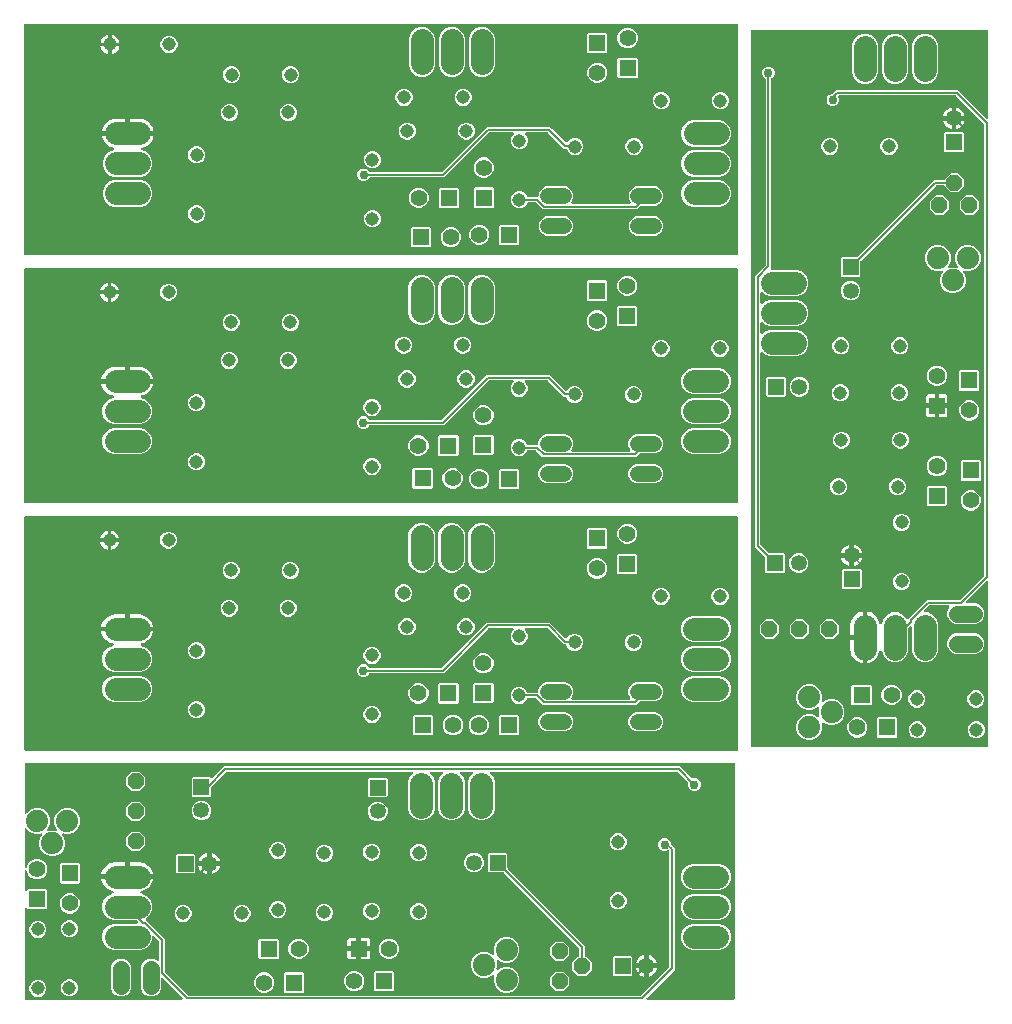
<source format=gbr>
G04 EAGLE Gerber X2 export*
%TF.Part,Single*%
%TF.FileFunction,Copper,L2,Bot,Mixed*%
%TF.FilePolarity,Positive*%
%TF.GenerationSoftware,Autodesk,EAGLE,9.2.2*%
%TF.CreationDate,2019-03-12T14:11:56Z*%
G75*
%MOMM*%
%FSLAX34Y34*%
%LPD*%
%INBottom Copper*%
%AMOC8*
5,1,8,0,0,1.08239X$1,22.5*%
G01*
%ADD10C,1.143000*%
%ADD11C,1.408000*%
%ADD12R,1.408000X1.408000*%
%ADD13C,1.955800*%
%ADD14C,1.320800*%
%ADD15R,1.350000X1.350000*%
%ADD16C,1.350000*%
%ADD17C,1.879600*%
%ADD18P,1.429621X8X292.500000*%
%ADD19P,1.429621X8X112.500000*%
%ADD20C,1.422400*%
%ADD21P,1.429621X8X22.500000*%
%ADD22P,1.429621X8X202.500000*%
%ADD23C,0.756400*%
%ADD24C,0.152400*%

G36*
X613373Y373997D02*
X613373Y373997D01*
X613431Y373995D01*
X613513Y374016D01*
X613596Y374028D01*
X613650Y374052D01*
X613706Y374067D01*
X613779Y374110D01*
X613856Y374145D01*
X613900Y374182D01*
X613951Y374212D01*
X614008Y374274D01*
X614073Y374328D01*
X614105Y374377D01*
X614145Y374420D01*
X614183Y374495D01*
X614230Y374565D01*
X614248Y374621D01*
X614274Y374673D01*
X614286Y374741D01*
X614316Y374836D01*
X614319Y374936D01*
X614330Y375004D01*
X614330Y572050D01*
X614322Y572108D01*
X614323Y572167D01*
X614302Y572248D01*
X614290Y572332D01*
X614266Y572385D01*
X614251Y572442D01*
X614208Y572514D01*
X614174Y572591D01*
X614136Y572636D01*
X614106Y572686D01*
X614045Y572744D01*
X613990Y572808D01*
X613942Y572841D01*
X613899Y572881D01*
X613824Y572919D01*
X613754Y572966D01*
X613698Y572983D01*
X613646Y573010D01*
X613578Y573021D01*
X613483Y573052D01*
X613383Y573054D01*
X613315Y573066D01*
X11401Y573066D01*
X11343Y573057D01*
X11284Y573059D01*
X11203Y573038D01*
X11120Y573026D01*
X11066Y573002D01*
X11009Y572987D01*
X10937Y572944D01*
X10860Y572909D01*
X10816Y572872D01*
X10765Y572841D01*
X10708Y572780D01*
X10643Y572726D01*
X10611Y572677D01*
X10571Y572634D01*
X10532Y572559D01*
X10486Y572489D01*
X10468Y572433D01*
X10441Y572381D01*
X10430Y572313D01*
X10400Y572218D01*
X10397Y572118D01*
X10386Y572050D01*
X10490Y375003D01*
X10498Y374946D01*
X10496Y374887D01*
X10518Y374806D01*
X10530Y374722D01*
X10554Y374668D01*
X10568Y374612D01*
X10611Y374540D01*
X10646Y374462D01*
X10684Y374418D01*
X10714Y374368D01*
X10775Y374310D01*
X10830Y374245D01*
X10878Y374213D01*
X10921Y374173D01*
X10996Y374135D01*
X11067Y374088D01*
X11122Y374070D01*
X11174Y374044D01*
X11242Y374033D01*
X11338Y374002D01*
X11437Y374000D01*
X11505Y373988D01*
X613315Y373988D01*
X613373Y373997D01*
G37*
G36*
X613373Y584121D02*
X613373Y584121D01*
X613432Y584119D01*
X613513Y584140D01*
X613597Y584152D01*
X613650Y584176D01*
X613707Y584191D01*
X613779Y584234D01*
X613856Y584268D01*
X613901Y584306D01*
X613951Y584336D01*
X614009Y584398D01*
X614073Y584452D01*
X614105Y584501D01*
X614146Y584543D01*
X614184Y584619D01*
X614231Y584689D01*
X614248Y584745D01*
X614275Y584797D01*
X614286Y584865D01*
X614316Y584960D01*
X614319Y585060D01*
X614330Y585128D01*
X614330Y781928D01*
X614322Y781986D01*
X614324Y782044D01*
X614302Y782126D01*
X614291Y782209D01*
X614267Y782263D01*
X614252Y782319D01*
X614209Y782391D01*
X614174Y782469D01*
X614137Y782513D01*
X614107Y782563D01*
X614045Y782621D01*
X613991Y782686D01*
X613942Y782718D01*
X613899Y782758D01*
X613824Y782796D01*
X613754Y782843D01*
X613698Y782861D01*
X613646Y782887D01*
X613578Y782899D01*
X613483Y782929D01*
X613383Y782931D01*
X613315Y782943D01*
X11291Y782943D01*
X11233Y782935D01*
X11174Y782936D01*
X11092Y782915D01*
X11009Y782903D01*
X10956Y782879D01*
X10899Y782864D01*
X10827Y782821D01*
X10750Y782787D01*
X10705Y782749D01*
X10655Y782719D01*
X10597Y782657D01*
X10533Y782603D01*
X10500Y782554D01*
X10460Y782511D01*
X10422Y782437D01*
X10375Y782367D01*
X10358Y782310D01*
X10331Y782258D01*
X10319Y782190D01*
X10289Y782095D01*
X10287Y781995D01*
X10276Y781927D01*
X10379Y585127D01*
X10387Y585069D01*
X10386Y585011D01*
X10407Y584930D01*
X10419Y584846D01*
X10443Y584792D01*
X10458Y584736D01*
X10501Y584664D01*
X10536Y584586D01*
X10573Y584542D01*
X10603Y584492D01*
X10665Y584434D01*
X10719Y584369D01*
X10768Y584337D01*
X10810Y584297D01*
X10886Y584259D01*
X10956Y584212D01*
X11012Y584194D01*
X11063Y584168D01*
X11132Y584156D01*
X11227Y584126D01*
X11326Y584124D01*
X11394Y584112D01*
X613315Y584112D01*
X613373Y584121D01*
G37*
G36*
X613666Y793966D02*
X613666Y793966D01*
X613724Y793965D01*
X613806Y793986D01*
X613890Y793998D01*
X613943Y794022D01*
X613999Y794037D01*
X614072Y794080D01*
X614149Y794114D01*
X614194Y794152D01*
X614244Y794182D01*
X614302Y794243D01*
X614366Y794298D01*
X614398Y794347D01*
X614438Y794389D01*
X614477Y794464D01*
X614524Y794535D01*
X614541Y794590D01*
X614568Y794642D01*
X614579Y794710D01*
X614609Y794806D01*
X614612Y794905D01*
X614623Y794973D01*
X614623Y988824D01*
X614615Y988882D01*
X614617Y988940D01*
X614595Y989022D01*
X614583Y989106D01*
X614560Y989159D01*
X614545Y989215D01*
X614502Y989288D01*
X614467Y989365D01*
X614429Y989410D01*
X614400Y989460D01*
X614338Y989518D01*
X614284Y989582D01*
X614235Y989614D01*
X614192Y989654D01*
X614117Y989693D01*
X614047Y989740D01*
X613991Y989757D01*
X613939Y989784D01*
X613871Y989795D01*
X613776Y989825D01*
X613676Y989828D01*
X613608Y989839D01*
X11182Y989839D01*
X11124Y989831D01*
X11065Y989833D01*
X10984Y989811D01*
X10900Y989799D01*
X10847Y989775D01*
X10790Y989761D01*
X10718Y989718D01*
X10641Y989683D01*
X10596Y989645D01*
X10546Y989615D01*
X10488Y989554D01*
X10424Y989500D01*
X10391Y989451D01*
X10351Y989408D01*
X10313Y989333D01*
X10266Y989263D01*
X10249Y989207D01*
X10222Y989155D01*
X10211Y989087D01*
X10181Y988992D01*
X10178Y988892D01*
X10167Y988823D01*
X10269Y794973D01*
X10277Y794915D01*
X10275Y794857D01*
X10297Y794775D01*
X10309Y794691D01*
X10332Y794638D01*
X10347Y794582D01*
X10390Y794509D01*
X10425Y794432D01*
X10463Y794388D01*
X10492Y794338D01*
X10554Y794280D01*
X10609Y794215D01*
X10657Y794183D01*
X10700Y794143D01*
X10775Y794105D01*
X10845Y794058D01*
X10901Y794040D01*
X10953Y794014D01*
X11021Y794002D01*
X11117Y793972D01*
X11216Y793970D01*
X11284Y793958D01*
X613608Y793958D01*
X613666Y793966D01*
G37*
G36*
X825587Y377815D02*
X825587Y377815D01*
X825645Y377813D01*
X825727Y377835D01*
X825810Y377847D01*
X825864Y377871D01*
X825920Y377885D01*
X825993Y377928D01*
X826070Y377963D01*
X826114Y378001D01*
X826165Y378031D01*
X826222Y378092D01*
X826287Y378147D01*
X826319Y378195D01*
X826359Y378238D01*
X826398Y378313D01*
X826444Y378383D01*
X826462Y378439D01*
X826489Y378491D01*
X826500Y378559D01*
X826530Y378654D01*
X826533Y378754D01*
X826544Y378822D01*
X826544Y517152D01*
X826540Y517181D01*
X826542Y517210D01*
X826520Y517321D01*
X826504Y517433D01*
X826492Y517460D01*
X826487Y517489D01*
X826434Y517589D01*
X826388Y517693D01*
X826369Y517715D01*
X826356Y517741D01*
X826277Y517823D01*
X826204Y517910D01*
X826180Y517926D01*
X826160Y517947D01*
X826062Y518005D01*
X825968Y518067D01*
X825940Y518076D01*
X825914Y518091D01*
X825805Y518119D01*
X825697Y518153D01*
X825667Y518154D01*
X825639Y518161D01*
X825526Y518157D01*
X825412Y518160D01*
X825384Y518153D01*
X825355Y518152D01*
X825247Y518117D01*
X825137Y518089D01*
X825112Y518074D01*
X825084Y518065D01*
X825020Y518019D01*
X824893Y517943D01*
X824850Y517898D01*
X824811Y517870D01*
X807898Y500956D01*
X807880Y500933D01*
X807858Y500914D01*
X807795Y500820D01*
X807727Y500729D01*
X807716Y500702D01*
X807700Y500677D01*
X807666Y500569D01*
X807626Y500464D01*
X807623Y500434D01*
X807614Y500406D01*
X807611Y500293D01*
X807602Y500180D01*
X807608Y500152D01*
X807607Y500122D01*
X807636Y500013D01*
X807658Y499901D01*
X807671Y499875D01*
X807679Y499847D01*
X807737Y499750D01*
X807789Y499649D01*
X807809Y499628D01*
X807824Y499603D01*
X807907Y499525D01*
X807985Y499443D01*
X808010Y499428D01*
X808031Y499408D01*
X808132Y499357D01*
X808230Y499299D01*
X808258Y499292D01*
X808284Y499279D01*
X808362Y499266D01*
X808505Y499229D01*
X808568Y499231D01*
X808616Y499223D01*
X816094Y499223D01*
X819268Y497908D01*
X821697Y495479D01*
X823012Y492304D01*
X823012Y488869D01*
X821697Y485694D01*
X819268Y483265D01*
X816094Y481950D01*
X798434Y481950D01*
X795259Y483265D01*
X792830Y485694D01*
X791515Y488869D01*
X791515Y492304D01*
X792830Y495479D01*
X793316Y495965D01*
X793333Y495988D01*
X793356Y496007D01*
X793418Y496101D01*
X793487Y496192D01*
X793497Y496219D01*
X793513Y496244D01*
X793547Y496352D01*
X793588Y496458D01*
X793590Y496487D01*
X793599Y496515D01*
X793602Y496628D01*
X793611Y496741D01*
X793606Y496770D01*
X793606Y496799D01*
X793578Y496909D01*
X793555Y497020D01*
X793542Y497046D01*
X793534Y497074D01*
X793477Y497171D01*
X793424Y497272D01*
X793404Y497293D01*
X793389Y497318D01*
X793307Y497396D01*
X793229Y497478D01*
X793203Y497493D01*
X793182Y497513D01*
X793081Y497565D01*
X792983Y497622D01*
X792955Y497629D01*
X792929Y497642D01*
X792851Y497655D01*
X792708Y497692D01*
X792645Y497690D01*
X792598Y497698D01*
X776895Y497698D01*
X776809Y497686D01*
X776721Y497683D01*
X776669Y497666D01*
X776614Y497658D01*
X776534Y497622D01*
X776451Y497595D01*
X776412Y497567D01*
X776355Y497542D01*
X776241Y497446D01*
X776178Y497401D01*
X772105Y493328D01*
X772088Y493305D01*
X772065Y493286D01*
X772003Y493192D01*
X771934Y493101D01*
X771924Y493074D01*
X771908Y493049D01*
X771874Y492941D01*
X771833Y492835D01*
X771831Y492806D01*
X771822Y492778D01*
X771819Y492665D01*
X771810Y492552D01*
X771815Y492523D01*
X771815Y492494D01*
X771843Y492384D01*
X771866Y492273D01*
X771879Y492247D01*
X771886Y492219D01*
X771944Y492122D01*
X771997Y492021D01*
X772017Y492000D01*
X772032Y491975D01*
X772114Y491897D01*
X772192Y491815D01*
X772218Y491800D01*
X772239Y491780D01*
X772340Y491728D01*
X772438Y491671D01*
X772466Y491664D01*
X772492Y491651D01*
X772570Y491638D01*
X772713Y491601D01*
X772776Y491603D01*
X772823Y491595D01*
X775146Y491595D01*
X779300Y489874D01*
X782480Y486695D01*
X784201Y482540D01*
X784201Y458485D01*
X782480Y454330D01*
X779300Y451151D01*
X775146Y449430D01*
X770649Y449430D01*
X766494Y451151D01*
X763314Y454330D01*
X761593Y458485D01*
X761593Y478924D01*
X761589Y478953D01*
X761592Y478982D01*
X761569Y479093D01*
X761554Y479205D01*
X761542Y479232D01*
X761536Y479261D01*
X761484Y479361D01*
X761437Y479465D01*
X761418Y479487D01*
X761405Y479513D01*
X761327Y479595D01*
X761254Y479682D01*
X761229Y479698D01*
X761209Y479719D01*
X761111Y479776D01*
X761017Y479839D01*
X760989Y479848D01*
X760964Y479863D01*
X760854Y479891D01*
X760746Y479925D01*
X760717Y479926D01*
X760688Y479933D01*
X760575Y479929D01*
X760462Y479932D01*
X760433Y479925D01*
X760404Y479924D01*
X760296Y479889D01*
X760187Y479860D01*
X760162Y479846D01*
X760134Y479836D01*
X760070Y479791D01*
X759942Y479715D01*
X759900Y479670D01*
X759860Y479642D01*
X759098Y478880D01*
X759046Y478810D01*
X758986Y478746D01*
X758961Y478697D01*
X758927Y478652D01*
X758896Y478571D01*
X758856Y478493D01*
X758848Y478445D01*
X758826Y478387D01*
X758814Y478239D01*
X758801Y478162D01*
X758801Y458485D01*
X757080Y454330D01*
X753900Y451151D01*
X749746Y449430D01*
X745249Y449430D01*
X741094Y451151D01*
X737914Y454330D01*
X736139Y458615D01*
X736136Y458621D01*
X736135Y458627D01*
X736064Y458743D01*
X735995Y458860D01*
X735990Y458865D01*
X735987Y458870D01*
X735887Y458962D01*
X735788Y459055D01*
X735783Y459058D01*
X735778Y459063D01*
X735657Y459123D01*
X735535Y459186D01*
X735529Y459187D01*
X735524Y459190D01*
X735390Y459214D01*
X735257Y459241D01*
X735250Y459240D01*
X735244Y459241D01*
X735108Y459228D01*
X734973Y459216D01*
X734968Y459214D01*
X734961Y459213D01*
X734835Y459163D01*
X734708Y459114D01*
X734703Y459110D01*
X734697Y459108D01*
X734589Y459024D01*
X734481Y458943D01*
X734478Y458938D01*
X734473Y458934D01*
X734392Y458824D01*
X734311Y458715D01*
X734309Y458709D01*
X734305Y458704D01*
X734291Y458663D01*
X734211Y458449D01*
X734208Y458413D01*
X734199Y458386D01*
X734114Y457849D01*
X733514Y456004D01*
X732634Y454276D01*
X731494Y452708D01*
X730123Y451336D01*
X728554Y450197D01*
X726826Y449316D01*
X724982Y448717D01*
X724128Y448582D01*
X724128Y469496D01*
X724120Y469554D01*
X724122Y469613D01*
X724100Y469694D01*
X724089Y469778D01*
X724065Y469831D01*
X724050Y469888D01*
X724007Y469960D01*
X723972Y470037D01*
X723934Y470082D01*
X723905Y470132D01*
X723843Y470190D01*
X723789Y470254D01*
X723740Y470287D01*
X723697Y470327D01*
X723622Y470365D01*
X723552Y470412D01*
X723496Y470429D01*
X723444Y470456D01*
X723376Y470467D01*
X723281Y470498D01*
X723181Y470500D01*
X723113Y470512D01*
X722096Y470512D01*
X722096Y470513D01*
X723113Y470513D01*
X723171Y470521D01*
X723229Y470520D01*
X723311Y470541D01*
X723395Y470553D01*
X723448Y470577D01*
X723505Y470592D01*
X723577Y470635D01*
X723654Y470669D01*
X723699Y470707D01*
X723749Y470737D01*
X723807Y470799D01*
X723871Y470853D01*
X723903Y470902D01*
X723943Y470944D01*
X723982Y471019D01*
X724029Y471090D01*
X724046Y471145D01*
X724073Y471197D01*
X724084Y471266D01*
X724114Y471361D01*
X724117Y471460D01*
X724128Y471529D01*
X724128Y492443D01*
X724982Y492308D01*
X726826Y491709D01*
X728554Y490828D01*
X730123Y489688D01*
X731494Y488317D01*
X732634Y486748D01*
X733514Y485021D01*
X734114Y483176D01*
X734199Y482639D01*
X734200Y482633D01*
X734201Y482627D01*
X734242Y482497D01*
X734282Y482367D01*
X734285Y482362D01*
X734287Y482356D01*
X734363Y482243D01*
X734437Y482129D01*
X734442Y482125D01*
X734446Y482120D01*
X734550Y482032D01*
X734653Y481944D01*
X734658Y481941D01*
X734663Y481937D01*
X734788Y481882D01*
X734911Y481825D01*
X734917Y481824D01*
X734923Y481822D01*
X735057Y481803D01*
X735192Y481783D01*
X735198Y481783D01*
X735205Y481783D01*
X735339Y481802D01*
X735474Y481820D01*
X735480Y481822D01*
X735486Y481823D01*
X735609Y481879D01*
X735735Y481934D01*
X735739Y481938D01*
X735745Y481940D01*
X735849Y482029D01*
X735953Y482116D01*
X735957Y482121D01*
X735961Y482125D01*
X735985Y482162D01*
X736113Y482351D01*
X736124Y482385D01*
X736139Y482409D01*
X737914Y486694D01*
X741094Y489874D01*
X745249Y491595D01*
X749746Y491595D01*
X753900Y489874D01*
X757099Y486676D01*
X757120Y486639D01*
X757173Y486537D01*
X757192Y486517D01*
X757206Y486493D01*
X757290Y486414D01*
X757369Y486331D01*
X757393Y486317D01*
X757413Y486298D01*
X757516Y486245D01*
X757614Y486187D01*
X757641Y486181D01*
X757666Y486168D01*
X757779Y486145D01*
X757890Y486117D01*
X757918Y486118D01*
X757945Y486113D01*
X758059Y486123D01*
X758174Y486126D01*
X758200Y486135D01*
X758228Y486137D01*
X758335Y486178D01*
X758444Y486214D01*
X758465Y486228D01*
X758493Y486239D01*
X758705Y486400D01*
X758718Y486409D01*
X774581Y502271D01*
X802324Y502271D01*
X802411Y502284D01*
X802498Y502286D01*
X802551Y502303D01*
X802606Y502311D01*
X802686Y502347D01*
X802769Y502374D01*
X802808Y502402D01*
X802865Y502427D01*
X802978Y502523D01*
X803042Y502569D01*
X822929Y522455D01*
X822981Y522525D01*
X823041Y522589D01*
X823067Y522638D01*
X823100Y522683D01*
X823131Y522764D01*
X823171Y522842D01*
X823179Y522890D01*
X823201Y522948D01*
X823213Y523096D01*
X823226Y523173D01*
X823226Y904557D01*
X823214Y904644D01*
X823211Y904731D01*
X823194Y904784D01*
X823186Y904839D01*
X823151Y904919D01*
X823124Y905002D01*
X823096Y905041D01*
X823070Y905098D01*
X822974Y905211D01*
X822929Y905275D01*
X799005Y929199D01*
X798936Y929251D01*
X798872Y929311D01*
X798822Y929336D01*
X798778Y929369D01*
X798696Y929401D01*
X798619Y929440D01*
X798571Y929448D01*
X798513Y929471D01*
X798365Y929483D01*
X798287Y929496D01*
X700466Y929496D01*
X700353Y929480D01*
X700238Y929470D01*
X700212Y929460D01*
X700185Y929456D01*
X700080Y929409D01*
X699973Y929368D01*
X699951Y929351D01*
X699925Y929340D01*
X699838Y929266D01*
X699746Y929196D01*
X699730Y929174D01*
X699708Y929156D01*
X699645Y929061D01*
X699576Y928969D01*
X699566Y928943D01*
X699551Y928920D01*
X699516Y928810D01*
X699476Y928703D01*
X699473Y928675D01*
X699465Y928649D01*
X699462Y928534D01*
X699453Y928419D01*
X699459Y928395D01*
X699458Y928364D01*
X699525Y928107D01*
X699528Y928092D01*
X700145Y926603D01*
X700145Y924492D01*
X699337Y922541D01*
X697844Y921049D01*
X695894Y920241D01*
X693783Y920241D01*
X691832Y921049D01*
X690340Y922541D01*
X689532Y924492D01*
X689532Y926603D01*
X690340Y928554D01*
X691832Y930046D01*
X693783Y930854D01*
X694126Y930854D01*
X694213Y930867D01*
X694300Y930869D01*
X694353Y930886D01*
X694408Y930894D01*
X694488Y930930D01*
X694571Y930957D01*
X694610Y930985D01*
X694667Y931010D01*
X694780Y931106D01*
X694844Y931152D01*
X697762Y934069D01*
X800602Y934069D01*
X824811Y909861D01*
X824834Y909843D01*
X824853Y909821D01*
X824948Y909758D01*
X825038Y909690D01*
X825065Y909680D01*
X825090Y909663D01*
X825198Y909629D01*
X825304Y909589D01*
X825333Y909586D01*
X825361Y909578D01*
X825474Y909575D01*
X825587Y909565D01*
X825616Y909571D01*
X825645Y909570D01*
X825755Y909599D01*
X825866Y909621D01*
X825892Y909635D01*
X825920Y909642D01*
X826018Y909700D01*
X826118Y909752D01*
X826139Y909772D01*
X826165Y909787D01*
X826242Y909870D01*
X826324Y909948D01*
X826339Y909973D01*
X826359Y909995D01*
X826411Y910095D01*
X826468Y910193D01*
X826475Y910222D01*
X826489Y910248D01*
X826502Y910325D01*
X826538Y910469D01*
X826536Y910531D01*
X826544Y910579D01*
X826544Y984122D01*
X826536Y984180D01*
X826537Y984238D01*
X826516Y984320D01*
X826504Y984403D01*
X826480Y984457D01*
X826466Y984513D01*
X826423Y984586D01*
X826388Y984663D01*
X826350Y984707D01*
X826320Y984758D01*
X826259Y984815D01*
X826204Y984880D01*
X826156Y984912D01*
X826113Y984952D01*
X826038Y984991D01*
X825968Y985037D01*
X825912Y985055D01*
X825860Y985082D01*
X825792Y985093D01*
X825697Y985123D01*
X825597Y985126D01*
X825529Y985137D01*
X626444Y985137D01*
X626386Y985129D01*
X626327Y985130D01*
X626246Y985109D01*
X626162Y985097D01*
X626109Y985073D01*
X626052Y985059D01*
X625980Y985016D01*
X625903Y984981D01*
X625858Y984943D01*
X625808Y984913D01*
X625750Y984852D01*
X625686Y984797D01*
X625653Y984749D01*
X625613Y984706D01*
X625575Y984631D01*
X625528Y984561D01*
X625510Y984505D01*
X625484Y984453D01*
X625472Y984385D01*
X625442Y984290D01*
X625440Y984190D01*
X625428Y984122D01*
X625428Y378822D01*
X625437Y378764D01*
X625435Y378706D01*
X625456Y378624D01*
X625468Y378541D01*
X625492Y378487D01*
X625507Y378431D01*
X625550Y378358D01*
X625584Y378281D01*
X625622Y378236D01*
X625652Y378186D01*
X625714Y378128D01*
X625768Y378064D01*
X625817Y378032D01*
X625859Y377992D01*
X625934Y377953D01*
X626005Y377907D01*
X626061Y377889D01*
X626113Y377862D01*
X626181Y377851D01*
X626276Y377821D01*
X626376Y377818D01*
X626444Y377807D01*
X825529Y377807D01*
X825587Y377815D01*
G37*
G36*
X143541Y163829D02*
X143541Y163829D01*
X143571Y163826D01*
X143682Y163849D01*
X143794Y163864D01*
X143820Y163876D01*
X143849Y163882D01*
X143950Y163934D01*
X144053Y163981D01*
X144076Y164000D01*
X144102Y164013D01*
X144184Y164091D01*
X144270Y164164D01*
X144286Y164189D01*
X144308Y164209D01*
X144365Y164307D01*
X144428Y164401D01*
X144437Y164429D01*
X144451Y164454D01*
X144479Y164564D01*
X144514Y164672D01*
X144514Y164701D01*
X144522Y164730D01*
X144518Y164843D01*
X144521Y164956D01*
X144513Y164985D01*
X144512Y165014D01*
X144478Y165122D01*
X144449Y165231D01*
X144434Y165256D01*
X144425Y165284D01*
X144380Y165348D01*
X144304Y165476D01*
X144258Y165519D01*
X144230Y165558D01*
X127850Y181938D01*
X127827Y181955D01*
X127808Y181978D01*
X127713Y182041D01*
X127623Y182109D01*
X127596Y182119D01*
X127571Y182135D01*
X127463Y182170D01*
X127357Y182210D01*
X127328Y182212D01*
X127300Y182221D01*
X127187Y182224D01*
X127074Y182233D01*
X127045Y182228D01*
X127016Y182228D01*
X126906Y182200D01*
X126795Y182178D01*
X126769Y182164D01*
X126741Y182157D01*
X126644Y182099D01*
X126543Y182047D01*
X126522Y182026D01*
X126496Y182011D01*
X126419Y181929D01*
X126337Y181851D01*
X126322Y181825D01*
X126302Y181804D01*
X126250Y181703D01*
X126193Y181605D01*
X126186Y181577D01*
X126173Y181551D01*
X126160Y181474D01*
X126123Y181330D01*
X126125Y181267D01*
X126117Y181220D01*
X126117Y173742D01*
X124802Y170567D01*
X122373Y168138D01*
X119198Y166823D01*
X115762Y166823D01*
X112588Y168138D01*
X110158Y170567D01*
X108844Y173742D01*
X108844Y191402D01*
X110158Y194576D01*
X112588Y197006D01*
X115762Y198321D01*
X119198Y198321D01*
X122373Y197006D01*
X122858Y196520D01*
X122882Y196502D01*
X122901Y196480D01*
X122995Y196417D01*
X123086Y196349D01*
X123113Y196338D01*
X123138Y196322D01*
X123245Y196288D01*
X123351Y196248D01*
X123381Y196245D01*
X123409Y196236D01*
X123522Y196233D01*
X123635Y196224D01*
X123663Y196230D01*
X123693Y196229D01*
X123802Y196258D01*
X123913Y196280D01*
X123939Y196293D01*
X123968Y196301D01*
X124065Y196359D01*
X124166Y196411D01*
X124187Y196431D01*
X124212Y196446D01*
X124290Y196529D01*
X124372Y196607D01*
X124387Y196632D01*
X124407Y196653D01*
X124458Y196754D01*
X124516Y196852D01*
X124523Y196880D01*
X124536Y196907D01*
X124549Y196984D01*
X124586Y197127D01*
X124584Y197190D01*
X124592Y197238D01*
X124592Y212940D01*
X124579Y213026D01*
X124577Y213114D01*
X124560Y213167D01*
X124552Y213221D01*
X124516Y213301D01*
X124489Y213384D01*
X124461Y213424D01*
X124436Y213481D01*
X124340Y213594D01*
X124294Y213658D01*
X120222Y217730D01*
X120199Y217748D01*
X120180Y217770D01*
X120085Y217833D01*
X119995Y217901D01*
X119967Y217911D01*
X119943Y217928D01*
X119835Y217962D01*
X119729Y218002D01*
X119700Y218005D01*
X119672Y218013D01*
X119559Y218016D01*
X119446Y218026D01*
X119417Y218020D01*
X119388Y218021D01*
X119278Y217992D01*
X119167Y217970D01*
X119141Y217956D01*
X119113Y217949D01*
X119015Y217891D01*
X118915Y217839D01*
X118894Y217819D01*
X118868Y217804D01*
X118791Y217721D01*
X118709Y217643D01*
X118694Y217618D01*
X118674Y217596D01*
X118622Y217495D01*
X118565Y217398D01*
X118558Y217369D01*
X118544Y217343D01*
X118531Y217266D01*
X118495Y217122D01*
X118497Y217060D01*
X118489Y217012D01*
X118489Y214690D01*
X116768Y210535D01*
X113588Y207355D01*
X109434Y205634D01*
X85379Y205634D01*
X81224Y207355D01*
X78044Y210535D01*
X76323Y214690D01*
X76323Y219187D01*
X78044Y223341D01*
X81224Y226521D01*
X85379Y228242D01*
X105818Y228242D01*
X105847Y228246D01*
X105876Y228244D01*
X105987Y228266D01*
X106099Y228282D01*
X106126Y228294D01*
X106155Y228299D01*
X106255Y228352D01*
X106358Y228398D01*
X106381Y228417D01*
X106407Y228430D01*
X106489Y228509D01*
X106575Y228582D01*
X106592Y228606D01*
X106613Y228626D01*
X106670Y228724D01*
X106733Y228818D01*
X106742Y228846D01*
X106757Y228872D01*
X106785Y228981D01*
X106819Y229089D01*
X106820Y229119D01*
X106827Y229147D01*
X106823Y229260D01*
X106826Y229374D01*
X106819Y229402D01*
X106818Y229431D01*
X106783Y229539D01*
X106754Y229649D01*
X106739Y229674D01*
X106730Y229702D01*
X106685Y229766D01*
X106609Y229893D01*
X106563Y229936D01*
X106535Y229975D01*
X105773Y230737D01*
X105703Y230790D01*
X105640Y230850D01*
X105590Y230875D01*
X105546Y230908D01*
X105464Y230939D01*
X105387Y230979D01*
X105339Y230987D01*
X105280Y231009D01*
X105133Y231021D01*
X105055Y231034D01*
X85379Y231034D01*
X81224Y232755D01*
X78044Y235935D01*
X76323Y240090D01*
X76323Y244587D01*
X78044Y248741D01*
X81224Y251921D01*
X85509Y253696D01*
X85515Y253699D01*
X85521Y253701D01*
X85637Y253771D01*
X85754Y253840D01*
X85758Y253845D01*
X85764Y253848D01*
X85856Y253948D01*
X85949Y254047D01*
X85952Y254053D01*
X85956Y254057D01*
X86017Y254179D01*
X86079Y254300D01*
X86081Y254306D01*
X86083Y254312D01*
X86108Y254445D01*
X86135Y254579D01*
X86134Y254585D01*
X86135Y254591D01*
X86122Y254727D01*
X86110Y254862D01*
X86108Y254868D01*
X86107Y254874D01*
X86057Y255001D01*
X86008Y255127D01*
X86004Y255132D01*
X86002Y255138D01*
X85918Y255246D01*
X85836Y255354D01*
X85832Y255358D01*
X85828Y255363D01*
X85718Y255443D01*
X85609Y255524D01*
X85603Y255526D01*
X85598Y255530D01*
X85557Y255544D01*
X85343Y255625D01*
X85307Y255628D01*
X85280Y255637D01*
X84742Y255722D01*
X82898Y256321D01*
X81170Y257201D01*
X79601Y258341D01*
X78230Y259712D01*
X77090Y261281D01*
X76210Y263009D01*
X75611Y264853D01*
X75476Y265707D01*
X96390Y265707D01*
X96448Y265715D01*
X96506Y265714D01*
X96588Y265735D01*
X96672Y265747D01*
X96725Y265771D01*
X96781Y265785D01*
X96854Y265829D01*
X96931Y265863D01*
X96976Y265901D01*
X97026Y265931D01*
X97084Y265992D01*
X97148Y266047D01*
X97180Y266095D01*
X97220Y266138D01*
X97259Y266213D01*
X97306Y266283D01*
X97323Y266339D01*
X97350Y266391D01*
X97361Y266459D01*
X97391Y266554D01*
X97394Y266654D01*
X97405Y266722D01*
X97405Y267739D01*
X97407Y267739D01*
X97407Y266722D01*
X97415Y266664D01*
X97414Y266606D01*
X97435Y266524D01*
X97447Y266441D01*
X97471Y266387D01*
X97486Y266331D01*
X97529Y266258D01*
X97563Y266181D01*
X97601Y266137D01*
X97631Y266086D01*
X97692Y266029D01*
X97747Y265964D01*
X97795Y265932D01*
X97838Y265892D01*
X97913Y265853D01*
X97983Y265807D01*
X98039Y265789D01*
X98091Y265762D01*
X98159Y265751D01*
X98254Y265721D01*
X98354Y265718D01*
X98422Y265707D01*
X119337Y265707D01*
X119202Y264853D01*
X118602Y263009D01*
X117722Y261281D01*
X116582Y259712D01*
X115211Y258341D01*
X113642Y257201D01*
X111914Y256321D01*
X110070Y255722D01*
X109533Y255637D01*
X109527Y255635D01*
X109521Y255635D01*
X109391Y255593D01*
X109261Y255553D01*
X109256Y255550D01*
X109250Y255548D01*
X109137Y255472D01*
X109023Y255398D01*
X109019Y255393D01*
X109014Y255390D01*
X108926Y255285D01*
X108837Y255183D01*
X108835Y255177D01*
X108831Y255172D01*
X108775Y255048D01*
X108719Y254924D01*
X108718Y254918D01*
X108715Y254912D01*
X108697Y254778D01*
X108676Y254643D01*
X108677Y254637D01*
X108676Y254631D01*
X108696Y254496D01*
X108714Y254361D01*
X108716Y254356D01*
X108717Y254349D01*
X108773Y254226D01*
X108828Y254101D01*
X108832Y254096D01*
X108834Y254090D01*
X108922Y253987D01*
X109009Y253882D01*
X109014Y253879D01*
X109018Y253874D01*
X109056Y253851D01*
X109244Y253722D01*
X109279Y253711D01*
X109303Y253696D01*
X113588Y251921D01*
X116768Y248741D01*
X118489Y244587D01*
X118489Y240090D01*
X116768Y235935D01*
X113570Y232737D01*
X113551Y232726D01*
X113506Y232705D01*
X113492Y232694D01*
X113431Y232662D01*
X113411Y232643D01*
X113387Y232629D01*
X113308Y232545D01*
X113225Y232466D01*
X113211Y232442D01*
X113192Y232422D01*
X113139Y232320D01*
X113081Y232221D01*
X113074Y232194D01*
X113062Y232169D01*
X113039Y232056D01*
X113011Y231945D01*
X113012Y231918D01*
X113007Y231891D01*
X113016Y231776D01*
X113020Y231661D01*
X113029Y231635D01*
X113031Y231607D01*
X113072Y231500D01*
X113108Y231391D01*
X113122Y231371D01*
X113133Y231342D01*
X113293Y231130D01*
X113302Y231117D01*
X129165Y215255D01*
X129165Y187511D01*
X129177Y187425D01*
X129180Y187337D01*
X129197Y187284D01*
X129205Y187230D01*
X129241Y187150D01*
X129268Y187067D01*
X129296Y187027D01*
X129321Y186970D01*
X129417Y186857D01*
X129462Y186793D01*
X148832Y167424D01*
X148902Y167371D01*
X148966Y167311D01*
X149015Y167286D01*
X149059Y167253D01*
X149141Y167222D01*
X149219Y167182D01*
X149267Y167174D01*
X149325Y167151D01*
X149473Y167139D01*
X149550Y167126D01*
X531968Y167126D01*
X532055Y167138D01*
X532142Y167141D01*
X532195Y167158D01*
X532250Y167166D01*
X532329Y167202D01*
X532413Y167229D01*
X532452Y167257D01*
X532509Y167282D01*
X532622Y167378D01*
X532686Y167424D01*
X556092Y190830D01*
X556145Y190900D01*
X556205Y190964D01*
X556230Y191013D01*
X556263Y191057D01*
X556294Y191139D01*
X556334Y191217D01*
X556342Y191264D01*
X556364Y191323D01*
X556377Y191471D01*
X556390Y191548D01*
X556390Y289369D01*
X556374Y289483D01*
X556364Y289597D01*
X556354Y289623D01*
X556350Y289651D01*
X556303Y289755D01*
X556262Y289863D01*
X556245Y289885D01*
X556234Y289910D01*
X556160Y289998D01*
X556090Y290089D01*
X556068Y290106D01*
X556050Y290127D01*
X555954Y290191D01*
X555862Y290259D01*
X555836Y290269D01*
X555813Y290285D01*
X555704Y290319D01*
X555596Y290360D01*
X555569Y290362D01*
X555542Y290370D01*
X555427Y290373D01*
X555313Y290382D01*
X555289Y290377D01*
X555258Y290378D01*
X555001Y290311D01*
X554986Y290307D01*
X553497Y289690D01*
X551386Y289690D01*
X549435Y290498D01*
X547943Y291991D01*
X547135Y293941D01*
X547135Y296053D01*
X547943Y298003D01*
X549435Y299496D01*
X551386Y300304D01*
X553497Y300304D01*
X555447Y299496D01*
X556940Y298003D01*
X557748Y296053D01*
X557748Y295709D01*
X557760Y295622D01*
X557763Y295535D01*
X557780Y295482D01*
X557788Y295428D01*
X557824Y295348D01*
X557851Y295265D01*
X557879Y295225D01*
X557904Y295168D01*
X558000Y295055D01*
X558045Y294991D01*
X560963Y292073D01*
X560963Y189233D01*
X537288Y165558D01*
X537270Y165534D01*
X537248Y165515D01*
X537185Y165421D01*
X537117Y165331D01*
X537107Y165303D01*
X537090Y165279D01*
X537056Y165171D01*
X537016Y165065D01*
X537013Y165036D01*
X537005Y165008D01*
X537002Y164894D01*
X536992Y164782D01*
X536998Y164753D01*
X536997Y164723D01*
X537026Y164614D01*
X537048Y164503D01*
X537062Y164477D01*
X537069Y164448D01*
X537127Y164351D01*
X537179Y164251D01*
X537199Y164229D01*
X537214Y164204D01*
X537297Y164127D01*
X537375Y164044D01*
X537400Y164030D01*
X537422Y164009D01*
X537523Y163958D01*
X537620Y163901D01*
X537649Y163893D01*
X537675Y163880D01*
X537752Y163867D01*
X537896Y163831D01*
X537958Y163833D01*
X538006Y163825D01*
X611016Y163825D01*
X611074Y163833D01*
X611132Y163831D01*
X611214Y163853D01*
X611297Y163864D01*
X611351Y163888D01*
X611407Y163903D01*
X611479Y163946D01*
X611557Y163981D01*
X611601Y164018D01*
X611651Y164048D01*
X611709Y164110D01*
X611774Y164164D01*
X611806Y164213D01*
X611846Y164256D01*
X611884Y164331D01*
X611931Y164401D01*
X611949Y164457D01*
X611975Y164509D01*
X611987Y164577D01*
X612017Y164672D01*
X612019Y164772D01*
X612031Y164840D01*
X612031Y363276D01*
X612023Y363334D01*
X612024Y363393D01*
X612003Y363474D01*
X611991Y363558D01*
X611967Y363611D01*
X611952Y363668D01*
X611909Y363740D01*
X611875Y363817D01*
X611837Y363862D01*
X611807Y363912D01*
X611746Y363970D01*
X611691Y364034D01*
X611643Y364067D01*
X611600Y364107D01*
X611525Y364145D01*
X611455Y364192D01*
X611399Y364210D01*
X611347Y364236D01*
X611279Y364248D01*
X611183Y364278D01*
X611084Y364280D01*
X611016Y364292D01*
X11511Y364292D01*
X11453Y364283D01*
X11394Y364285D01*
X11313Y364264D01*
X11230Y364252D01*
X11176Y364228D01*
X11119Y364213D01*
X11047Y364170D01*
X10970Y364136D01*
X10926Y364098D01*
X10875Y364068D01*
X10817Y364006D01*
X10753Y363952D01*
X10721Y363903D01*
X10681Y363860D01*
X10642Y363785D01*
X10596Y363715D01*
X10578Y363659D01*
X10551Y363607D01*
X10540Y363539D01*
X10510Y363444D01*
X10507Y363344D01*
X10496Y363276D01*
X10518Y322238D01*
X10522Y322209D01*
X10519Y322180D01*
X10542Y322069D01*
X10557Y321957D01*
X10569Y321930D01*
X10575Y321902D01*
X10627Y321801D01*
X10674Y321697D01*
X10693Y321675D01*
X10706Y321649D01*
X10784Y321567D01*
X10858Y321480D01*
X10882Y321464D01*
X10902Y321443D01*
X11000Y321386D01*
X11094Y321323D01*
X11122Y321314D01*
X11147Y321300D01*
X11257Y321272D01*
X11365Y321237D01*
X11395Y321237D01*
X11423Y321229D01*
X11536Y321233D01*
X11650Y321230D01*
X11678Y321238D01*
X11707Y321239D01*
X11815Y321273D01*
X11925Y321302D01*
X11950Y321317D01*
X11977Y321326D01*
X12041Y321371D01*
X12169Y321448D01*
X12212Y321493D01*
X12251Y321521D01*
X15063Y324333D01*
X19077Y325996D01*
X23422Y325996D01*
X27437Y324333D01*
X30510Y321260D01*
X32172Y317246D01*
X32172Y312900D01*
X30510Y308886D01*
X29911Y308287D01*
X29859Y308218D01*
X29800Y308155D01*
X29774Y308105D01*
X29740Y308059D01*
X29709Y307979D01*
X29670Y307903D01*
X29659Y307847D01*
X29638Y307794D01*
X29631Y307708D01*
X29615Y307624D01*
X29620Y307567D01*
X29615Y307510D01*
X29632Y307426D01*
X29639Y307341D01*
X29660Y307288D01*
X29671Y307232D01*
X29710Y307155D01*
X29741Y307075D01*
X29775Y307030D01*
X29802Y306979D01*
X29861Y306917D01*
X29913Y306849D01*
X29958Y306814D01*
X29998Y306773D01*
X30072Y306730D01*
X30141Y306678D01*
X30194Y306658D01*
X30243Y306630D01*
X30326Y306608D01*
X30406Y306578D01*
X30463Y306573D01*
X30518Y306559D01*
X30604Y306562D01*
X30690Y306555D01*
X30738Y306566D01*
X30802Y306568D01*
X30940Y306613D01*
X31017Y306631D01*
X31777Y306946D01*
X36122Y306946D01*
X36883Y306631D01*
X36966Y306609D01*
X37046Y306579D01*
X37103Y306574D01*
X37158Y306560D01*
X37244Y306562D01*
X37329Y306555D01*
X37385Y306566D01*
X37442Y306568D01*
X37524Y306594D01*
X37608Y306611D01*
X37659Y306637D01*
X37713Y306655D01*
X37784Y306702D01*
X37860Y306742D01*
X37902Y306781D01*
X37949Y306813D01*
X38004Y306879D01*
X38066Y306938D01*
X38095Y306987D01*
X38132Y307030D01*
X38167Y307109D01*
X38210Y307183D01*
X38224Y307238D01*
X38247Y307290D01*
X38259Y307375D01*
X38280Y307459D01*
X38278Y307515D01*
X38286Y307572D01*
X38274Y307657D01*
X38271Y307743D01*
X38254Y307797D01*
X38246Y307853D01*
X38210Y307931D01*
X38184Y308013D01*
X38155Y308054D01*
X38129Y308112D01*
X38034Y308223D01*
X37989Y308287D01*
X37390Y308886D01*
X35727Y312900D01*
X35727Y317246D01*
X37390Y321260D01*
X40462Y324333D01*
X44477Y325996D01*
X48822Y325996D01*
X52837Y324333D01*
X55910Y321260D01*
X57572Y317246D01*
X57572Y312900D01*
X55910Y308886D01*
X52837Y305813D01*
X48822Y304150D01*
X44477Y304150D01*
X43717Y304465D01*
X43634Y304486D01*
X43553Y304517D01*
X43497Y304522D01*
X43442Y304536D01*
X43356Y304533D01*
X43270Y304541D01*
X43214Y304529D01*
X43158Y304528D01*
X43076Y304502D01*
X42991Y304485D01*
X42941Y304458D01*
X42887Y304441D01*
X42815Y304393D01*
X42739Y304354D01*
X42698Y304314D01*
X42651Y304283D01*
X42595Y304217D01*
X42533Y304158D01*
X42504Y304109D01*
X42468Y304065D01*
X42433Y303987D01*
X42389Y303913D01*
X42375Y303857D01*
X42352Y303805D01*
X42340Y303720D01*
X42319Y303637D01*
X42321Y303580D01*
X42313Y303524D01*
X42326Y303439D01*
X42328Y303353D01*
X42346Y303299D01*
X42354Y303242D01*
X42389Y303164D01*
X42416Y303082D01*
X42444Y303042D01*
X42471Y302983D01*
X42565Y302873D01*
X42611Y302809D01*
X43210Y302210D01*
X44872Y298196D01*
X44872Y293850D01*
X43210Y289836D01*
X40137Y286763D01*
X36122Y285100D01*
X31777Y285100D01*
X27762Y286763D01*
X24690Y289836D01*
X23027Y293850D01*
X23027Y298196D01*
X24690Y302210D01*
X25289Y302809D01*
X25341Y302878D01*
X25400Y302940D01*
X25426Y302991D01*
X25460Y303036D01*
X25490Y303117D01*
X25530Y303193D01*
X25541Y303249D01*
X25561Y303302D01*
X25568Y303388D01*
X25585Y303472D01*
X25580Y303529D01*
X25585Y303585D01*
X25568Y303669D01*
X25560Y303755D01*
X25540Y303808D01*
X25529Y303864D01*
X25489Y303940D01*
X25458Y304020D01*
X25424Y304066D01*
X25398Y304116D01*
X25339Y304179D01*
X25287Y304247D01*
X25241Y304281D01*
X25202Y304322D01*
X25128Y304366D01*
X25059Y304417D01*
X25006Y304437D01*
X24957Y304466D01*
X24873Y304487D01*
X24793Y304518D01*
X24736Y304522D01*
X24681Y304536D01*
X24595Y304534D01*
X24510Y304540D01*
X24461Y304529D01*
X24397Y304527D01*
X24259Y304483D01*
X24183Y304465D01*
X23422Y304150D01*
X19077Y304150D01*
X15063Y305813D01*
X12258Y308617D01*
X12235Y308635D01*
X12215Y308658D01*
X12122Y308720D01*
X12031Y308788D01*
X12003Y308799D01*
X11979Y308815D01*
X11871Y308849D01*
X11765Y308889D01*
X11736Y308892D01*
X11708Y308901D01*
X11595Y308904D01*
X11482Y308913D01*
X11453Y308907D01*
X11423Y308908D01*
X11314Y308879D01*
X11203Y308857D01*
X11177Y308843D01*
X11148Y308836D01*
X11051Y308778D01*
X10951Y308726D01*
X10930Y308706D01*
X10904Y308691D01*
X10827Y308608D01*
X10745Y308530D01*
X10730Y308505D01*
X10710Y308483D01*
X10658Y308383D01*
X10601Y308285D01*
X10594Y308256D01*
X10580Y308230D01*
X10567Y308152D01*
X10531Y308010D01*
X10533Y307947D01*
X10525Y307899D01*
X10542Y276133D01*
X10554Y276048D01*
X10556Y275963D01*
X10574Y275909D01*
X10582Y275852D01*
X10617Y275774D01*
X10643Y275692D01*
X10675Y275645D01*
X10698Y275593D01*
X10754Y275527D01*
X10801Y275456D01*
X10845Y275419D01*
X10882Y275376D01*
X10953Y275328D01*
X11019Y275273D01*
X11071Y275250D01*
X11119Y275218D01*
X11200Y275192D01*
X11279Y275158D01*
X11335Y275150D01*
X11390Y275133D01*
X11475Y275130D01*
X11560Y275119D01*
X11617Y275127D01*
X11674Y275125D01*
X11757Y275147D01*
X11842Y275159D01*
X11894Y275183D01*
X11949Y275197D01*
X12023Y275241D01*
X12101Y275276D01*
X12144Y275313D01*
X12193Y275343D01*
X12252Y275405D01*
X12317Y275461D01*
X12343Y275503D01*
X12388Y275550D01*
X12453Y275679D01*
X12495Y275745D01*
X13869Y279062D01*
X16278Y281472D01*
X19426Y282776D01*
X22833Y282776D01*
X25981Y281472D01*
X28391Y279062D01*
X29695Y275914D01*
X29695Y272507D01*
X28391Y269359D01*
X25981Y266950D01*
X22833Y265646D01*
X19426Y265646D01*
X16278Y266950D01*
X13869Y269359D01*
X12497Y272671D01*
X12453Y272746D01*
X12418Y272824D01*
X12381Y272867D01*
X12353Y272916D01*
X12290Y272975D01*
X12234Y273041D01*
X12187Y273072D01*
X12146Y273111D01*
X12069Y273151D01*
X11998Y273199D01*
X11944Y273216D01*
X11893Y273242D01*
X11809Y273258D01*
X11726Y273284D01*
X11670Y273286D01*
X11614Y273297D01*
X11528Y273289D01*
X11442Y273291D01*
X11387Y273277D01*
X11331Y273272D01*
X11251Y273241D01*
X11167Y273219D01*
X11119Y273190D01*
X11066Y273170D01*
X10997Y273118D01*
X10923Y273074D01*
X10884Y273033D01*
X10839Y272999D01*
X10787Y272930D01*
X10728Y272867D01*
X10703Y272816D01*
X10669Y272771D01*
X10638Y272690D01*
X10599Y272613D01*
X10591Y272565D01*
X10568Y272505D01*
X10557Y272360D01*
X10544Y272282D01*
X10552Y256920D01*
X10556Y256891D01*
X10554Y256862D01*
X10576Y256751D01*
X10592Y256638D01*
X10604Y256612D01*
X10610Y256583D01*
X10662Y256482D01*
X10708Y256379D01*
X10727Y256357D01*
X10741Y256331D01*
X10819Y256248D01*
X10892Y256162D01*
X10916Y256146D01*
X10936Y256125D01*
X11034Y256068D01*
X11129Y256005D01*
X11157Y255996D01*
X11182Y255981D01*
X11291Y255953D01*
X11400Y255919D01*
X11429Y255918D01*
X11457Y255911D01*
X11570Y255915D01*
X11684Y255912D01*
X11712Y255919D01*
X11741Y255920D01*
X11849Y255955D01*
X11959Y255984D01*
X11984Y255999D01*
X12012Y256008D01*
X12076Y256053D01*
X12203Y256129D01*
X12246Y256175D01*
X12285Y256202D01*
X13458Y257376D01*
X28801Y257376D01*
X29695Y256482D01*
X29695Y241139D01*
X28801Y240246D01*
X13458Y240246D01*
X12294Y241411D01*
X12270Y241429D01*
X12251Y241451D01*
X12157Y241514D01*
X12066Y241582D01*
X12039Y241592D01*
X12014Y241609D01*
X11906Y241643D01*
X11801Y241683D01*
X11771Y241685D01*
X11743Y241694D01*
X11630Y241697D01*
X11517Y241706D01*
X11489Y241701D01*
X11459Y241701D01*
X11349Y241673D01*
X11239Y241651D01*
X11212Y241637D01*
X11184Y241629D01*
X11087Y241572D01*
X10986Y241520D01*
X10965Y241499D01*
X10940Y241484D01*
X10862Y241402D01*
X10780Y241324D01*
X10765Y241298D01*
X10745Y241277D01*
X10694Y241176D01*
X10637Y241078D01*
X10629Y241050D01*
X10616Y241023D01*
X10603Y240946D01*
X10566Y240803D01*
X10568Y240740D01*
X10560Y240692D01*
X10600Y164839D01*
X10609Y164782D01*
X10607Y164723D01*
X10628Y164642D01*
X10640Y164558D01*
X10664Y164505D01*
X10679Y164448D01*
X10722Y164376D01*
X10757Y164298D01*
X10794Y164254D01*
X10824Y164204D01*
X10886Y164146D01*
X10941Y164082D01*
X10989Y164049D01*
X11031Y164009D01*
X11107Y163971D01*
X11177Y163924D01*
X11233Y163907D01*
X11285Y163880D01*
X11353Y163869D01*
X11448Y163838D01*
X11548Y163836D01*
X11616Y163825D01*
X143512Y163825D01*
X143541Y163829D01*
G37*
%LPC*%
G36*
X344358Y315573D02*
X344358Y315573D01*
X340203Y317294D01*
X337023Y320474D01*
X335302Y324629D01*
X335302Y348684D01*
X337023Y352838D01*
X339183Y354998D01*
X339198Y355018D01*
X339214Y355031D01*
X339216Y355035D01*
X339223Y355040D01*
X339286Y355135D01*
X339354Y355225D01*
X339365Y355253D01*
X339381Y355277D01*
X339415Y355385D01*
X339455Y355491D01*
X339458Y355520D01*
X339467Y355548D01*
X339470Y355662D01*
X339479Y355774D01*
X339473Y355803D01*
X339474Y355832D01*
X339445Y355942D01*
X339423Y356053D01*
X339409Y356079D01*
X339402Y356107D01*
X339344Y356205D01*
X339292Y356305D01*
X339272Y356327D01*
X339257Y356352D01*
X339174Y356429D01*
X339096Y356511D01*
X339071Y356526D01*
X339050Y356546D01*
X338949Y356598D01*
X338851Y356655D01*
X338823Y356662D01*
X338796Y356676D01*
X338719Y356689D01*
X338575Y356725D01*
X338513Y356723D01*
X338465Y356731D01*
X181894Y356731D01*
X181807Y356719D01*
X181720Y356716D01*
X181667Y356699D01*
X181612Y356691D01*
X181533Y356656D01*
X181449Y356629D01*
X181410Y356601D01*
X181353Y356575D01*
X181240Y356479D01*
X181176Y356434D01*
X168908Y344166D01*
X168856Y344097D01*
X168796Y344033D01*
X168771Y343983D01*
X168738Y343939D01*
X168706Y343857D01*
X168667Y343779D01*
X168659Y343732D01*
X168636Y343673D01*
X168624Y343526D01*
X168611Y343448D01*
X168611Y336570D01*
X167718Y335677D01*
X152955Y335677D01*
X152062Y336570D01*
X152062Y351333D01*
X152955Y352226D01*
X167718Y352226D01*
X168391Y351553D01*
X168438Y351518D01*
X168478Y351475D01*
X168551Y351433D01*
X168618Y351382D01*
X168673Y351361D01*
X168724Y351331D01*
X168805Y351311D01*
X168884Y351281D01*
X168942Y351276D01*
X168999Y351261D01*
X169083Y351264D01*
X169167Y351257D01*
X169225Y351269D01*
X169283Y351270D01*
X169363Y351296D01*
X169446Y351313D01*
X169498Y351340D01*
X169554Y351358D01*
X169610Y351398D01*
X169698Y351444D01*
X169771Y351513D01*
X169827Y351553D01*
X177942Y359668D01*
X179579Y361305D01*
X565514Y361305D01*
X575496Y351323D01*
X575497Y351322D01*
X575498Y351321D01*
X575611Y351236D01*
X575723Y351152D01*
X575724Y351151D01*
X575726Y351150D01*
X575856Y351101D01*
X575989Y351051D01*
X575990Y351051D01*
X575992Y351050D01*
X576130Y351039D01*
X576272Y351027D01*
X576273Y351028D01*
X576275Y351027D01*
X576290Y351031D01*
X576551Y351083D01*
X576578Y351097D01*
X576602Y351103D01*
X576695Y351141D01*
X578806Y351141D01*
X580756Y350333D01*
X582249Y348841D01*
X583057Y346890D01*
X583057Y344779D01*
X582249Y342828D01*
X580756Y341336D01*
X578806Y340528D01*
X576695Y340528D01*
X574744Y341336D01*
X573251Y342828D01*
X572444Y344779D01*
X572444Y346890D01*
X572482Y346983D01*
X572482Y346984D01*
X572483Y346985D01*
X572517Y347119D01*
X572553Y347258D01*
X572553Y347259D01*
X572553Y347261D01*
X572549Y347400D01*
X572545Y347542D01*
X572544Y347544D01*
X572544Y347545D01*
X572502Y347676D01*
X572458Y347813D01*
X572457Y347814D01*
X572457Y347816D01*
X572448Y347828D01*
X572300Y348049D01*
X572276Y348069D01*
X572262Y348089D01*
X563917Y356434D01*
X563847Y356486D01*
X563783Y356546D01*
X563734Y356572D01*
X563690Y356605D01*
X563608Y356636D01*
X563530Y356676D01*
X563483Y356684D01*
X563424Y356706D01*
X563276Y356718D01*
X563199Y356731D01*
X405547Y356731D01*
X405518Y356727D01*
X405489Y356730D01*
X405378Y356707D01*
X405266Y356691D01*
X405239Y356679D01*
X405210Y356674D01*
X405109Y356621D01*
X405006Y356575D01*
X404984Y356556D01*
X404958Y356543D01*
X404876Y356465D01*
X404789Y356391D01*
X404773Y356367D01*
X404752Y356347D01*
X404694Y356249D01*
X404632Y356155D01*
X404623Y356127D01*
X404608Y356102D01*
X404580Y355992D01*
X404546Y355884D01*
X404545Y355854D01*
X404538Y355826D01*
X404541Y355713D01*
X404538Y355600D01*
X404546Y355571D01*
X404547Y355542D01*
X404582Y355434D01*
X404610Y355325D01*
X404625Y355299D01*
X404634Y355271D01*
X404680Y355208D01*
X404756Y355080D01*
X404764Y355072D01*
X404765Y355071D01*
X404802Y355036D01*
X404829Y354998D01*
X406989Y352838D01*
X408710Y348684D01*
X408710Y324629D01*
X406989Y320474D01*
X403809Y317294D01*
X399655Y315573D01*
X395158Y315573D01*
X391003Y317294D01*
X387823Y320474D01*
X386102Y324629D01*
X386102Y348684D01*
X387823Y352838D01*
X389983Y354998D01*
X389998Y355018D01*
X390014Y355031D01*
X390016Y355035D01*
X390023Y355040D01*
X390086Y355135D01*
X390154Y355225D01*
X390165Y355253D01*
X390181Y355277D01*
X390215Y355385D01*
X390255Y355491D01*
X390258Y355520D01*
X390267Y355548D01*
X390270Y355662D01*
X390279Y355774D01*
X390273Y355803D01*
X390274Y355832D01*
X390245Y355942D01*
X390223Y356053D01*
X390209Y356079D01*
X390202Y356107D01*
X390144Y356205D01*
X390092Y356305D01*
X390072Y356327D01*
X390057Y356352D01*
X389974Y356429D01*
X389896Y356511D01*
X389871Y356526D01*
X389850Y356546D01*
X389749Y356598D01*
X389651Y356655D01*
X389623Y356662D01*
X389596Y356676D01*
X389519Y356689D01*
X389375Y356725D01*
X389313Y356723D01*
X389265Y356731D01*
X380147Y356731D01*
X380118Y356727D01*
X380089Y356730D01*
X379978Y356707D01*
X379866Y356691D01*
X379839Y356679D01*
X379810Y356674D01*
X379709Y356621D01*
X379606Y356575D01*
X379584Y356556D01*
X379558Y356543D01*
X379476Y356465D01*
X379389Y356391D01*
X379373Y356367D01*
X379352Y356347D01*
X379294Y356249D01*
X379232Y356155D01*
X379223Y356127D01*
X379208Y356102D01*
X379180Y355992D01*
X379146Y355884D01*
X379145Y355854D01*
X379138Y355826D01*
X379141Y355713D01*
X379138Y355600D01*
X379146Y355571D01*
X379147Y355542D01*
X379182Y355434D01*
X379210Y355325D01*
X379225Y355299D01*
X379234Y355271D01*
X379280Y355208D01*
X379356Y355080D01*
X379364Y355072D01*
X379365Y355071D01*
X379402Y355036D01*
X379429Y354998D01*
X381589Y352838D01*
X383310Y348684D01*
X383310Y324629D01*
X381589Y320474D01*
X378409Y317294D01*
X374255Y315573D01*
X369758Y315573D01*
X365603Y317294D01*
X362423Y320474D01*
X360702Y324629D01*
X360702Y348684D01*
X362423Y352838D01*
X364583Y354998D01*
X364598Y355018D01*
X364614Y355031D01*
X364616Y355035D01*
X364623Y355040D01*
X364686Y355135D01*
X364754Y355225D01*
X364765Y355253D01*
X364781Y355277D01*
X364815Y355385D01*
X364855Y355491D01*
X364858Y355520D01*
X364867Y355548D01*
X364870Y355662D01*
X364879Y355774D01*
X364873Y355803D01*
X364874Y355832D01*
X364845Y355942D01*
X364823Y356053D01*
X364809Y356079D01*
X364802Y356107D01*
X364744Y356205D01*
X364692Y356305D01*
X364672Y356327D01*
X364657Y356352D01*
X364574Y356429D01*
X364496Y356511D01*
X364471Y356526D01*
X364450Y356546D01*
X364349Y356598D01*
X364251Y356655D01*
X364223Y356662D01*
X364196Y356676D01*
X364119Y356689D01*
X363975Y356725D01*
X363913Y356723D01*
X363865Y356731D01*
X354747Y356731D01*
X354718Y356727D01*
X354689Y356730D01*
X354578Y356707D01*
X354466Y356691D01*
X354439Y356679D01*
X354410Y356674D01*
X354309Y356621D01*
X354206Y356575D01*
X354184Y356556D01*
X354158Y356543D01*
X354076Y356465D01*
X353989Y356391D01*
X353973Y356367D01*
X353952Y356347D01*
X353894Y356249D01*
X353832Y356155D01*
X353823Y356127D01*
X353808Y356102D01*
X353780Y355992D01*
X353746Y355884D01*
X353745Y355854D01*
X353738Y355826D01*
X353741Y355713D01*
X353738Y355600D01*
X353746Y355571D01*
X353747Y355542D01*
X353782Y355434D01*
X353810Y355325D01*
X353825Y355299D01*
X353834Y355271D01*
X353880Y355208D01*
X353956Y355080D01*
X353964Y355072D01*
X353965Y355071D01*
X354002Y355036D01*
X354029Y354998D01*
X356189Y352838D01*
X357910Y348684D01*
X357910Y324629D01*
X356189Y320474D01*
X353009Y317294D01*
X348855Y315573D01*
X344358Y315573D01*
G37*
%LPD*%
%LPC*%
G36*
X638502Y525168D02*
X638502Y525168D01*
X637609Y526061D01*
X637609Y538063D01*
X637597Y538149D01*
X637594Y538237D01*
X637577Y538290D01*
X637569Y538344D01*
X637534Y538424D01*
X637507Y538507D01*
X637479Y538547D01*
X637453Y538604D01*
X637357Y538717D01*
X637312Y538781D01*
X629048Y547044D01*
X629048Y776457D01*
X637766Y785175D01*
X637818Y785244D01*
X637878Y785308D01*
X637904Y785358D01*
X637937Y785402D01*
X637968Y785483D01*
X638008Y785561D01*
X638016Y785609D01*
X638038Y785667D01*
X638045Y785757D01*
X638049Y785769D01*
X638050Y785816D01*
X638063Y785892D01*
X638063Y943011D01*
X638063Y943013D01*
X638063Y943014D01*
X638043Y943153D01*
X638023Y943293D01*
X638023Y943294D01*
X638023Y943296D01*
X637968Y943417D01*
X637907Y943552D01*
X637906Y943553D01*
X637905Y943555D01*
X637813Y943663D01*
X637723Y943769D01*
X637722Y943770D01*
X637721Y943771D01*
X637708Y943779D01*
X637487Y943927D01*
X637458Y943936D01*
X637436Y943949D01*
X637344Y943988D01*
X635851Y945480D01*
X635043Y947431D01*
X635043Y949542D01*
X635851Y951493D01*
X637344Y952985D01*
X639294Y953793D01*
X641406Y953793D01*
X643356Y952985D01*
X644849Y951493D01*
X645657Y949542D01*
X645657Y947431D01*
X644849Y945480D01*
X643356Y943988D01*
X643263Y943949D01*
X643262Y943948D01*
X643261Y943948D01*
X643145Y943879D01*
X643019Y943805D01*
X643017Y943804D01*
X643016Y943803D01*
X642921Y943702D01*
X642823Y943598D01*
X642823Y943597D01*
X642822Y943596D01*
X642757Y943469D01*
X642693Y943345D01*
X642693Y943344D01*
X642692Y943342D01*
X642690Y943327D01*
X642638Y943066D01*
X642641Y943036D01*
X642637Y943011D01*
X642637Y783578D01*
X642608Y783549D01*
X642591Y783526D01*
X642568Y783507D01*
X642506Y783413D01*
X642438Y783322D01*
X642427Y783295D01*
X642411Y783270D01*
X642376Y783162D01*
X642336Y783056D01*
X642334Y783027D01*
X642325Y782999D01*
X642322Y782886D01*
X642313Y782773D01*
X642318Y782744D01*
X642318Y782715D01*
X642346Y782606D01*
X642369Y782494D01*
X642382Y782468D01*
X642390Y782440D01*
X642447Y782343D01*
X642500Y782242D01*
X642520Y782221D01*
X642535Y782196D01*
X642617Y782118D01*
X642695Y782036D01*
X642721Y782021D01*
X642742Y782001D01*
X642843Y781950D01*
X642941Y781892D01*
X642969Y781885D01*
X642995Y781872D01*
X643072Y781859D01*
X643216Y781822D01*
X643279Y781824D01*
X643326Y781816D01*
X665207Y781816D01*
X669361Y780095D01*
X672541Y776916D01*
X674262Y772761D01*
X674262Y768264D01*
X672541Y764109D01*
X669361Y760930D01*
X665207Y759209D01*
X641152Y759209D01*
X636997Y760930D01*
X635355Y762572D01*
X635331Y762589D01*
X635313Y762612D01*
X635218Y762675D01*
X635128Y762743D01*
X635100Y762753D01*
X635076Y762769D01*
X634968Y762804D01*
X634862Y762844D01*
X634833Y762846D01*
X634805Y762855D01*
X634692Y762858D01*
X634579Y762867D01*
X634550Y762862D01*
X634521Y762862D01*
X634411Y762834D01*
X634300Y762812D01*
X634274Y762798D01*
X634246Y762791D01*
X634148Y762733D01*
X634048Y762681D01*
X634026Y762660D01*
X634001Y762645D01*
X633924Y762563D01*
X633842Y762485D01*
X633827Y762459D01*
X633807Y762438D01*
X633755Y762337D01*
X633698Y762239D01*
X633691Y762211D01*
X633677Y762185D01*
X633664Y762108D01*
X633628Y761964D01*
X633630Y761901D01*
X633622Y761854D01*
X633622Y753771D01*
X633626Y753742D01*
X633623Y753713D01*
X633646Y753602D01*
X633662Y753489D01*
X633674Y753463D01*
X633679Y753434D01*
X633732Y753333D01*
X633778Y753230D01*
X633797Y753208D01*
X633810Y753182D01*
X633888Y753099D01*
X633962Y753013D01*
X633986Y752997D01*
X634006Y752976D01*
X634104Y752918D01*
X634198Y752855D01*
X634226Y752847D01*
X634251Y752832D01*
X634361Y752804D01*
X634469Y752770D01*
X634499Y752769D01*
X634527Y752762D01*
X634640Y752765D01*
X634753Y752762D01*
X634782Y752770D01*
X634811Y752771D01*
X634919Y752806D01*
X635028Y752834D01*
X635054Y752849D01*
X635082Y752858D01*
X635146Y752904D01*
X635273Y752979D01*
X635316Y753025D01*
X635355Y753053D01*
X636997Y754695D01*
X641152Y756416D01*
X665207Y756416D01*
X669361Y754695D01*
X672541Y751516D01*
X674262Y747361D01*
X674262Y742864D01*
X672541Y738709D01*
X669361Y735530D01*
X665207Y733809D01*
X641152Y733809D01*
X636997Y735530D01*
X635355Y737172D01*
X635331Y737189D01*
X635313Y737212D01*
X635218Y737275D01*
X635128Y737343D01*
X635100Y737353D01*
X635076Y737369D01*
X634968Y737404D01*
X634862Y737444D01*
X634833Y737446D01*
X634805Y737455D01*
X634692Y737458D01*
X634579Y737467D01*
X634550Y737462D01*
X634521Y737462D01*
X634411Y737434D01*
X634300Y737412D01*
X634274Y737398D01*
X634246Y737391D01*
X634148Y737333D01*
X634048Y737281D01*
X634026Y737260D01*
X634001Y737245D01*
X633924Y737163D01*
X633842Y737085D01*
X633827Y737059D01*
X633807Y737038D01*
X633755Y736937D01*
X633698Y736839D01*
X633691Y736811D01*
X633677Y736785D01*
X633664Y736708D01*
X633628Y736564D01*
X633630Y736501D01*
X633622Y736454D01*
X633622Y728371D01*
X633626Y728342D01*
X633623Y728313D01*
X633646Y728202D01*
X633662Y728089D01*
X633674Y728063D01*
X633679Y728034D01*
X633732Y727933D01*
X633778Y727830D01*
X633797Y727808D01*
X633810Y727782D01*
X633888Y727699D01*
X633962Y727613D01*
X633986Y727597D01*
X634006Y727576D01*
X634104Y727518D01*
X634198Y727455D01*
X634226Y727447D01*
X634251Y727432D01*
X634361Y727404D01*
X634469Y727370D01*
X634499Y727369D01*
X634527Y727362D01*
X634640Y727365D01*
X634753Y727362D01*
X634782Y727370D01*
X634811Y727371D01*
X634919Y727406D01*
X635028Y727434D01*
X635054Y727449D01*
X635082Y727458D01*
X635146Y727504D01*
X635273Y727579D01*
X635316Y727625D01*
X635355Y727653D01*
X636997Y729295D01*
X641152Y731016D01*
X665207Y731016D01*
X669361Y729295D01*
X672541Y726116D01*
X674262Y721961D01*
X674262Y717464D01*
X672541Y713309D01*
X669361Y710130D01*
X665207Y708409D01*
X641152Y708409D01*
X636997Y710130D01*
X635355Y711772D01*
X635331Y711789D01*
X635313Y711812D01*
X635218Y711875D01*
X635128Y711943D01*
X635100Y711953D01*
X635076Y711969D01*
X634968Y712004D01*
X634862Y712044D01*
X634833Y712046D01*
X634805Y712055D01*
X634692Y712058D01*
X634579Y712067D01*
X634550Y712062D01*
X634521Y712062D01*
X634411Y712034D01*
X634300Y712012D01*
X634274Y711998D01*
X634246Y711991D01*
X634148Y711933D01*
X634048Y711881D01*
X634026Y711860D01*
X634001Y711845D01*
X633924Y711763D01*
X633842Y711685D01*
X633827Y711659D01*
X633807Y711638D01*
X633755Y711537D01*
X633698Y711439D01*
X633691Y711411D01*
X633677Y711385D01*
X633664Y711308D01*
X633628Y711164D01*
X633630Y711101D01*
X633622Y711054D01*
X633622Y549359D01*
X633629Y549305D01*
X633628Y549268D01*
X633635Y549243D01*
X633637Y549185D01*
X633654Y549133D01*
X633662Y549078D01*
X633697Y548998D01*
X633724Y548915D01*
X633752Y548875D01*
X633778Y548818D01*
X633874Y548705D01*
X633919Y548641D01*
X640546Y542015D01*
X640616Y541962D01*
X640680Y541902D01*
X640729Y541877D01*
X640773Y541844D01*
X640855Y541813D01*
X640933Y541773D01*
X640980Y541765D01*
X641039Y541743D01*
X641186Y541730D01*
X641264Y541717D01*
X653266Y541717D01*
X654159Y540824D01*
X654159Y526061D01*
X653266Y525168D01*
X638502Y525168D01*
G37*
%LPD*%
%LPC*%
G36*
X449037Y623175D02*
X449037Y623175D01*
X443564Y628648D01*
X443494Y628700D01*
X443430Y628760D01*
X443381Y628785D01*
X443337Y628819D01*
X443255Y628850D01*
X443177Y628890D01*
X443130Y628898D01*
X443071Y628920D01*
X442923Y628932D01*
X442846Y628945D01*
X436825Y628945D01*
X436823Y628945D01*
X436822Y628945D01*
X436682Y628925D01*
X436543Y628905D01*
X436542Y628905D01*
X436540Y628904D01*
X436415Y628847D01*
X436284Y628789D01*
X436283Y628788D01*
X436281Y628787D01*
X436174Y628696D01*
X436067Y628605D01*
X436066Y628604D01*
X436065Y628603D01*
X436057Y628590D01*
X435909Y628369D01*
X435900Y628339D01*
X435887Y628318D01*
X435395Y627131D01*
X433359Y625094D01*
X430698Y623992D01*
X427818Y623992D01*
X425157Y625094D01*
X423120Y627131D01*
X422018Y629792D01*
X422018Y632672D01*
X423120Y635333D01*
X425157Y637369D01*
X427818Y638472D01*
X430698Y638472D01*
X433359Y637369D01*
X435395Y635333D01*
X435887Y634145D01*
X435888Y634144D01*
X435888Y634142D01*
X435960Y634022D01*
X436032Y633900D01*
X436033Y633899D01*
X436033Y633898D01*
X436138Y633800D01*
X436238Y633705D01*
X436240Y633705D01*
X436241Y633703D01*
X436366Y633639D01*
X436491Y633575D01*
X436493Y633575D01*
X436494Y633574D01*
X436509Y633572D01*
X436770Y633520D01*
X436800Y633523D01*
X436825Y633519D01*
X444523Y633519D01*
X444580Y633527D01*
X444639Y633525D01*
X444721Y633547D01*
X444804Y633558D01*
X444857Y633582D01*
X444914Y633597D01*
X444986Y633640D01*
X445063Y633675D01*
X445108Y633712D01*
X445158Y633742D01*
X445216Y633804D01*
X445280Y633858D01*
X445313Y633907D01*
X445353Y633950D01*
X445391Y634025D01*
X445438Y634095D01*
X445456Y634151D01*
X445482Y634203D01*
X445494Y634271D01*
X445524Y634366D01*
X445526Y634466D01*
X445538Y634534D01*
X445538Y635968D01*
X446775Y638956D01*
X449062Y641243D01*
X452050Y642480D01*
X468491Y642480D01*
X471479Y641243D01*
X473766Y638956D01*
X475003Y635968D01*
X475003Y632735D01*
X473766Y629747D01*
X473500Y629481D01*
X473489Y629466D01*
X473480Y629459D01*
X473475Y629452D01*
X473460Y629439D01*
X473397Y629345D01*
X473329Y629254D01*
X473319Y629227D01*
X473302Y629202D01*
X473268Y629094D01*
X473228Y628989D01*
X473226Y628959D01*
X473217Y628931D01*
X473214Y628818D01*
X473204Y628705D01*
X473210Y628676D01*
X473209Y628647D01*
X473238Y628538D01*
X473260Y628426D01*
X473274Y628400D01*
X473281Y628372D01*
X473339Y628275D01*
X473391Y628174D01*
X473411Y628153D01*
X473426Y628128D01*
X473509Y628050D01*
X473587Y627968D01*
X473612Y627953D01*
X473634Y627933D01*
X473735Y627882D01*
X473832Y627824D01*
X473861Y627817D01*
X473887Y627804D01*
X473964Y627791D01*
X474108Y627754D01*
X474170Y627756D01*
X474218Y627748D01*
X522523Y627748D01*
X522552Y627752D01*
X522581Y627750D01*
X522692Y627772D01*
X522805Y627788D01*
X522831Y627800D01*
X522860Y627806D01*
X522961Y627858D01*
X523064Y627904D01*
X523086Y627923D01*
X523112Y627937D01*
X523195Y628015D01*
X523281Y628088D01*
X523297Y628112D01*
X523319Y628133D01*
X523376Y628231D01*
X523439Y628325D01*
X523447Y628353D01*
X523462Y628378D01*
X523490Y628488D01*
X523524Y628596D01*
X523525Y628625D01*
X523532Y628653D01*
X523529Y628767D01*
X523532Y628880D01*
X523524Y628908D01*
X523523Y628938D01*
X523488Y629046D01*
X523460Y629155D01*
X523445Y629180D01*
X523436Y629208D01*
X523390Y629272D01*
X523315Y629399D01*
X523296Y629416D01*
X523295Y629419D01*
X523266Y629446D01*
X523241Y629481D01*
X522975Y629747D01*
X521738Y632735D01*
X521738Y635968D01*
X522975Y638956D01*
X525262Y641243D01*
X528250Y642480D01*
X544691Y642480D01*
X547679Y641243D01*
X549966Y638956D01*
X551203Y635968D01*
X551203Y632735D01*
X549966Y629747D01*
X547679Y627460D01*
X544691Y626223D01*
X531996Y626223D01*
X531910Y626211D01*
X531822Y626208D01*
X531770Y626191D01*
X531715Y626183D01*
X531635Y626147D01*
X531552Y626120D01*
X531512Y626092D01*
X531455Y626067D01*
X531342Y625971D01*
X531278Y625925D01*
X528528Y623175D01*
X449037Y623175D01*
G37*
%LPD*%
%LPC*%
G36*
X449330Y833021D02*
X449330Y833021D01*
X443857Y838493D01*
X443787Y838546D01*
X443723Y838606D01*
X443674Y838631D01*
X443630Y838664D01*
X443548Y838695D01*
X443470Y838735D01*
X443422Y838743D01*
X443364Y838766D01*
X443216Y838778D01*
X443139Y838791D01*
X437118Y838791D01*
X437116Y838791D01*
X437115Y838791D01*
X436975Y838771D01*
X436836Y838751D01*
X436835Y838750D01*
X436833Y838750D01*
X436707Y838693D01*
X436577Y838635D01*
X436576Y838634D01*
X436574Y838633D01*
X436467Y838542D01*
X436360Y838451D01*
X436359Y838450D01*
X436358Y838449D01*
X436350Y838436D01*
X436202Y838214D01*
X436193Y838185D01*
X436180Y838164D01*
X435688Y836977D01*
X433652Y834940D01*
X430991Y833838D01*
X428110Y833838D01*
X425449Y834940D01*
X423413Y836977D01*
X422311Y839638D01*
X422311Y842518D01*
X423413Y845179D01*
X425449Y847215D01*
X428110Y848317D01*
X430991Y848317D01*
X433652Y847215D01*
X435688Y845179D01*
X436180Y843991D01*
X436181Y843990D01*
X436181Y843988D01*
X436253Y843868D01*
X436324Y843746D01*
X436326Y843745D01*
X436326Y843744D01*
X436430Y843646D01*
X436531Y843551D01*
X436532Y843550D01*
X436534Y843549D01*
X436659Y843485D01*
X436784Y843421D01*
X436785Y843421D01*
X436787Y843420D01*
X436802Y843417D01*
X437063Y843366D01*
X437093Y843368D01*
X437118Y843364D01*
X444815Y843364D01*
X444873Y843372D01*
X444932Y843371D01*
X445013Y843392D01*
X445097Y843404D01*
X445150Y843428D01*
X445207Y843443D01*
X445279Y843486D01*
X445356Y843520D01*
X445401Y843558D01*
X445451Y843588D01*
X445509Y843650D01*
X445573Y843704D01*
X445606Y843753D01*
X445646Y843795D01*
X445684Y843870D01*
X445731Y843941D01*
X445749Y843996D01*
X445775Y844048D01*
X445787Y844117D01*
X445817Y844212D01*
X445819Y844311D01*
X445831Y844380D01*
X445831Y845814D01*
X447068Y848802D01*
X449355Y851089D01*
X452343Y852326D01*
X468784Y852326D01*
X471772Y851089D01*
X474059Y848802D01*
X475296Y845814D01*
X475296Y842580D01*
X474059Y839593D01*
X473793Y839327D01*
X473782Y839312D01*
X473773Y839305D01*
X473768Y839298D01*
X473753Y839285D01*
X473690Y839191D01*
X473622Y839100D01*
X473612Y839073D01*
X473595Y839048D01*
X473561Y838940D01*
X473521Y838834D01*
X473518Y838805D01*
X473510Y838777D01*
X473507Y838664D01*
X473497Y838551D01*
X473503Y838522D01*
X473502Y838493D01*
X473531Y838383D01*
X473553Y838272D01*
X473567Y838246D01*
X473574Y838218D01*
X473632Y838121D01*
X473684Y838020D01*
X473704Y837999D01*
X473719Y837973D01*
X473802Y837896D01*
X473880Y837814D01*
X473905Y837799D01*
X473927Y837779D01*
X474027Y837727D01*
X474125Y837670D01*
X474154Y837663D01*
X474180Y837649D01*
X474257Y837637D01*
X474401Y837600D01*
X474463Y837602D01*
X474511Y837594D01*
X522816Y837594D01*
X522845Y837598D01*
X522874Y837596D01*
X522985Y837618D01*
X523097Y837634D01*
X523124Y837646D01*
X523153Y837652D01*
X523253Y837704D01*
X523357Y837750D01*
X523379Y837769D01*
X523405Y837783D01*
X523488Y837861D01*
X523574Y837934D01*
X523590Y837958D01*
X523611Y837978D01*
X523669Y838076D01*
X523731Y838170D01*
X523740Y838198D01*
X523755Y838224D01*
X523783Y838334D01*
X523817Y838441D01*
X523818Y838471D01*
X523825Y838499D01*
X523822Y838613D01*
X523825Y838726D01*
X523817Y838754D01*
X523816Y838783D01*
X523781Y838891D01*
X523753Y839001D01*
X523738Y839026D01*
X523729Y839054D01*
X523683Y839118D01*
X523607Y839245D01*
X523589Y839262D01*
X523588Y839265D01*
X523559Y839291D01*
X523534Y839327D01*
X523268Y839593D01*
X522031Y842580D01*
X522031Y845814D01*
X523268Y848802D01*
X525555Y851089D01*
X528543Y852326D01*
X544984Y852326D01*
X547972Y851089D01*
X550259Y848802D01*
X551496Y845814D01*
X551496Y842580D01*
X550259Y839593D01*
X547972Y837306D01*
X544984Y836069D01*
X532289Y836069D01*
X532203Y836056D01*
X532115Y836054D01*
X532062Y836037D01*
X532008Y836029D01*
X531928Y835993D01*
X531845Y835966D01*
X531805Y835938D01*
X531748Y835913D01*
X531635Y835817D01*
X531571Y835771D01*
X528821Y833021D01*
X449330Y833021D01*
G37*
%LPD*%
%LPC*%
G36*
X449036Y413297D02*
X449036Y413297D01*
X443563Y418770D01*
X443494Y418823D01*
X443430Y418883D01*
X443380Y418908D01*
X443336Y418941D01*
X443255Y418972D01*
X443177Y419012D01*
X443129Y419020D01*
X443071Y419042D01*
X442923Y419055D01*
X442846Y419068D01*
X436825Y419068D01*
X436823Y419067D01*
X436821Y419068D01*
X436681Y419047D01*
X436543Y419028D01*
X436542Y419027D01*
X436540Y419027D01*
X436414Y418970D01*
X436284Y418912D01*
X436282Y418911D01*
X436281Y418910D01*
X436174Y418819D01*
X436067Y418728D01*
X436066Y418727D01*
X436065Y418726D01*
X436056Y418713D01*
X435909Y418491D01*
X435900Y418462D01*
X435887Y418441D01*
X435395Y417253D01*
X433358Y415217D01*
X430697Y414115D01*
X427817Y414115D01*
X425156Y415217D01*
X423120Y417253D01*
X422017Y419914D01*
X422017Y422794D01*
X423120Y425455D01*
X425156Y427492D01*
X427817Y428594D01*
X430697Y428594D01*
X433358Y427492D01*
X435395Y425455D01*
X435887Y424268D01*
X435887Y424267D01*
X435888Y424265D01*
X435959Y424145D01*
X436031Y424023D01*
X436032Y424022D01*
X436033Y424021D01*
X436140Y423921D01*
X436238Y423828D01*
X436239Y423827D01*
X436240Y423826D01*
X436366Y423762D01*
X436490Y423698D01*
X436492Y423697D01*
X436493Y423697D01*
X436508Y423694D01*
X436769Y423643D01*
X436800Y423645D01*
X436825Y423641D01*
X444522Y423641D01*
X444580Y423649D01*
X444638Y423648D01*
X444720Y423669D01*
X444804Y423681D01*
X444857Y423705D01*
X444913Y423720D01*
X444986Y423763D01*
X445063Y423797D01*
X445108Y423835D01*
X445158Y423865D01*
X445216Y423926D01*
X445280Y423981D01*
X445312Y424030D01*
X445352Y424072D01*
X445391Y424147D01*
X445438Y424218D01*
X445455Y424273D01*
X445482Y424325D01*
X445493Y424393D01*
X445523Y424489D01*
X445526Y424588D01*
X445537Y424656D01*
X445537Y426091D01*
X446775Y429079D01*
X449061Y431365D01*
X452049Y432603D01*
X468491Y432603D01*
X471479Y431365D01*
X473765Y429079D01*
X475003Y426091D01*
X475003Y422857D01*
X473765Y419870D01*
X473500Y419604D01*
X473482Y419581D01*
X473460Y419562D01*
X473397Y419468D01*
X473329Y419377D01*
X473318Y419349D01*
X473302Y419325D01*
X473268Y419217D01*
X473227Y419111D01*
X473225Y419082D01*
X473216Y419054D01*
X473213Y418941D01*
X473204Y418828D01*
X473210Y418799D01*
X473209Y418770D01*
X473238Y418660D01*
X473260Y418549D01*
X473273Y418523D01*
X473281Y418495D01*
X473339Y418397D01*
X473391Y418297D01*
X473411Y418276D01*
X473426Y418250D01*
X473509Y418173D01*
X473587Y418091D01*
X473612Y418076D01*
X473633Y418056D01*
X473734Y418004D01*
X473832Y417947D01*
X473860Y417940D01*
X473886Y417926D01*
X473964Y417913D01*
X474107Y417877D01*
X474170Y417879D01*
X474217Y417871D01*
X522523Y417871D01*
X522552Y417875D01*
X522581Y417873D01*
X522692Y417895D01*
X522804Y417911D01*
X522831Y417923D01*
X522860Y417928D01*
X522960Y417981D01*
X523064Y418027D01*
X523086Y418046D01*
X523112Y418059D01*
X523194Y418138D01*
X523281Y418211D01*
X523297Y418235D01*
X523318Y418255D01*
X523375Y418353D01*
X523438Y418447D01*
X523447Y418475D01*
X523462Y418501D01*
X523490Y418610D01*
X523524Y418718D01*
X523525Y418748D01*
X523532Y418776D01*
X523528Y418889D01*
X523531Y419002D01*
X523524Y419031D01*
X523523Y419060D01*
X523488Y419168D01*
X523459Y419278D01*
X523444Y419303D01*
X523435Y419331D01*
X523390Y419395D01*
X523314Y419522D01*
X523269Y419565D01*
X523241Y419604D01*
X522975Y419870D01*
X521737Y422857D01*
X521737Y426091D01*
X522975Y429079D01*
X525261Y431365D01*
X528249Y432603D01*
X544691Y432603D01*
X547679Y431365D01*
X549965Y429079D01*
X551203Y426091D01*
X551203Y422857D01*
X549965Y419870D01*
X547679Y417583D01*
X544691Y416345D01*
X531996Y416345D01*
X531909Y416333D01*
X531822Y416330D01*
X531769Y416313D01*
X531714Y416306D01*
X531634Y416270D01*
X531551Y416243D01*
X531512Y416215D01*
X531455Y416189D01*
X531342Y416094D01*
X531278Y416048D01*
X528527Y413297D01*
X449036Y413297D01*
G37*
%LPD*%
%LPC*%
G36*
X296596Y856874D02*
X296596Y856874D01*
X294646Y857682D01*
X293153Y859175D01*
X292345Y861125D01*
X292345Y863236D01*
X293153Y865187D01*
X294646Y866680D01*
X296596Y867488D01*
X298708Y867488D01*
X300658Y866680D01*
X302151Y865187D01*
X302189Y865094D01*
X302190Y865093D01*
X302190Y865091D01*
X302262Y864970D01*
X302334Y864849D01*
X302335Y864848D01*
X302336Y864847D01*
X302441Y864748D01*
X302540Y864654D01*
X302542Y864654D01*
X302543Y864653D01*
X302669Y864588D01*
X302793Y864524D01*
X302795Y864524D01*
X302796Y864523D01*
X302811Y864521D01*
X303072Y864469D01*
X303102Y864472D01*
X303127Y864468D01*
X363340Y864468D01*
X363427Y864480D01*
X363514Y864483D01*
X363567Y864500D01*
X363622Y864507D01*
X363702Y864543D01*
X363785Y864570D01*
X363824Y864598D01*
X363881Y864624D01*
X363994Y864720D01*
X364058Y864765D01*
X401893Y902599D01*
X455539Y902599D01*
X457176Y900963D01*
X468578Y889561D01*
X468670Y889492D01*
X468758Y889418D01*
X468783Y889407D01*
X468805Y889390D01*
X468913Y889349D01*
X469017Y889302D01*
X469045Y889299D01*
X469071Y889289D01*
X469185Y889279D01*
X469299Y889263D01*
X469327Y889267D01*
X469354Y889265D01*
X469467Y889288D01*
X469580Y889304D01*
X469606Y889316D01*
X469633Y889321D01*
X469735Y889374D01*
X469839Y889421D01*
X469861Y889439D01*
X469885Y889452D01*
X469968Y889531D01*
X470056Y889606D01*
X470069Y889627D01*
X470091Y889648D01*
X470226Y889877D01*
X470234Y889890D01*
X470363Y890203D01*
X472400Y892240D01*
X475061Y893342D01*
X477941Y893342D01*
X480602Y892240D01*
X482639Y890203D01*
X483741Y887542D01*
X483741Y884662D01*
X482639Y882001D01*
X480602Y879965D01*
X477941Y878862D01*
X475061Y878862D01*
X472400Y879965D01*
X470363Y882001D01*
X469680Y883651D01*
X469679Y883653D01*
X469679Y883654D01*
X469607Y883775D01*
X469535Y883896D01*
X469534Y883897D01*
X469533Y883899D01*
X469429Y883996D01*
X469329Y884091D01*
X469327Y884092D01*
X469326Y884093D01*
X469201Y884157D01*
X469076Y884222D01*
X469074Y884222D01*
X469073Y884223D01*
X469058Y884225D01*
X468797Y884277D01*
X468767Y884274D01*
X468742Y884278D01*
X467393Y884278D01*
X453942Y897729D01*
X453872Y897781D01*
X453809Y897841D01*
X453759Y897866D01*
X453715Y897900D01*
X453633Y897931D01*
X453555Y897971D01*
X453508Y897978D01*
X453449Y898001D01*
X453302Y898013D01*
X453224Y898026D01*
X435292Y898026D01*
X435262Y898022D01*
X435233Y898024D01*
X435122Y898002D01*
X435010Y897986D01*
X434983Y897974D01*
X434955Y897968D01*
X434854Y897916D01*
X434751Y897870D01*
X434728Y897851D01*
X434702Y897837D01*
X434620Y897759D01*
X434534Y897686D01*
X434517Y897662D01*
X434496Y897642D01*
X434439Y897544D01*
X434376Y897450D01*
X434367Y897422D01*
X434352Y897396D01*
X434325Y897287D01*
X434290Y897179D01*
X434290Y897149D01*
X434282Y897121D01*
X434286Y897008D01*
X434283Y896894D01*
X434290Y896866D01*
X434291Y896837D01*
X434326Y896729D01*
X434355Y896619D01*
X434370Y896594D01*
X434379Y896566D01*
X434424Y896502D01*
X434500Y896375D01*
X434546Y896332D01*
X434574Y896293D01*
X435688Y895179D01*
X436790Y892518D01*
X436790Y889638D01*
X435688Y886977D01*
X433652Y884940D01*
X430991Y883838D01*
X428110Y883838D01*
X425449Y884940D01*
X423413Y886977D01*
X422311Y889638D01*
X422311Y892518D01*
X423413Y895179D01*
X424527Y896293D01*
X424545Y896316D01*
X424567Y896335D01*
X424630Y896430D01*
X424698Y896520D01*
X424709Y896547D01*
X424725Y896572D01*
X424759Y896680D01*
X424799Y896786D01*
X424802Y896815D01*
X424811Y896843D01*
X424814Y896956D01*
X424823Y897069D01*
X424817Y897098D01*
X424818Y897127D01*
X424789Y897237D01*
X424767Y897348D01*
X424754Y897374D01*
X424746Y897402D01*
X424688Y897499D01*
X424636Y897600D01*
X424616Y897621D01*
X424601Y897647D01*
X424518Y897724D01*
X424440Y897806D01*
X424415Y897821D01*
X424394Y897841D01*
X424293Y897893D01*
X424195Y897950D01*
X424167Y897957D01*
X424140Y897971D01*
X424063Y897983D01*
X423920Y898020D01*
X423857Y898018D01*
X423809Y898026D01*
X404208Y898026D01*
X404121Y898014D01*
X404034Y898011D01*
X403981Y897994D01*
X403926Y897986D01*
X403846Y897950D01*
X403763Y897924D01*
X403724Y897896D01*
X403667Y897870D01*
X403553Y897774D01*
X403490Y897729D01*
X365655Y859894D01*
X303127Y859894D01*
X303126Y859894D01*
X303124Y859894D01*
X302985Y859874D01*
X302846Y859854D01*
X302844Y859854D01*
X302843Y859853D01*
X302716Y859796D01*
X302586Y859738D01*
X302585Y859737D01*
X302584Y859736D01*
X302475Y859644D01*
X302369Y859554D01*
X302368Y859553D01*
X302367Y859552D01*
X302359Y859539D01*
X302212Y859318D01*
X302202Y859289D01*
X302189Y859267D01*
X302151Y859175D01*
X300658Y857682D01*
X298708Y856874D01*
X296596Y856874D01*
G37*
%LPD*%
%LPC*%
G36*
X296303Y437151D02*
X296303Y437151D01*
X294353Y437959D01*
X292860Y439452D01*
X292052Y441402D01*
X292052Y443513D01*
X292860Y445464D01*
X294353Y446957D01*
X296303Y447764D01*
X298414Y447764D01*
X300365Y446957D01*
X301857Y445464D01*
X301896Y445371D01*
X301897Y445370D01*
X301897Y445368D01*
X301967Y445250D01*
X302040Y445126D01*
X302041Y445125D01*
X302042Y445124D01*
X302147Y445025D01*
X302247Y444931D01*
X302248Y444931D01*
X302250Y444929D01*
X302377Y444864D01*
X302500Y444801D01*
X302501Y444801D01*
X302503Y444800D01*
X302518Y444797D01*
X302778Y444746D01*
X302809Y444749D01*
X302834Y444744D01*
X363047Y444744D01*
X363133Y444757D01*
X363221Y444760D01*
X363274Y444777D01*
X363328Y444784D01*
X363408Y444820D01*
X363491Y444847D01*
X363531Y444875D01*
X363588Y444901D01*
X363701Y444996D01*
X363765Y445042D01*
X401599Y482876D01*
X455246Y482876D01*
X456883Y481240D01*
X456883Y481239D01*
X468285Y469838D01*
X468376Y469769D01*
X468464Y469695D01*
X468490Y469683D01*
X468512Y469667D01*
X468619Y469626D01*
X468724Y469579D01*
X468751Y469575D01*
X468777Y469566D01*
X468892Y469556D01*
X469006Y469540D01*
X469033Y469544D01*
X469061Y469542D01*
X469173Y469565D01*
X469287Y469581D01*
X469312Y469592D01*
X469339Y469598D01*
X469441Y469651D01*
X469546Y469698D01*
X469567Y469716D01*
X469592Y469729D01*
X469675Y469808D01*
X469762Y469882D01*
X469776Y469903D01*
X469798Y469925D01*
X469932Y470154D01*
X469940Y470167D01*
X470070Y470480D01*
X472107Y472517D01*
X474768Y473619D01*
X477648Y473619D01*
X480309Y472517D01*
X482345Y470480D01*
X483447Y467819D01*
X483447Y464939D01*
X482345Y462278D01*
X480309Y460242D01*
X477648Y459139D01*
X474768Y459139D01*
X472107Y460242D01*
X470070Y462278D01*
X469387Y463928D01*
X469386Y463930D01*
X469385Y463931D01*
X469315Y464049D01*
X469242Y464173D01*
X469241Y464174D01*
X469240Y464176D01*
X469136Y464273D01*
X469035Y464368D01*
X469034Y464369D01*
X469033Y464370D01*
X468907Y464434D01*
X468783Y464498D01*
X468781Y464499D01*
X468780Y464500D01*
X468765Y464502D01*
X468504Y464554D01*
X468473Y464551D01*
X468449Y464555D01*
X467099Y464555D01*
X453649Y478006D01*
X453579Y478058D01*
X453515Y478118D01*
X453466Y478143D01*
X453422Y478176D01*
X453340Y478208D01*
X453262Y478247D01*
X453214Y478255D01*
X453156Y478278D01*
X453008Y478290D01*
X452931Y478303D01*
X434998Y478303D01*
X434969Y478299D01*
X434940Y478301D01*
X434829Y478279D01*
X434717Y478263D01*
X434690Y478251D01*
X434661Y478245D01*
X434560Y478193D01*
X434457Y478147D01*
X434435Y478128D01*
X434409Y478114D01*
X434327Y478036D01*
X434240Y477963D01*
X434224Y477939D01*
X434203Y477919D01*
X434146Y477821D01*
X434083Y477727D01*
X434074Y477698D01*
X434059Y477673D01*
X434031Y477564D01*
X433997Y477455D01*
X433996Y477426D01*
X433989Y477398D01*
X433993Y477285D01*
X433990Y477171D01*
X433997Y477143D01*
X433998Y477114D01*
X434033Y477006D01*
X434061Y476896D01*
X434076Y476871D01*
X434085Y476843D01*
X434131Y476779D01*
X434207Y476652D01*
X434252Y476609D01*
X434280Y476570D01*
X435395Y475455D01*
X436497Y472794D01*
X436497Y469914D01*
X435395Y467253D01*
X433358Y465217D01*
X430697Y464115D01*
X427817Y464115D01*
X425156Y465217D01*
X423120Y467253D01*
X422017Y469914D01*
X422017Y472794D01*
X423120Y475455D01*
X424234Y476570D01*
X424252Y476593D01*
X424274Y476612D01*
X424337Y476706D01*
X424405Y476797D01*
X424415Y476824D01*
X424432Y476849D01*
X424466Y476957D01*
X424506Y477063D01*
X424508Y477092D01*
X424517Y477120D01*
X424520Y477233D01*
X424530Y477346D01*
X424524Y477375D01*
X424525Y477404D01*
X424496Y477514D01*
X424474Y477625D01*
X424460Y477651D01*
X424453Y477679D01*
X424395Y477776D01*
X424343Y477877D01*
X424323Y477898D01*
X424308Y477923D01*
X424225Y478001D01*
X424147Y478083D01*
X424122Y478098D01*
X424100Y478118D01*
X423999Y478170D01*
X423902Y478227D01*
X423873Y478234D01*
X423847Y478247D01*
X423770Y478260D01*
X423626Y478297D01*
X423564Y478295D01*
X423516Y478303D01*
X403914Y478303D01*
X403828Y478291D01*
X403740Y478288D01*
X403688Y478271D01*
X403633Y478263D01*
X403553Y478227D01*
X403470Y478200D01*
X403430Y478172D01*
X403373Y478147D01*
X403260Y478051D01*
X403196Y478006D01*
X365362Y440171D01*
X302834Y440171D01*
X302832Y440171D01*
X302830Y440171D01*
X302688Y440150D01*
X302552Y440131D01*
X302551Y440131D01*
X302549Y440130D01*
X302420Y440072D01*
X302293Y440015D01*
X302292Y440014D01*
X302290Y440013D01*
X302184Y439923D01*
X302076Y439831D01*
X302075Y439830D01*
X302074Y439829D01*
X302066Y439816D01*
X301918Y439595D01*
X301909Y439565D01*
X301896Y439544D01*
X301857Y439452D01*
X300365Y437959D01*
X298414Y437151D01*
X296303Y437151D01*
G37*
%LPD*%
%LPC*%
G36*
X296303Y647028D02*
X296303Y647028D01*
X294353Y647836D01*
X292860Y649329D01*
X292052Y651280D01*
X292052Y653391D01*
X292860Y655341D01*
X294353Y656834D01*
X296303Y657642D01*
X298415Y657642D01*
X300365Y656834D01*
X301858Y655341D01*
X301896Y655249D01*
X301897Y655247D01*
X301897Y655246D01*
X301969Y655124D01*
X302041Y655004D01*
X302042Y655003D01*
X302043Y655001D01*
X302148Y654903D01*
X302247Y654809D01*
X302249Y654808D01*
X302250Y654807D01*
X302377Y654742D01*
X302500Y654678D01*
X302502Y654678D01*
X302503Y654677D01*
X302518Y654675D01*
X302779Y654623D01*
X302810Y654626D01*
X302834Y654622D01*
X363047Y654622D01*
X363134Y654634D01*
X363221Y654637D01*
X363274Y654654D01*
X363329Y654662D01*
X363409Y654697D01*
X363492Y654724D01*
X363531Y654752D01*
X363588Y654778D01*
X363702Y654874D01*
X363765Y654919D01*
X401600Y692754D01*
X455246Y692754D01*
X456883Y691117D01*
X468285Y679715D01*
X468377Y679646D01*
X468465Y679572D01*
X468490Y679561D01*
X468512Y679544D01*
X468620Y679503D01*
X468725Y679457D01*
X468752Y679453D01*
X468778Y679443D01*
X468892Y679433D01*
X469006Y679418D01*
X469034Y679422D01*
X469061Y679419D01*
X469174Y679442D01*
X469287Y679458D01*
X469313Y679470D01*
X469340Y679475D01*
X469442Y679528D01*
X469547Y679575D01*
X469568Y679593D01*
X469592Y679606D01*
X469676Y679685D01*
X469763Y679760D01*
X469776Y679781D01*
X469798Y679802D01*
X469933Y680031D01*
X469941Y680044D01*
X470071Y680357D01*
X472107Y682394D01*
X474768Y683496D01*
X477648Y683496D01*
X480309Y682394D01*
X482346Y680357D01*
X483448Y677696D01*
X483448Y674816D01*
X482346Y672155D01*
X480309Y670119D01*
X477648Y669017D01*
X474768Y669017D01*
X472107Y670119D01*
X470071Y672155D01*
X469387Y673806D01*
X469386Y673807D01*
X469386Y673809D01*
X469314Y673929D01*
X469243Y674050D01*
X469241Y674052D01*
X469241Y674053D01*
X469137Y674151D01*
X469036Y674246D01*
X469034Y674246D01*
X469033Y674247D01*
X468908Y674312D01*
X468783Y674376D01*
X468782Y674376D01*
X468780Y674377D01*
X468765Y674379D01*
X468504Y674431D01*
X468474Y674428D01*
X468449Y674432D01*
X467100Y674432D01*
X453649Y687883D01*
X453580Y687935D01*
X453516Y687995D01*
X453466Y688021D01*
X453422Y688054D01*
X453340Y688085D01*
X453263Y688125D01*
X453215Y688133D01*
X453156Y688155D01*
X453009Y688167D01*
X452931Y688180D01*
X434999Y688180D01*
X434970Y688176D01*
X434940Y688179D01*
X434829Y688156D01*
X434717Y688140D01*
X434690Y688128D01*
X434662Y688123D01*
X434561Y688070D01*
X434458Y688024D01*
X434435Y688005D01*
X434409Y687992D01*
X434327Y687914D01*
X434241Y687840D01*
X434225Y687816D01*
X434203Y687796D01*
X434146Y687698D01*
X434083Y687604D01*
X434074Y687576D01*
X434060Y687551D01*
X434032Y687441D01*
X433997Y687333D01*
X433997Y687303D01*
X433989Y687275D01*
X433993Y687162D01*
X433990Y687049D01*
X433998Y687020D01*
X433998Y686991D01*
X434033Y686883D01*
X434062Y686774D01*
X434077Y686748D01*
X434086Y686720D01*
X434132Y686656D01*
X434207Y686529D01*
X434253Y686486D01*
X434281Y686447D01*
X435395Y685333D01*
X436497Y682672D01*
X436497Y679792D01*
X435395Y677131D01*
X433359Y675094D01*
X430698Y673992D01*
X427818Y673992D01*
X425157Y675094D01*
X423120Y677131D01*
X422018Y679792D01*
X422018Y682672D01*
X423120Y685333D01*
X424234Y686447D01*
X424252Y686471D01*
X424274Y686489D01*
X424337Y686584D01*
X424405Y686674D01*
X424416Y686702D01*
X424432Y686726D01*
X424466Y686834D01*
X424507Y686940D01*
X424509Y686969D01*
X424518Y686997D01*
X424521Y687110D01*
X424530Y687223D01*
X424524Y687252D01*
X424525Y687281D01*
X424496Y687391D01*
X424474Y687502D01*
X424461Y687528D01*
X424453Y687556D01*
X424396Y687653D01*
X424343Y687754D01*
X424323Y687776D01*
X424308Y687801D01*
X424226Y687878D01*
X424147Y687960D01*
X424122Y687975D01*
X424101Y687995D01*
X424000Y688047D01*
X423902Y688104D01*
X423874Y688111D01*
X423848Y688125D01*
X423770Y688138D01*
X423627Y688174D01*
X423564Y688172D01*
X423517Y688180D01*
X403915Y688180D01*
X403828Y688168D01*
X403741Y688165D01*
X403688Y688148D01*
X403633Y688140D01*
X403553Y688105D01*
X403470Y688078D01*
X403431Y688050D01*
X403374Y688024D01*
X403260Y687928D01*
X403197Y687883D01*
X365362Y650048D01*
X302834Y650048D01*
X302833Y650048D01*
X302831Y650048D01*
X302688Y650028D01*
X302553Y650009D01*
X302551Y650008D01*
X302550Y650008D01*
X302420Y649949D01*
X302293Y649892D01*
X302292Y649891D01*
X302291Y649891D01*
X302185Y649800D01*
X302076Y649709D01*
X302075Y649707D01*
X302074Y649706D01*
X302066Y649693D01*
X301919Y649472D01*
X301909Y649443D01*
X301896Y649422D01*
X301858Y649329D01*
X300365Y647836D01*
X298415Y647028D01*
X296303Y647028D01*
G37*
%LPD*%
%LPC*%
G36*
X85425Y650755D02*
X85425Y650755D01*
X81271Y652475D01*
X78091Y655655D01*
X76370Y659810D01*
X76370Y664307D01*
X78091Y668461D01*
X81271Y671641D01*
X85556Y673416D01*
X85561Y673419D01*
X85567Y673421D01*
X85684Y673492D01*
X85801Y673561D01*
X85805Y673565D01*
X85810Y673568D01*
X85903Y673669D01*
X85996Y673767D01*
X85999Y673773D01*
X86003Y673777D01*
X86064Y673899D01*
X86126Y674020D01*
X86127Y674026D01*
X86130Y674032D01*
X86155Y674165D01*
X86181Y674299D01*
X86180Y674305D01*
X86182Y674311D01*
X86168Y674448D01*
X86157Y674582D01*
X86154Y674588D01*
X86154Y674594D01*
X86103Y674721D01*
X86055Y674848D01*
X86051Y674853D01*
X86048Y674858D01*
X85965Y674966D01*
X85883Y675074D01*
X85878Y675078D01*
X85874Y675083D01*
X85764Y675163D01*
X85655Y675244D01*
X85649Y675247D01*
X85644Y675250D01*
X85603Y675264D01*
X85389Y675345D01*
X85354Y675348D01*
X85326Y675357D01*
X84789Y675442D01*
X82944Y676041D01*
X81217Y676922D01*
X79648Y678061D01*
X78277Y679432D01*
X77137Y681001D01*
X76257Y682729D01*
X75657Y684573D01*
X75522Y685427D01*
X96437Y685427D01*
X96494Y685435D01*
X96553Y685434D01*
X96635Y685455D01*
X96718Y685467D01*
X96771Y685491D01*
X96828Y685506D01*
X96900Y685549D01*
X96977Y685583D01*
X97022Y685621D01*
X97072Y685651D01*
X97130Y685712D01*
X97194Y685767D01*
X97227Y685815D01*
X97267Y685858D01*
X97305Y685933D01*
X97352Y686003D01*
X97370Y686059D01*
X97396Y686111D01*
X97408Y686179D01*
X97438Y686274D01*
X97440Y686374D01*
X97452Y686442D01*
X97452Y687459D01*
X97454Y687459D01*
X97454Y686442D01*
X97462Y686384D01*
X97460Y686326D01*
X97482Y686244D01*
X97493Y686161D01*
X97517Y686107D01*
X97532Y686051D01*
X97575Y685978D01*
X97610Y685901D01*
X97647Y685857D01*
X97677Y685807D01*
X97739Y685749D01*
X97793Y685684D01*
X97842Y685652D01*
X97885Y685612D01*
X97960Y685574D01*
X98030Y685527D01*
X98086Y685509D01*
X98138Y685483D01*
X98206Y685471D01*
X98301Y685441D01*
X98401Y685438D01*
X98469Y685427D01*
X119383Y685427D01*
X119248Y684573D01*
X118649Y682729D01*
X117768Y681001D01*
X116629Y679432D01*
X115258Y678061D01*
X113689Y676922D01*
X111961Y676041D01*
X110117Y675442D01*
X109579Y675357D01*
X109573Y675355D01*
X109567Y675355D01*
X109437Y675313D01*
X109308Y675273D01*
X109302Y675270D01*
X109296Y675268D01*
X109183Y675192D01*
X109069Y675118D01*
X109065Y675113D01*
X109060Y675110D01*
X108973Y675006D01*
X108884Y674903D01*
X108881Y674897D01*
X108877Y674892D01*
X108822Y674768D01*
X108765Y674644D01*
X108764Y674638D01*
X108762Y674633D01*
X108743Y674498D01*
X108723Y674363D01*
X108724Y674357D01*
X108723Y674351D01*
X108742Y674216D01*
X108760Y674081D01*
X108763Y674076D01*
X108764Y674070D01*
X108819Y673946D01*
X108874Y673821D01*
X108878Y673816D01*
X108881Y673811D01*
X108969Y673707D01*
X109056Y673602D01*
X109061Y673599D01*
X109065Y673594D01*
X109102Y673571D01*
X109291Y673443D01*
X109325Y673431D01*
X109350Y673416D01*
X113635Y671641D01*
X116815Y668461D01*
X118535Y664307D01*
X118535Y659810D01*
X116815Y655655D01*
X113635Y652475D01*
X109480Y650755D01*
X85425Y650755D01*
G37*
%LPD*%
%LPC*%
G36*
X85425Y440877D02*
X85425Y440877D01*
X81270Y442598D01*
X78090Y445778D01*
X76369Y449933D01*
X76369Y454429D01*
X78090Y458584D01*
X81270Y461764D01*
X85555Y463539D01*
X85561Y463542D01*
X85567Y463544D01*
X85683Y463614D01*
X85800Y463683D01*
X85804Y463688D01*
X85810Y463691D01*
X85902Y463791D01*
X85995Y463890D01*
X85998Y463895D01*
X86002Y463900D01*
X86063Y464021D01*
X86126Y464143D01*
X86127Y464149D01*
X86129Y464154D01*
X86154Y464288D01*
X86181Y464422D01*
X86180Y464428D01*
X86181Y464434D01*
X86168Y464570D01*
X86156Y464705D01*
X86154Y464711D01*
X86153Y464717D01*
X86103Y464843D01*
X86054Y464970D01*
X86050Y464975D01*
X86048Y464981D01*
X85965Y465088D01*
X85882Y465197D01*
X85878Y465200D01*
X85874Y465205D01*
X85764Y465286D01*
X85655Y465367D01*
X85649Y465369D01*
X85644Y465373D01*
X85603Y465387D01*
X85389Y465467D01*
X85353Y465470D01*
X85326Y465479D01*
X84788Y465565D01*
X82944Y466164D01*
X81216Y467044D01*
X79647Y468184D01*
X78276Y469555D01*
X77136Y471124D01*
X76256Y472852D01*
X75657Y474696D01*
X75522Y475550D01*
X96436Y475550D01*
X96494Y475558D01*
X96552Y475556D01*
X96634Y475578D01*
X96718Y475590D01*
X96771Y475613D01*
X96827Y475628D01*
X96900Y475671D01*
X96977Y475706D01*
X97022Y475744D01*
X97072Y475773D01*
X97130Y475835D01*
X97194Y475889D01*
X97226Y475938D01*
X97266Y475981D01*
X97305Y476056D01*
X97352Y476126D01*
X97369Y476182D01*
X97396Y476234D01*
X97407Y476302D01*
X97437Y476397D01*
X97440Y476497D01*
X97451Y476565D01*
X97451Y477582D01*
X97453Y477582D01*
X97453Y476565D01*
X97461Y476507D01*
X97460Y476449D01*
X97481Y476367D01*
X97493Y476283D01*
X97517Y476230D01*
X97532Y476174D01*
X97575Y476101D01*
X97609Y476024D01*
X97647Y475979D01*
X97677Y475929D01*
X97738Y475871D01*
X97793Y475807D01*
X97841Y475775D01*
X97884Y475735D01*
X97959Y475696D01*
X98029Y475649D01*
X98085Y475632D01*
X98137Y475605D01*
X98205Y475594D01*
X98301Y475564D01*
X98400Y475561D01*
X98468Y475550D01*
X119383Y475550D01*
X119248Y474696D01*
X118648Y472852D01*
X117768Y471124D01*
X116628Y469555D01*
X115257Y468184D01*
X113688Y467044D01*
X111960Y466164D01*
X110116Y465565D01*
X109579Y465479D01*
X109573Y465478D01*
X109567Y465477D01*
X109437Y465436D01*
X109307Y465396D01*
X109302Y465393D01*
X109296Y465391D01*
X109183Y465315D01*
X109069Y465241D01*
X109065Y465236D01*
X109060Y465233D01*
X108972Y465128D01*
X108883Y465025D01*
X108881Y465020D01*
X108877Y465015D01*
X108821Y464890D01*
X108765Y464767D01*
X108764Y464761D01*
X108761Y464755D01*
X108743Y464621D01*
X108722Y464486D01*
X108723Y464480D01*
X108722Y464474D01*
X108742Y464339D01*
X108760Y464204D01*
X108762Y464198D01*
X108763Y464192D01*
X108819Y464069D01*
X108874Y463944D01*
X108878Y463939D01*
X108880Y463933D01*
X108969Y463829D01*
X109055Y463725D01*
X109060Y463721D01*
X109064Y463717D01*
X109102Y463694D01*
X109291Y463565D01*
X109325Y463554D01*
X109349Y463539D01*
X113634Y461764D01*
X116814Y458584D01*
X118535Y454429D01*
X118535Y449933D01*
X116814Y445778D01*
X113634Y442598D01*
X109480Y440877D01*
X85425Y440877D01*
G37*
%LPD*%
%LPC*%
G36*
X85718Y860600D02*
X85718Y860600D01*
X81563Y862321D01*
X78384Y865501D01*
X76663Y869656D01*
X76663Y874153D01*
X78384Y878307D01*
X81563Y881487D01*
X85849Y883262D01*
X85854Y883265D01*
X85860Y883267D01*
X85977Y883338D01*
X86094Y883406D01*
X86098Y883411D01*
X86103Y883414D01*
X86195Y883514D01*
X86289Y883613D01*
X86292Y883619D01*
X86296Y883623D01*
X86356Y883745D01*
X86419Y883866D01*
X86420Y883872D01*
X86423Y883877D01*
X86447Y884011D01*
X86474Y884145D01*
X86473Y884151D01*
X86475Y884157D01*
X86461Y884293D01*
X86449Y884428D01*
X86447Y884434D01*
X86447Y884440D01*
X86396Y884567D01*
X86347Y884693D01*
X86344Y884698D01*
X86341Y884704D01*
X86258Y884811D01*
X86176Y884920D01*
X86171Y884924D01*
X86167Y884929D01*
X86058Y885008D01*
X85948Y885090D01*
X85942Y885092D01*
X85937Y885096D01*
X85896Y885110D01*
X85682Y885191D01*
X85646Y885193D01*
X85619Y885203D01*
X85082Y885288D01*
X83237Y885887D01*
X81510Y886767D01*
X79941Y887907D01*
X78570Y889278D01*
X77430Y890847D01*
X76549Y892575D01*
X75950Y894419D01*
X75815Y895273D01*
X96729Y895273D01*
X96787Y895281D01*
X96846Y895280D01*
X96927Y895301D01*
X97011Y895313D01*
X97064Y895337D01*
X97121Y895351D01*
X97193Y895394D01*
X97270Y895429D01*
X97315Y895467D01*
X97365Y895497D01*
X97423Y895558D01*
X97487Y895613D01*
X97520Y895661D01*
X97560Y895704D01*
X97598Y895779D01*
X97645Y895849D01*
X97663Y895905D01*
X97689Y895957D01*
X97701Y896025D01*
X97731Y896120D01*
X97733Y896220D01*
X97745Y896288D01*
X97745Y897305D01*
X97746Y897305D01*
X97746Y896288D01*
X97755Y896230D01*
X97753Y896172D01*
X97774Y896090D01*
X97786Y896007D01*
X97810Y895953D01*
X97825Y895897D01*
X97868Y895824D01*
X97903Y895747D01*
X97940Y895703D01*
X97970Y895652D01*
X98032Y895595D01*
X98086Y895530D01*
X98135Y895498D01*
X98178Y895458D01*
X98253Y895419D01*
X98323Y895373D01*
X98379Y895355D01*
X98431Y895328D01*
X98499Y895317D01*
X98594Y895287D01*
X98694Y895284D01*
X98762Y895273D01*
X119676Y895273D01*
X119541Y894419D01*
X118942Y892575D01*
X118061Y890847D01*
X116921Y889278D01*
X115550Y887907D01*
X113982Y886767D01*
X112254Y885887D01*
X110409Y885288D01*
X109872Y885203D01*
X109866Y885201D01*
X109860Y885201D01*
X109730Y885159D01*
X109600Y885119D01*
X109595Y885116D01*
X109589Y885114D01*
X109476Y885038D01*
X109362Y884964D01*
X109358Y884959D01*
X109353Y884956D01*
X109265Y884851D01*
X109177Y884748D01*
X109174Y884743D01*
X109170Y884738D01*
X109115Y884614D01*
X109058Y884490D01*
X109057Y884484D01*
X109055Y884478D01*
X109036Y884344D01*
X109016Y884209D01*
X109017Y884203D01*
X109016Y884197D01*
X109035Y884062D01*
X109053Y883927D01*
X109055Y883922D01*
X109056Y883915D01*
X109112Y883791D01*
X109167Y883667D01*
X109171Y883662D01*
X109173Y883656D01*
X109262Y883553D01*
X109349Y883448D01*
X109354Y883445D01*
X109358Y883440D01*
X109395Y883417D01*
X109584Y883288D01*
X109618Y883277D01*
X109642Y883262D01*
X113928Y881487D01*
X117107Y878307D01*
X118828Y874153D01*
X118828Y869656D01*
X117107Y865501D01*
X113928Y862321D01*
X109773Y860600D01*
X85718Y860600D01*
G37*
%LPD*%
%LPC*%
G36*
X416456Y169765D02*
X416456Y169765D01*
X412442Y171428D01*
X409369Y174500D01*
X407706Y178515D01*
X407706Y182860D01*
X408021Y183620D01*
X408042Y183703D01*
X408073Y183784D01*
X408078Y183840D01*
X408092Y183896D01*
X408089Y183981D01*
X408097Y184067D01*
X408085Y184123D01*
X408084Y184180D01*
X408058Y184262D01*
X408041Y184346D01*
X408014Y184396D01*
X407997Y184450D01*
X407949Y184522D01*
X407910Y184598D01*
X407871Y184639D01*
X407839Y184687D01*
X407773Y184742D01*
X407714Y184804D01*
X407665Y184833D01*
X407621Y184870D01*
X407543Y184904D01*
X407469Y184948D01*
X407414Y184962D01*
X407361Y184985D01*
X407276Y184997D01*
X407193Y185018D01*
X407136Y185016D01*
X407080Y185024D01*
X406995Y185012D01*
X406909Y185009D01*
X406855Y184992D01*
X406798Y184983D01*
X406720Y184948D01*
X406638Y184922D01*
X406598Y184893D01*
X406539Y184866D01*
X406429Y184772D01*
X406365Y184727D01*
X405766Y184128D01*
X401751Y182465D01*
X397406Y182465D01*
X393392Y184128D01*
X390319Y187200D01*
X388656Y191215D01*
X388656Y195560D01*
X390319Y199575D01*
X393392Y202647D01*
X397406Y204310D01*
X401751Y204310D01*
X405766Y202647D01*
X406365Y202048D01*
X406434Y201997D01*
X406496Y201938D01*
X406547Y201912D01*
X406592Y201877D01*
X406673Y201847D01*
X406749Y201808D01*
X406805Y201797D01*
X406858Y201776D01*
X406944Y201769D01*
X407028Y201752D01*
X407085Y201757D01*
X407141Y201753D01*
X407225Y201770D01*
X407311Y201777D01*
X407364Y201797D01*
X407420Y201809D01*
X407496Y201848D01*
X407576Y201879D01*
X407622Y201913D01*
X407672Y201940D01*
X407735Y201999D01*
X407803Y202051D01*
X407837Y202096D01*
X407878Y202135D01*
X407922Y202209D01*
X407973Y202278D01*
X407993Y202332D01*
X408022Y202381D01*
X408043Y202464D01*
X408074Y202544D01*
X408078Y202601D01*
X408092Y202656D01*
X408089Y202742D01*
X408096Y202828D01*
X408085Y202876D01*
X408083Y202940D01*
X408039Y203078D01*
X408021Y203155D01*
X407706Y203915D01*
X407706Y208260D01*
X409369Y212275D01*
X412442Y215347D01*
X416456Y217010D01*
X420801Y217010D01*
X424816Y215347D01*
X427889Y212275D01*
X429552Y208260D01*
X429552Y203915D01*
X427889Y199900D01*
X424816Y196828D01*
X420801Y195165D01*
X416456Y195165D01*
X412442Y196828D01*
X411843Y197427D01*
X411774Y197478D01*
X411711Y197537D01*
X411661Y197563D01*
X411615Y197598D01*
X411535Y197628D01*
X411459Y197668D01*
X411403Y197679D01*
X411350Y197699D01*
X411264Y197706D01*
X411180Y197723D01*
X411123Y197718D01*
X411066Y197722D01*
X410982Y197706D01*
X410897Y197698D01*
X410844Y197678D01*
X410788Y197667D01*
X410711Y197627D01*
X410631Y197596D01*
X410586Y197562D01*
X410535Y197536D01*
X410473Y197476D01*
X410405Y197424D01*
X410370Y197379D01*
X410329Y197340D01*
X410286Y197266D01*
X410234Y197197D01*
X410214Y197143D01*
X410186Y197094D01*
X410164Y197011D01*
X410134Y196931D01*
X410129Y196874D01*
X410115Y196819D01*
X410118Y196733D01*
X410111Y196647D01*
X410122Y196599D01*
X410124Y196535D01*
X410169Y196397D01*
X410187Y196320D01*
X410502Y195560D01*
X410502Y191215D01*
X410187Y190455D01*
X410165Y190372D01*
X410135Y190291D01*
X410130Y190235D01*
X410116Y190180D01*
X410118Y190094D01*
X410111Y190008D01*
X410122Y189952D01*
X410124Y189895D01*
X410150Y189814D01*
X410167Y189729D01*
X410193Y189679D01*
X410211Y189625D01*
X410258Y189553D01*
X410298Y189477D01*
X410337Y189436D01*
X410369Y189388D01*
X410435Y189333D01*
X410494Y189271D01*
X410543Y189242D01*
X410586Y189205D01*
X410665Y189171D01*
X410739Y189127D01*
X410794Y189113D01*
X410846Y189090D01*
X410931Y189078D01*
X411015Y189057D01*
X411071Y189059D01*
X411128Y189051D01*
X411213Y189063D01*
X411299Y189066D01*
X411353Y189084D01*
X411409Y189092D01*
X411487Y189127D01*
X411569Y189154D01*
X411609Y189182D01*
X411668Y189209D01*
X411779Y189303D01*
X411843Y189348D01*
X412442Y189947D01*
X416456Y191610D01*
X420801Y191610D01*
X424816Y189947D01*
X427889Y186875D01*
X429552Y182860D01*
X429552Y178515D01*
X427889Y174500D01*
X424816Y171428D01*
X420801Y169765D01*
X416456Y169765D01*
G37*
%LPD*%
%LPC*%
G36*
X794275Y761762D02*
X794275Y761762D01*
X790261Y763425D01*
X787188Y766498D01*
X785525Y770512D01*
X785525Y774858D01*
X787188Y778872D01*
X787787Y779471D01*
X787839Y779540D01*
X787898Y779602D01*
X787924Y779653D01*
X787958Y779698D01*
X787989Y779779D01*
X788028Y779855D01*
X788039Y779911D01*
X788059Y779964D01*
X788066Y780050D01*
X788083Y780134D01*
X788078Y780191D01*
X788083Y780247D01*
X788066Y780332D01*
X788058Y780417D01*
X788038Y780470D01*
X788027Y780526D01*
X787987Y780603D01*
X787956Y780683D01*
X787922Y780728D01*
X787896Y780778D01*
X787837Y780841D01*
X787785Y780909D01*
X787739Y780943D01*
X787700Y780985D01*
X787626Y781028D01*
X787557Y781079D01*
X787504Y781100D01*
X787455Y781128D01*
X787372Y781149D01*
X787291Y781180D01*
X787234Y781184D01*
X787179Y781198D01*
X787094Y781196D01*
X787008Y781203D01*
X786959Y781191D01*
X786895Y781189D01*
X786757Y781145D01*
X786681Y781127D01*
X785920Y780812D01*
X781575Y780812D01*
X777561Y782475D01*
X774488Y785548D01*
X772825Y789562D01*
X772825Y793908D01*
X774488Y797922D01*
X777561Y800995D01*
X781575Y802658D01*
X785920Y802658D01*
X789935Y800995D01*
X793008Y797922D01*
X794671Y793908D01*
X794671Y789562D01*
X793008Y785548D01*
X792409Y784949D01*
X792357Y784880D01*
X792298Y784818D01*
X792272Y784767D01*
X792238Y784722D01*
X792207Y784641D01*
X792168Y784565D01*
X792157Y784509D01*
X792137Y784456D01*
X792129Y784370D01*
X792113Y784286D01*
X792118Y784229D01*
X792113Y784173D01*
X792130Y784088D01*
X792137Y784003D01*
X792158Y783950D01*
X792169Y783894D01*
X792208Y783818D01*
X792239Y783737D01*
X792274Y783692D01*
X792300Y783642D01*
X792359Y783579D01*
X792411Y783511D01*
X792456Y783477D01*
X792496Y783435D01*
X792570Y783392D01*
X792639Y783341D01*
X792692Y783320D01*
X792741Y783292D01*
X792824Y783271D01*
X792905Y783240D01*
X792961Y783236D01*
X793016Y783222D01*
X793102Y783224D01*
X793188Y783217D01*
X793236Y783229D01*
X793301Y783231D01*
X793438Y783275D01*
X793515Y783293D01*
X794275Y783608D01*
X798620Y783608D01*
X799381Y783293D01*
X799464Y783272D01*
X799544Y783241D01*
X799601Y783236D01*
X799656Y783222D01*
X799742Y783224D01*
X799827Y783217D01*
X799883Y783229D01*
X799940Y783230D01*
X800022Y783256D01*
X800106Y783273D01*
X800157Y783299D01*
X800211Y783317D01*
X800282Y783365D01*
X800358Y783404D01*
X800400Y783443D01*
X800447Y783475D01*
X800502Y783541D01*
X800565Y783600D01*
X800593Y783649D01*
X800630Y783693D01*
X800665Y783771D01*
X800708Y783845D01*
X800722Y783900D01*
X800745Y783952D01*
X800757Y784038D01*
X800778Y784121D01*
X800777Y784178D01*
X800784Y784234D01*
X800772Y784319D01*
X800769Y784405D01*
X800752Y784459D01*
X800744Y784515D01*
X800708Y784594D01*
X800682Y784675D01*
X800653Y784716D01*
X800627Y784774D01*
X800533Y784885D01*
X800487Y784949D01*
X799888Y785548D01*
X798225Y789562D01*
X798225Y793908D01*
X799888Y797922D01*
X802961Y800995D01*
X806975Y802658D01*
X811320Y802658D01*
X815335Y800995D01*
X818408Y797922D01*
X820071Y793908D01*
X820071Y789562D01*
X818408Y785548D01*
X815335Y782475D01*
X811320Y780812D01*
X806975Y780812D01*
X806215Y781127D01*
X806132Y781149D01*
X806052Y781179D01*
X805995Y781184D01*
X805940Y781198D01*
X805854Y781196D01*
X805768Y781203D01*
X805712Y781192D01*
X805656Y781190D01*
X805574Y781164D01*
X805489Y781147D01*
X805439Y781121D01*
X805385Y781103D01*
X805313Y781055D01*
X805237Y781016D01*
X805196Y780977D01*
X805149Y780945D01*
X805093Y780879D01*
X805031Y780820D01*
X805002Y780771D01*
X804966Y780727D01*
X804931Y780649D01*
X804887Y780575D01*
X804873Y780520D01*
X804850Y780468D01*
X804838Y780382D01*
X804817Y780299D01*
X804819Y780242D01*
X804811Y780186D01*
X804824Y780101D01*
X804826Y780015D01*
X804844Y779961D01*
X804852Y779905D01*
X804887Y779826D01*
X804914Y779745D01*
X804942Y779704D01*
X804969Y779646D01*
X805063Y779535D01*
X805109Y779471D01*
X805708Y778872D01*
X807371Y774858D01*
X807371Y770512D01*
X805708Y766498D01*
X802635Y763425D01*
X798620Y761762D01*
X794275Y761762D01*
G37*
%LPD*%
%LPC*%
G36*
X672590Y383433D02*
X672590Y383433D01*
X668575Y385096D01*
X665503Y388169D01*
X663840Y392183D01*
X663840Y396529D01*
X665503Y400543D01*
X668575Y403616D01*
X672590Y405279D01*
X676935Y405279D01*
X680950Y403616D01*
X681549Y403017D01*
X681617Y402965D01*
X681680Y402906D01*
X681730Y402880D01*
X681776Y402846D01*
X681856Y402815D01*
X681933Y402776D01*
X681988Y402765D01*
X682042Y402745D01*
X682127Y402738D01*
X682212Y402721D01*
X682268Y402726D01*
X682325Y402721D01*
X682409Y402738D01*
X682495Y402745D01*
X682548Y402766D01*
X682604Y402777D01*
X682680Y402817D01*
X682760Y402847D01*
X682805Y402882D01*
X682856Y402908D01*
X682918Y402967D01*
X682987Y403019D01*
X683021Y403065D01*
X683062Y403104D01*
X683105Y403178D01*
X683157Y403247D01*
X683177Y403300D01*
X683206Y403349D01*
X683227Y403432D01*
X683257Y403513D01*
X683262Y403569D01*
X683276Y403625D01*
X683273Y403710D01*
X683280Y403796D01*
X683269Y403844D01*
X683267Y403909D01*
X683222Y404047D01*
X683205Y404123D01*
X682890Y404883D01*
X682890Y409229D01*
X683205Y409989D01*
X683226Y410072D01*
X683257Y410152D01*
X683261Y410209D01*
X683276Y410264D01*
X683273Y410350D01*
X683280Y410436D01*
X683269Y410491D01*
X683267Y410548D01*
X683241Y410630D01*
X683224Y410714D01*
X683198Y410765D01*
X683181Y410819D01*
X683133Y410890D01*
X683093Y410967D01*
X683054Y411008D01*
X683022Y411055D01*
X682957Y411110D01*
X682898Y411173D01*
X682848Y411201D01*
X682805Y411238D01*
X682726Y411273D01*
X682652Y411316D01*
X682597Y411330D01*
X682545Y411354D01*
X682460Y411365D01*
X682377Y411387D01*
X682320Y411385D01*
X682264Y411393D01*
X682178Y411380D01*
X682093Y411377D01*
X682038Y411360D01*
X681982Y411352D01*
X681904Y411316D01*
X681822Y411290D01*
X681782Y411261D01*
X681723Y411235D01*
X681613Y411141D01*
X681549Y411095D01*
X680950Y410496D01*
X676935Y408833D01*
X672590Y408833D01*
X668575Y410496D01*
X665503Y413569D01*
X663840Y417583D01*
X663840Y421929D01*
X665503Y425943D01*
X668575Y429016D01*
X672590Y430679D01*
X676935Y430679D01*
X680950Y429016D01*
X684022Y425943D01*
X685685Y421929D01*
X685685Y417583D01*
X685370Y416823D01*
X685349Y416740D01*
X685318Y416660D01*
X685314Y416603D01*
X685299Y416548D01*
X685302Y416462D01*
X685295Y416376D01*
X685306Y416321D01*
X685308Y416264D01*
X685334Y416182D01*
X685351Y416098D01*
X685377Y416047D01*
X685394Y415993D01*
X685442Y415922D01*
X685482Y415845D01*
X685521Y415804D01*
X685553Y415757D01*
X685618Y415702D01*
X685677Y415639D01*
X685727Y415610D01*
X685770Y415574D01*
X685849Y415539D01*
X685923Y415495D01*
X685978Y415481D01*
X686030Y415458D01*
X686115Y415447D01*
X686198Y415425D01*
X686255Y415427D01*
X686311Y415419D01*
X686397Y415432D01*
X686482Y415434D01*
X686537Y415452D01*
X686593Y415460D01*
X686671Y415495D01*
X686753Y415522D01*
X686793Y415551D01*
X686852Y415577D01*
X686962Y415671D01*
X687026Y415717D01*
X687625Y416316D01*
X691640Y417979D01*
X695985Y417979D01*
X700000Y416316D01*
X703072Y413243D01*
X704735Y409229D01*
X704735Y404883D01*
X703072Y400869D01*
X700000Y397796D01*
X695985Y396133D01*
X691640Y396133D01*
X687625Y397796D01*
X687026Y398395D01*
X686958Y398447D01*
X686895Y398506D01*
X686845Y398532D01*
X686799Y398566D01*
X686719Y398597D01*
X686642Y398636D01*
X686587Y398647D01*
X686533Y398667D01*
X686448Y398674D01*
X686363Y398691D01*
X686307Y398686D01*
X686250Y398691D01*
X686166Y398674D01*
X686080Y398667D01*
X686027Y398646D01*
X685971Y398635D01*
X685895Y398595D01*
X685815Y398565D01*
X685770Y398530D01*
X685719Y398504D01*
X685657Y398445D01*
X685588Y398393D01*
X685554Y398347D01*
X685513Y398308D01*
X685470Y398234D01*
X685418Y398165D01*
X685398Y398112D01*
X685369Y398063D01*
X685348Y397980D01*
X685318Y397899D01*
X685313Y397842D01*
X685299Y397787D01*
X685302Y397702D01*
X685295Y397616D01*
X685306Y397568D01*
X685308Y397503D01*
X685353Y397365D01*
X685370Y397289D01*
X685685Y396529D01*
X685685Y392183D01*
X684022Y388169D01*
X680950Y385096D01*
X676935Y383433D01*
X672590Y383433D01*
G37*
%LPD*%
%LPC*%
G36*
X702628Y775917D02*
X702628Y775917D01*
X701735Y776811D01*
X701735Y791574D01*
X702628Y792467D01*
X714630Y792467D01*
X714717Y792479D01*
X714804Y792482D01*
X714857Y792499D01*
X714912Y792507D01*
X714992Y792543D01*
X715075Y792569D01*
X715114Y792597D01*
X715171Y792623D01*
X715285Y792719D01*
X715348Y792764D01*
X780490Y857906D01*
X788749Y857906D01*
X788806Y857914D01*
X788865Y857913D01*
X788946Y857934D01*
X789030Y857946D01*
X789083Y857970D01*
X789140Y857984D01*
X789212Y858027D01*
X789289Y858062D01*
X789334Y858100D01*
X789384Y858130D01*
X789442Y858191D01*
X789506Y858246D01*
X789539Y858294D01*
X789579Y858337D01*
X789617Y858412D01*
X789664Y858482D01*
X789682Y858538D01*
X789708Y858590D01*
X789720Y858658D01*
X789750Y858753D01*
X789752Y858853D01*
X789764Y858921D01*
X789764Y858986D01*
X794525Y863748D01*
X801260Y863748D01*
X806021Y858986D01*
X806021Y852252D01*
X801260Y847490D01*
X794525Y847490D01*
X789764Y852252D01*
X789764Y852317D01*
X789756Y852375D01*
X789757Y852434D01*
X789736Y852515D01*
X789724Y852599D01*
X789700Y852652D01*
X789685Y852709D01*
X789642Y852781D01*
X789608Y852858D01*
X789570Y852903D01*
X789540Y852953D01*
X789478Y853011D01*
X789424Y853075D01*
X789375Y853107D01*
X789333Y853148D01*
X789258Y853186D01*
X789187Y853233D01*
X789132Y853250D01*
X789080Y853277D01*
X789012Y853288D01*
X788916Y853318D01*
X788817Y853321D01*
X788749Y853332D01*
X782805Y853332D01*
X782718Y853320D01*
X782631Y853317D01*
X782578Y853300D01*
X782523Y853293D01*
X782443Y853257D01*
X782360Y853230D01*
X782321Y853202D01*
X782264Y853176D01*
X782151Y853080D01*
X782087Y853035D01*
X718582Y789530D01*
X718530Y789461D01*
X718470Y789397D01*
X718444Y789347D01*
X718411Y789303D01*
X718380Y789221D01*
X718340Y789144D01*
X718332Y789096D01*
X718310Y789037D01*
X718298Y788890D01*
X718285Y788812D01*
X718285Y776811D01*
X717392Y775917D01*
X702628Y775917D01*
G37*
%LPD*%
%LPC*%
G36*
X479146Y183814D02*
X479146Y183814D01*
X474384Y188576D01*
X474384Y195310D01*
X479146Y200072D01*
X479211Y200072D01*
X479269Y200080D01*
X479327Y200078D01*
X479409Y200100D01*
X479492Y200111D01*
X479546Y200135D01*
X479602Y200150D01*
X479675Y200193D01*
X479752Y200228D01*
X479797Y200265D01*
X479847Y200295D01*
X479905Y200357D01*
X479969Y200411D01*
X480001Y200460D01*
X480041Y200503D01*
X480080Y200578D01*
X480126Y200648D01*
X480144Y200704D01*
X480171Y200756D01*
X480182Y200824D01*
X480212Y200919D01*
X480215Y201019D01*
X480226Y201087D01*
X480226Y207031D01*
X480214Y207117D01*
X480211Y207205D01*
X480194Y207257D01*
X480186Y207312D01*
X480151Y207392D01*
X480124Y207475D01*
X480096Y207514D01*
X480070Y207571D01*
X479974Y207685D01*
X479929Y207748D01*
X416424Y271253D01*
X416354Y271306D01*
X416290Y271366D01*
X416241Y271391D01*
X416197Y271424D01*
X416115Y271455D01*
X416037Y271495D01*
X415990Y271503D01*
X415931Y271525D01*
X415784Y271538D01*
X415706Y271551D01*
X403704Y271551D01*
X402811Y272444D01*
X402811Y287207D01*
X403704Y288100D01*
X418468Y288100D01*
X419361Y287207D01*
X419361Y275205D01*
X419373Y275118D01*
X419376Y275031D01*
X419393Y274978D01*
X419401Y274923D01*
X419436Y274844D01*
X419463Y274760D01*
X419491Y274721D01*
X419517Y274664D01*
X419613Y274551D01*
X419658Y274487D01*
X483163Y210982D01*
X484800Y209346D01*
X484800Y201087D01*
X484808Y201029D01*
X484806Y200970D01*
X484828Y200889D01*
X484839Y200805D01*
X484863Y200752D01*
X484878Y200695D01*
X484921Y200623D01*
X484956Y200546D01*
X484994Y200501D01*
X485023Y200451D01*
X485085Y200393D01*
X485139Y200329D01*
X485188Y200297D01*
X485231Y200256D01*
X485306Y200218D01*
X485376Y200171D01*
X485432Y200154D01*
X485484Y200127D01*
X485552Y200116D01*
X485647Y200086D01*
X485747Y200083D01*
X485815Y200072D01*
X485880Y200072D01*
X490642Y195310D01*
X490642Y188576D01*
X485880Y183814D01*
X479146Y183814D01*
G37*
%LPD*%
%LPC*%
G36*
X85425Y415477D02*
X85425Y415477D01*
X81270Y417198D01*
X78090Y420378D01*
X76369Y424533D01*
X76369Y429029D01*
X78090Y433184D01*
X81270Y436364D01*
X85425Y438085D01*
X109480Y438085D01*
X113634Y436364D01*
X116814Y433184D01*
X118535Y429029D01*
X118535Y424533D01*
X116814Y420378D01*
X113634Y417198D01*
X109480Y415477D01*
X85425Y415477D01*
G37*
%LPD*%
%LPC*%
G36*
X575425Y415477D02*
X575425Y415477D01*
X571270Y417198D01*
X568090Y420378D01*
X566369Y424533D01*
X566369Y429029D01*
X568090Y433184D01*
X571270Y436364D01*
X575425Y438085D01*
X599480Y438085D01*
X603634Y436364D01*
X606814Y433184D01*
X608535Y429029D01*
X608535Y424533D01*
X606814Y420378D01*
X603634Y417198D01*
X599480Y415477D01*
X575425Y415477D01*
G37*
%LPD*%
%LPC*%
G36*
X575425Y440877D02*
X575425Y440877D01*
X571270Y442598D01*
X568090Y445778D01*
X566369Y449933D01*
X566369Y454429D01*
X568090Y458584D01*
X571270Y461764D01*
X575425Y463485D01*
X599480Y463485D01*
X603634Y461764D01*
X606814Y458584D01*
X608535Y454429D01*
X608535Y449933D01*
X606814Y445778D01*
X603634Y442598D01*
X599480Y440877D01*
X575425Y440877D01*
G37*
%LPD*%
%LPC*%
G36*
X395497Y945139D02*
X395497Y945139D01*
X391342Y946860D01*
X388163Y950040D01*
X386442Y954195D01*
X386442Y978250D01*
X388163Y982404D01*
X391342Y985584D01*
X395497Y987305D01*
X399994Y987305D01*
X404149Y985584D01*
X407328Y982404D01*
X409049Y978250D01*
X409049Y954195D01*
X407328Y950040D01*
X404149Y946860D01*
X399994Y945139D01*
X395497Y945139D01*
G37*
%LPD*%
%LPC*%
G36*
X370097Y945139D02*
X370097Y945139D01*
X365942Y946860D01*
X362763Y950040D01*
X361042Y954195D01*
X361042Y978250D01*
X362763Y982404D01*
X365942Y985584D01*
X370097Y987305D01*
X374594Y987305D01*
X378749Y985584D01*
X381928Y982404D01*
X383649Y978250D01*
X383649Y954195D01*
X381928Y950040D01*
X378749Y946860D01*
X374594Y945139D01*
X370097Y945139D01*
G37*
%LPD*%
%LPC*%
G36*
X395204Y735294D02*
X395204Y735294D01*
X391050Y737014D01*
X387870Y740194D01*
X386149Y744349D01*
X386149Y768404D01*
X387870Y772558D01*
X391050Y775738D01*
X395204Y777459D01*
X399701Y777459D01*
X403856Y775738D01*
X407036Y772558D01*
X408756Y768404D01*
X408756Y744349D01*
X407036Y740194D01*
X403856Y737014D01*
X399701Y735294D01*
X395204Y735294D01*
G37*
%LPD*%
%LPC*%
G36*
X575425Y466277D02*
X575425Y466277D01*
X571270Y467998D01*
X568090Y471178D01*
X566369Y475333D01*
X566369Y479829D01*
X568090Y483984D01*
X571270Y487164D01*
X575425Y488885D01*
X599480Y488885D01*
X603634Y487164D01*
X606814Y483984D01*
X608535Y479829D01*
X608535Y475333D01*
X606814Y471178D01*
X603634Y467998D01*
X599480Y466277D01*
X575425Y466277D01*
G37*
%LPD*%
%LPC*%
G36*
X369804Y525416D02*
X369804Y525416D01*
X365649Y527137D01*
X362469Y530317D01*
X360748Y534472D01*
X360748Y558526D01*
X362469Y562681D01*
X365649Y565861D01*
X369804Y567582D01*
X374301Y567582D01*
X378455Y565861D01*
X381635Y562681D01*
X383356Y558526D01*
X383356Y534472D01*
X381635Y530317D01*
X378455Y527137D01*
X374301Y525416D01*
X369804Y525416D01*
G37*
%LPD*%
%LPC*%
G36*
X395204Y525416D02*
X395204Y525416D01*
X391049Y527137D01*
X387869Y530317D01*
X386148Y534472D01*
X386148Y558526D01*
X387869Y562681D01*
X391049Y565861D01*
X395204Y567582D01*
X399701Y567582D01*
X403855Y565861D01*
X407035Y562681D01*
X408756Y558526D01*
X408756Y534472D01*
X407035Y530317D01*
X403855Y527137D01*
X399701Y525416D01*
X395204Y525416D01*
G37*
%LPD*%
%LPC*%
G36*
X575718Y886000D02*
X575718Y886000D01*
X571563Y887721D01*
X568384Y890901D01*
X566663Y895056D01*
X566663Y899553D01*
X568384Y903707D01*
X571563Y906887D01*
X575718Y908608D01*
X599773Y908608D01*
X603928Y906887D01*
X607107Y903707D01*
X608828Y899553D01*
X608828Y895056D01*
X607107Y890901D01*
X603928Y887721D01*
X599773Y886000D01*
X575718Y886000D01*
G37*
%LPD*%
%LPC*%
G36*
X344404Y525416D02*
X344404Y525416D01*
X340249Y527137D01*
X337069Y530317D01*
X335348Y534472D01*
X335348Y558526D01*
X337069Y562681D01*
X340249Y565861D01*
X344404Y567582D01*
X348901Y567582D01*
X353055Y565861D01*
X356235Y562681D01*
X357956Y558526D01*
X357956Y534472D01*
X356235Y530317D01*
X353055Y527137D01*
X348901Y525416D01*
X344404Y525416D01*
G37*
%LPD*%
%LPC*%
G36*
X575379Y256434D02*
X575379Y256434D01*
X571224Y258155D01*
X568044Y261335D01*
X566323Y265490D01*
X566323Y269987D01*
X568044Y274141D01*
X571224Y277321D01*
X575379Y279042D01*
X599434Y279042D01*
X603588Y277321D01*
X606768Y274141D01*
X608489Y269987D01*
X608489Y265490D01*
X606768Y261335D01*
X603588Y258155D01*
X599434Y256434D01*
X575379Y256434D01*
G37*
%LPD*%
%LPC*%
G36*
X369804Y735294D02*
X369804Y735294D01*
X365650Y737014D01*
X362470Y740194D01*
X360749Y744349D01*
X360749Y768404D01*
X362470Y772558D01*
X365650Y775738D01*
X369804Y777459D01*
X374301Y777459D01*
X378456Y775738D01*
X381636Y772558D01*
X383356Y768404D01*
X383356Y744349D01*
X381636Y740194D01*
X378456Y737014D01*
X374301Y735294D01*
X369804Y735294D01*
G37*
%LPD*%
%LPC*%
G36*
X344404Y735294D02*
X344404Y735294D01*
X340250Y737014D01*
X337070Y740194D01*
X335349Y744349D01*
X335349Y768404D01*
X337070Y772558D01*
X340250Y775738D01*
X344404Y777459D01*
X348901Y777459D01*
X353056Y775738D01*
X356236Y772558D01*
X357956Y768404D01*
X357956Y744349D01*
X356236Y740194D01*
X353056Y737014D01*
X348901Y735294D01*
X344404Y735294D01*
G37*
%LPD*%
%LPC*%
G36*
X575379Y231034D02*
X575379Y231034D01*
X571224Y232755D01*
X568044Y235935D01*
X566323Y240090D01*
X566323Y244587D01*
X568044Y248741D01*
X571224Y251921D01*
X575379Y253642D01*
X599434Y253642D01*
X603588Y251921D01*
X606768Y248741D01*
X608489Y244587D01*
X608489Y240090D01*
X606768Y235935D01*
X603588Y232755D01*
X599434Y231034D01*
X575379Y231034D01*
G37*
%LPD*%
%LPC*%
G36*
X575379Y205634D02*
X575379Y205634D01*
X571224Y207355D01*
X568044Y210535D01*
X566323Y214690D01*
X566323Y219187D01*
X568044Y223341D01*
X571224Y226521D01*
X575379Y228242D01*
X599434Y228242D01*
X603588Y226521D01*
X606768Y223341D01*
X608489Y219187D01*
X608489Y214690D01*
X606768Y210535D01*
X603588Y207355D01*
X599434Y205634D01*
X575379Y205634D01*
G37*
%LPD*%
%LPC*%
G36*
X719849Y939430D02*
X719849Y939430D01*
X715694Y941151D01*
X712514Y944330D01*
X710793Y948485D01*
X710793Y972540D01*
X712514Y976695D01*
X715694Y979874D01*
X719849Y981595D01*
X724346Y981595D01*
X728500Y979874D01*
X731680Y976695D01*
X733401Y972540D01*
X733401Y948485D01*
X731680Y944330D01*
X728500Y941151D01*
X724346Y939430D01*
X719849Y939430D01*
G37*
%LPD*%
%LPC*%
G36*
X85425Y625355D02*
X85425Y625355D01*
X81271Y627075D01*
X78091Y630255D01*
X76370Y634410D01*
X76370Y638907D01*
X78091Y643061D01*
X81271Y646241D01*
X85425Y647962D01*
X109480Y647962D01*
X113635Y646241D01*
X116815Y643061D01*
X118535Y638907D01*
X118535Y634410D01*
X116815Y630255D01*
X113635Y627075D01*
X109480Y625355D01*
X85425Y625355D01*
G37*
%LPD*%
%LPC*%
G36*
X575425Y625355D02*
X575425Y625355D01*
X571271Y627075D01*
X568091Y630255D01*
X566370Y634410D01*
X566370Y638907D01*
X568091Y643061D01*
X571271Y646241D01*
X575425Y647962D01*
X599480Y647962D01*
X603635Y646241D01*
X606815Y643061D01*
X608535Y638907D01*
X608535Y634410D01*
X606815Y630255D01*
X603635Y627075D01*
X599480Y625355D01*
X575425Y625355D01*
G37*
%LPD*%
%LPC*%
G36*
X575425Y650755D02*
X575425Y650755D01*
X571271Y652475D01*
X568091Y655655D01*
X566370Y659810D01*
X566370Y664307D01*
X568091Y668461D01*
X571271Y671641D01*
X575425Y673362D01*
X599480Y673362D01*
X603635Y671641D01*
X606815Y668461D01*
X608535Y664307D01*
X608535Y659810D01*
X606815Y655655D01*
X603635Y652475D01*
X599480Y650755D01*
X575425Y650755D01*
G37*
%LPD*%
%LPC*%
G36*
X770649Y939430D02*
X770649Y939430D01*
X766494Y941151D01*
X763314Y944330D01*
X761593Y948485D01*
X761593Y972540D01*
X763314Y976695D01*
X766494Y979874D01*
X770649Y981595D01*
X775146Y981595D01*
X779300Y979874D01*
X782480Y976695D01*
X784201Y972540D01*
X784201Y948485D01*
X782480Y944330D01*
X779300Y941151D01*
X775146Y939430D01*
X770649Y939430D01*
G37*
%LPD*%
%LPC*%
G36*
X575718Y860600D02*
X575718Y860600D01*
X571563Y862321D01*
X568384Y865501D01*
X566663Y869656D01*
X566663Y874153D01*
X568384Y878307D01*
X571563Y881487D01*
X575718Y883208D01*
X599773Y883208D01*
X603928Y881487D01*
X607107Y878307D01*
X608828Y874153D01*
X608828Y869656D01*
X607107Y865501D01*
X603928Y862321D01*
X599773Y860600D01*
X575718Y860600D01*
G37*
%LPD*%
%LPC*%
G36*
X745249Y939430D02*
X745249Y939430D01*
X741094Y941151D01*
X737914Y944330D01*
X736193Y948485D01*
X736193Y972540D01*
X737914Y976695D01*
X741094Y979874D01*
X745249Y981595D01*
X749746Y981595D01*
X753900Y979874D01*
X757080Y976695D01*
X758801Y972540D01*
X758801Y948485D01*
X757080Y944330D01*
X753900Y941151D01*
X749746Y939430D01*
X745249Y939430D01*
G37*
%LPD*%
%LPC*%
G36*
X575425Y676155D02*
X575425Y676155D01*
X571271Y677875D01*
X568091Y681055D01*
X566370Y685210D01*
X566370Y689707D01*
X568091Y693861D01*
X571271Y697041D01*
X575425Y698762D01*
X599480Y698762D01*
X603635Y697041D01*
X606815Y693861D01*
X608535Y689707D01*
X608535Y685210D01*
X606815Y681055D01*
X603635Y677875D01*
X599480Y676155D01*
X575425Y676155D01*
G37*
%LPD*%
%LPC*%
G36*
X344697Y945139D02*
X344697Y945139D01*
X340542Y946860D01*
X337363Y950040D01*
X335642Y954195D01*
X335642Y978250D01*
X337363Y982404D01*
X340542Y985584D01*
X344697Y987305D01*
X349194Y987305D01*
X353349Y985584D01*
X356528Y982404D01*
X358249Y978250D01*
X358249Y954195D01*
X356528Y950040D01*
X353349Y946860D01*
X349194Y945139D01*
X344697Y945139D01*
G37*
%LPD*%
%LPC*%
G36*
X575718Y835200D02*
X575718Y835200D01*
X571563Y836921D01*
X568384Y840101D01*
X566663Y844256D01*
X566663Y848753D01*
X568384Y852907D01*
X571563Y856087D01*
X575718Y857808D01*
X599773Y857808D01*
X603928Y856087D01*
X607107Y852907D01*
X608828Y848753D01*
X608828Y844256D01*
X607107Y840101D01*
X603928Y836921D01*
X599773Y835200D01*
X575718Y835200D01*
G37*
%LPD*%
%LPC*%
G36*
X85718Y835200D02*
X85718Y835200D01*
X81563Y836921D01*
X78384Y840101D01*
X76663Y844256D01*
X76663Y848753D01*
X78384Y852907D01*
X81563Y856087D01*
X85718Y857808D01*
X109773Y857808D01*
X113928Y856087D01*
X117107Y852907D01*
X118828Y848753D01*
X118828Y844256D01*
X117107Y840101D01*
X113928Y836921D01*
X109773Y835200D01*
X85718Y835200D01*
G37*
%LPD*%
%LPC*%
G36*
X90362Y166823D02*
X90362Y166823D01*
X87188Y168138D01*
X84758Y170567D01*
X83444Y173742D01*
X83444Y191402D01*
X84758Y194576D01*
X87188Y197006D01*
X90362Y198321D01*
X93798Y198321D01*
X96973Y197006D01*
X99402Y194576D01*
X100717Y191402D01*
X100717Y173742D01*
X99402Y170567D01*
X96973Y168138D01*
X93798Y166823D01*
X90362Y166823D01*
G37*
%LPD*%
%LPC*%
G36*
X798434Y456550D02*
X798434Y456550D01*
X795259Y457865D01*
X792830Y460294D01*
X791515Y463469D01*
X791515Y466904D01*
X792830Y470079D01*
X795259Y472508D01*
X798434Y473823D01*
X816094Y473823D01*
X819268Y472508D01*
X821697Y470079D01*
X823012Y466904D01*
X823012Y463469D01*
X821697Y460294D01*
X819268Y457865D01*
X816094Y456550D01*
X798434Y456550D01*
G37*
%LPD*%
%LPC*%
G36*
X528250Y600823D02*
X528250Y600823D01*
X525262Y602060D01*
X522975Y604347D01*
X521738Y607335D01*
X521738Y610568D01*
X522975Y613556D01*
X525262Y615843D01*
X528250Y617080D01*
X544691Y617080D01*
X547679Y615843D01*
X549966Y613556D01*
X551203Y610568D01*
X551203Y607335D01*
X549966Y604347D01*
X547679Y602060D01*
X544691Y600823D01*
X528250Y600823D01*
G37*
%LPD*%
%LPC*%
G36*
X452049Y390945D02*
X452049Y390945D01*
X449061Y392183D01*
X446775Y394470D01*
X445537Y397457D01*
X445537Y400691D01*
X446775Y403679D01*
X449061Y405965D01*
X452049Y407203D01*
X468491Y407203D01*
X471479Y405965D01*
X473765Y403679D01*
X475003Y400691D01*
X475003Y397457D01*
X473765Y394470D01*
X471479Y392183D01*
X468491Y390945D01*
X452049Y390945D01*
G37*
%LPD*%
%LPC*%
G36*
X528249Y390945D02*
X528249Y390945D01*
X525261Y392183D01*
X522975Y394470D01*
X521737Y397457D01*
X521737Y400691D01*
X522975Y403679D01*
X525261Y405965D01*
X528249Y407203D01*
X544691Y407203D01*
X547679Y405965D01*
X549965Y403679D01*
X551203Y400691D01*
X551203Y397457D01*
X549965Y394470D01*
X547679Y392183D01*
X544691Y390945D01*
X528249Y390945D01*
G37*
%LPD*%
%LPC*%
G36*
X452050Y600823D02*
X452050Y600823D01*
X449062Y602060D01*
X446775Y604347D01*
X445538Y607335D01*
X445538Y610568D01*
X446775Y613556D01*
X449062Y615843D01*
X452050Y617080D01*
X468491Y617080D01*
X471479Y615843D01*
X473766Y613556D01*
X475003Y610568D01*
X475003Y607335D01*
X473766Y604347D01*
X471479Y602060D01*
X468491Y600823D01*
X452050Y600823D01*
G37*
%LPD*%
%LPC*%
G36*
X528543Y810669D02*
X528543Y810669D01*
X525555Y811906D01*
X523268Y814193D01*
X522031Y817180D01*
X522031Y820414D01*
X523268Y823402D01*
X525555Y825689D01*
X528543Y826926D01*
X544984Y826926D01*
X547972Y825689D01*
X550259Y823402D01*
X551496Y820414D01*
X551496Y817180D01*
X550259Y814193D01*
X547972Y811906D01*
X544984Y810669D01*
X528543Y810669D01*
G37*
%LPD*%
%LPC*%
G36*
X452343Y810669D02*
X452343Y810669D01*
X449355Y811906D01*
X447068Y814193D01*
X445831Y817180D01*
X445831Y820414D01*
X447068Y823402D01*
X449355Y825689D01*
X452343Y826926D01*
X468784Y826926D01*
X471772Y825689D01*
X474059Y823402D01*
X475296Y820414D01*
X475296Y817180D01*
X474059Y814193D01*
X471772Y811906D01*
X468784Y810669D01*
X452343Y810669D01*
G37*
%LPD*%
%LPC*%
G36*
X775346Y581673D02*
X775346Y581673D01*
X774453Y582566D01*
X774453Y597909D01*
X775346Y598803D01*
X790689Y598803D01*
X791583Y597909D01*
X791583Y582566D01*
X790689Y581673D01*
X775346Y581673D01*
G37*
%LPD*%
%LPC*%
G36*
X231066Y169670D02*
X231066Y169670D01*
X230173Y170563D01*
X230173Y185906D01*
X231066Y186799D01*
X246409Y186799D01*
X247303Y185906D01*
X247303Y170563D01*
X246409Y169670D01*
X231066Y169670D01*
G37*
%LPD*%
%LPC*%
G36*
X413236Y802909D02*
X413236Y802909D01*
X412343Y803802D01*
X412343Y819145D01*
X413236Y820038D01*
X428580Y820038D01*
X429473Y819145D01*
X429473Y803802D01*
X428580Y802909D01*
X413236Y802909D01*
G37*
%LPD*%
%LPC*%
G36*
X513143Y524286D02*
X513143Y524286D01*
X512250Y525179D01*
X512250Y540522D01*
X513143Y541415D01*
X528486Y541415D01*
X529379Y540522D01*
X529379Y525179D01*
X528486Y524286D01*
X513143Y524286D01*
G37*
%LPD*%
%LPC*%
G36*
X338336Y800709D02*
X338336Y800709D01*
X337443Y801602D01*
X337443Y816945D01*
X338336Y817838D01*
X353680Y817838D01*
X354573Y816945D01*
X354573Y801602D01*
X353680Y800709D01*
X338336Y800709D01*
G37*
%LPD*%
%LPC*%
G36*
X487543Y545686D02*
X487543Y545686D01*
X486650Y546579D01*
X486650Y561922D01*
X487543Y562815D01*
X502886Y562815D01*
X503779Y561922D01*
X503779Y546579D01*
X502886Y545686D01*
X487543Y545686D01*
G37*
%LPD*%
%LPC*%
G36*
X413299Y595905D02*
X413299Y595905D01*
X412406Y596798D01*
X412406Y612141D01*
X413299Y613034D01*
X428642Y613034D01*
X429535Y612141D01*
X429535Y596798D01*
X428642Y595905D01*
X413299Y595905D01*
G37*
%LPD*%
%LPC*%
G36*
X339820Y596546D02*
X339820Y596546D01*
X338926Y597439D01*
X338926Y612783D01*
X339820Y613676D01*
X355163Y613676D01*
X356056Y612783D01*
X356056Y597439D01*
X355163Y596546D01*
X339820Y596546D01*
G37*
%LPD*%
%LPC*%
G36*
X362036Y834209D02*
X362036Y834209D01*
X361143Y835102D01*
X361143Y850445D01*
X362036Y851338D01*
X377380Y851338D01*
X378273Y850445D01*
X378273Y835102D01*
X377380Y834209D01*
X362036Y834209D01*
G37*
%LPD*%
%LPC*%
G36*
X803929Y603279D02*
X803929Y603279D01*
X803036Y604172D01*
X803036Y619516D01*
X803929Y620409D01*
X819272Y620409D01*
X820165Y619516D01*
X820165Y604172D01*
X819272Y603279D01*
X803929Y603279D01*
G37*
%LPD*%
%LPC*%
G36*
X391647Y834360D02*
X391647Y834360D01*
X390754Y835254D01*
X390754Y850597D01*
X391647Y851490D01*
X406991Y851490D01*
X407884Y850597D01*
X407884Y835254D01*
X406991Y834360D01*
X391647Y834360D01*
G37*
%LPD*%
%LPC*%
G36*
X391354Y414637D02*
X391354Y414637D01*
X390461Y415530D01*
X390461Y430874D01*
X391354Y431767D01*
X406697Y431767D01*
X407590Y430874D01*
X407590Y415530D01*
X406697Y414637D01*
X391354Y414637D01*
G37*
%LPD*%
%LPC*%
G36*
X487544Y755563D02*
X487544Y755563D01*
X486650Y756456D01*
X486650Y771799D01*
X487544Y772692D01*
X502887Y772692D01*
X503780Y771799D01*
X503780Y756456D01*
X502887Y755563D01*
X487544Y755563D01*
G37*
%LPD*%
%LPC*%
G36*
X361743Y414486D02*
X361743Y414486D01*
X360850Y415379D01*
X360850Y430722D01*
X361743Y431615D01*
X377086Y431615D01*
X377979Y430722D01*
X377979Y415379D01*
X377086Y414486D01*
X361743Y414486D01*
G37*
%LPD*%
%LPC*%
G36*
X361744Y624363D02*
X361744Y624363D01*
X360850Y625256D01*
X360850Y640599D01*
X361744Y641492D01*
X377087Y641492D01*
X377980Y640599D01*
X377980Y625256D01*
X377087Y624363D01*
X361744Y624363D01*
G37*
%LPD*%
%LPC*%
G36*
X391354Y624515D02*
X391354Y624515D01*
X390461Y625408D01*
X390461Y640751D01*
X391354Y641644D01*
X406698Y641644D01*
X407591Y640751D01*
X407591Y625408D01*
X406698Y624515D01*
X391354Y624515D01*
G37*
%LPD*%
%LPC*%
G36*
X711497Y413245D02*
X711497Y413245D01*
X710604Y414138D01*
X710604Y429481D01*
X711497Y430374D01*
X726840Y430374D01*
X727733Y429481D01*
X727733Y414138D01*
X726840Y413245D01*
X711497Y413245D01*
G37*
%LPD*%
%LPC*%
G36*
X307266Y170853D02*
X307266Y170853D01*
X306373Y171746D01*
X306373Y187089D01*
X307266Y187982D01*
X322609Y187982D01*
X323503Y187089D01*
X323503Y171746D01*
X322609Y170853D01*
X307266Y170853D01*
G37*
%LPD*%
%LPC*%
G36*
X340175Y387806D02*
X340175Y387806D01*
X339282Y388699D01*
X339282Y404042D01*
X340175Y404936D01*
X355518Y404936D01*
X356411Y404042D01*
X356411Y388699D01*
X355518Y387806D01*
X340175Y387806D01*
G37*
%LPD*%
%LPC*%
G36*
X513144Y734163D02*
X513144Y734163D01*
X512250Y735056D01*
X512250Y750399D01*
X513144Y751292D01*
X528487Y751292D01*
X529380Y750399D01*
X529380Y735056D01*
X528487Y734163D01*
X513144Y734163D01*
G37*
%LPD*%
%LPC*%
G36*
X412943Y387624D02*
X412943Y387624D01*
X412050Y388517D01*
X412050Y403861D01*
X412943Y404754D01*
X428286Y404754D01*
X429179Y403861D01*
X429179Y388517D01*
X428286Y387624D01*
X412943Y387624D01*
G37*
%LPD*%
%LPC*%
G36*
X733353Y385671D02*
X733353Y385671D01*
X732460Y386564D01*
X732460Y401908D01*
X733353Y402801D01*
X748696Y402801D01*
X749589Y401908D01*
X749589Y386564D01*
X748696Y385671D01*
X733353Y385671D01*
G37*
%LPD*%
%LPC*%
G36*
X513436Y944009D02*
X513436Y944009D01*
X512543Y944902D01*
X512543Y960245D01*
X513436Y961138D01*
X528780Y961138D01*
X529673Y960245D01*
X529673Y944902D01*
X528780Y944009D01*
X513436Y944009D01*
G37*
%LPD*%
%LPC*%
G36*
X802746Y679479D02*
X802746Y679479D01*
X801853Y680372D01*
X801853Y695716D01*
X802746Y696609D01*
X818089Y696609D01*
X818983Y695716D01*
X818983Y680372D01*
X818089Y679479D01*
X802746Y679479D01*
G37*
%LPD*%
%LPC*%
G36*
X41032Y262102D02*
X41032Y262102D01*
X40139Y262995D01*
X40139Y278338D01*
X41032Y279231D01*
X56375Y279231D01*
X57268Y278338D01*
X57268Y262995D01*
X56375Y262102D01*
X41032Y262102D01*
G37*
%LPD*%
%LPC*%
G36*
X209460Y198253D02*
X209460Y198253D01*
X208567Y199146D01*
X208567Y214489D01*
X209460Y215382D01*
X224803Y215382D01*
X225696Y214489D01*
X225696Y199146D01*
X224803Y198253D01*
X209460Y198253D01*
G37*
%LPD*%
%LPC*%
G36*
X487836Y965409D02*
X487836Y965409D01*
X486943Y966302D01*
X486943Y981645D01*
X487836Y982538D01*
X503180Y982538D01*
X504073Y981645D01*
X504073Y966302D01*
X503180Y965409D01*
X487836Y965409D01*
G37*
%LPD*%
%LPC*%
G36*
X302193Y334958D02*
X302193Y334958D01*
X301300Y335851D01*
X301300Y350614D01*
X302193Y351507D01*
X316956Y351507D01*
X317849Y350614D01*
X317849Y335851D01*
X316956Y334958D01*
X302193Y334958D01*
G37*
%LPD*%
%LPC*%
G36*
X703536Y511668D02*
X703536Y511668D01*
X702643Y512562D01*
X702643Y527325D01*
X703536Y528218D01*
X718299Y528218D01*
X719192Y527325D01*
X719192Y512562D01*
X718299Y511668D01*
X703536Y511668D01*
G37*
%LPD*%
%LPC*%
G36*
X790029Y881794D02*
X790029Y881794D01*
X789136Y882688D01*
X789136Y897451D01*
X790029Y898344D01*
X804793Y898344D01*
X805686Y897451D01*
X805686Y882688D01*
X804793Y881794D01*
X790029Y881794D01*
G37*
%LPD*%
%LPC*%
G36*
X509581Y184150D02*
X509581Y184150D01*
X508688Y185043D01*
X508688Y199806D01*
X509581Y200699D01*
X524345Y200699D01*
X525238Y199806D01*
X525238Y185043D01*
X524345Y184150D01*
X509581Y184150D01*
G37*
%LPD*%
%LPC*%
G36*
X639221Y674406D02*
X639221Y674406D01*
X638328Y675299D01*
X638328Y690062D01*
X639221Y690955D01*
X653984Y690955D01*
X654878Y690062D01*
X654878Y675299D01*
X653984Y674406D01*
X639221Y674406D01*
G37*
%LPD*%
%LPC*%
G36*
X139455Y270643D02*
X139455Y270643D01*
X138562Y271536D01*
X138562Y286299D01*
X139455Y287192D01*
X154219Y287192D01*
X155112Y286299D01*
X155112Y271536D01*
X154219Y270643D01*
X139455Y270643D01*
G37*
%LPD*%
%LPC*%
G36*
X342311Y414486D02*
X342311Y414486D01*
X339163Y415789D01*
X336754Y418199D01*
X335450Y421347D01*
X335450Y424754D01*
X336754Y427902D01*
X339163Y430311D01*
X342311Y431615D01*
X345718Y431615D01*
X348866Y430311D01*
X351275Y427902D01*
X352579Y424754D01*
X352579Y421347D01*
X351275Y418199D01*
X348866Y415789D01*
X345718Y414486D01*
X342311Y414486D01*
G37*
%LPD*%
%LPC*%
G36*
X397615Y859760D02*
X397615Y859760D01*
X394467Y861064D01*
X392058Y863474D01*
X390754Y866622D01*
X390754Y870029D01*
X392058Y873177D01*
X394467Y875586D01*
X397615Y876890D01*
X401023Y876890D01*
X404171Y875586D01*
X406580Y873177D01*
X407884Y870029D01*
X407884Y866622D01*
X406580Y863474D01*
X404171Y861064D01*
X401023Y859760D01*
X397615Y859760D01*
G37*
%LPD*%
%LPC*%
G36*
X317234Y198224D02*
X317234Y198224D01*
X314086Y199528D01*
X311677Y201937D01*
X310373Y205085D01*
X310373Y208492D01*
X311677Y211640D01*
X314086Y214050D01*
X317234Y215353D01*
X320641Y215353D01*
X323789Y214050D01*
X326199Y211640D01*
X327503Y208492D01*
X327503Y205085D01*
X326199Y201937D01*
X323789Y199528D01*
X320641Y198224D01*
X317234Y198224D01*
G37*
%LPD*%
%LPC*%
G36*
X393804Y802909D02*
X393804Y802909D01*
X390656Y804213D01*
X388247Y806622D01*
X386943Y809770D01*
X386943Y813177D01*
X388247Y816325D01*
X390656Y818734D01*
X393804Y820038D01*
X397212Y820038D01*
X400360Y818734D01*
X402769Y816325D01*
X404073Y813177D01*
X404073Y809770D01*
X402769Y806622D01*
X400360Y804213D01*
X397212Y802909D01*
X393804Y802909D01*
G37*
%LPD*%
%LPC*%
G36*
X493511Y520286D02*
X493511Y520286D01*
X490363Y521589D01*
X487954Y523999D01*
X486650Y527147D01*
X486650Y530554D01*
X487954Y533702D01*
X490363Y536111D01*
X493511Y537415D01*
X496918Y537415D01*
X500066Y536111D01*
X502475Y533702D01*
X503779Y530554D01*
X503779Y527147D01*
X502475Y523999D01*
X500066Y521589D01*
X496918Y520286D01*
X493511Y520286D01*
G37*
%LPD*%
%LPC*%
G36*
X240828Y198253D02*
X240828Y198253D01*
X237680Y199557D01*
X235271Y201966D01*
X233967Y205114D01*
X233967Y208521D01*
X235271Y211669D01*
X237680Y214078D01*
X240828Y215382D01*
X244235Y215382D01*
X247383Y214078D01*
X249792Y211669D01*
X251096Y208521D01*
X251096Y205114D01*
X249792Y201966D01*
X247383Y199557D01*
X244235Y198253D01*
X240828Y198253D01*
G37*
%LPD*%
%LPC*%
G36*
X781343Y683479D02*
X781343Y683479D01*
X778195Y684783D01*
X775786Y687192D01*
X774482Y690340D01*
X774482Y693748D01*
X775786Y696896D01*
X778195Y699305D01*
X781343Y700609D01*
X784750Y700609D01*
X787898Y699305D01*
X790307Y696896D01*
X791611Y693748D01*
X791611Y690340D01*
X790307Y687192D01*
X787898Y684783D01*
X784750Y683479D01*
X781343Y683479D01*
G37*
%LPD*%
%LPC*%
G36*
X369704Y800709D02*
X369704Y800709D01*
X366556Y802013D01*
X364147Y804422D01*
X362843Y807570D01*
X362843Y810977D01*
X364147Y814125D01*
X366556Y816534D01*
X369704Y817838D01*
X373112Y817838D01*
X376260Y816534D01*
X378669Y814125D01*
X379973Y810977D01*
X379973Y807570D01*
X378669Y804422D01*
X376260Y802013D01*
X373112Y800709D01*
X369704Y800709D01*
G37*
%LPD*%
%LPC*%
G36*
X519111Y549686D02*
X519111Y549686D01*
X515963Y550989D01*
X513554Y553399D01*
X512250Y556547D01*
X512250Y559954D01*
X513554Y563102D01*
X515963Y565511D01*
X519111Y566815D01*
X522518Y566815D01*
X525666Y565511D01*
X528075Y563102D01*
X529379Y559954D01*
X529379Y556547D01*
X528075Y553399D01*
X525666Y550989D01*
X522518Y549686D01*
X519111Y549686D01*
G37*
%LPD*%
%LPC*%
G36*
X809897Y577879D02*
X809897Y577879D01*
X806749Y579183D01*
X804340Y581592D01*
X803036Y584740D01*
X803036Y588148D01*
X804340Y591296D01*
X806749Y593705D01*
X809897Y595009D01*
X813304Y595009D01*
X816452Y593705D01*
X818861Y591296D01*
X820165Y588148D01*
X820165Y584740D01*
X818861Y581592D01*
X816452Y579183D01*
X813304Y577879D01*
X809897Y577879D01*
G37*
%LPD*%
%LPC*%
G36*
X393867Y595905D02*
X393867Y595905D01*
X390719Y597209D01*
X388310Y599618D01*
X387006Y602766D01*
X387006Y606173D01*
X388310Y609321D01*
X390719Y611730D01*
X393867Y613034D01*
X397274Y613034D01*
X400422Y611730D01*
X402831Y609321D01*
X404135Y606173D01*
X404135Y602766D01*
X402831Y599618D01*
X400422Y597209D01*
X397274Y595905D01*
X393867Y595905D01*
G37*
%LPD*%
%LPC*%
G36*
X47000Y236702D02*
X47000Y236702D01*
X43852Y238006D01*
X41442Y240415D01*
X40139Y243563D01*
X40139Y246970D01*
X41442Y250118D01*
X43852Y252527D01*
X47000Y253831D01*
X50407Y253831D01*
X53555Y252527D01*
X55964Y250118D01*
X57268Y246970D01*
X57268Y243563D01*
X55964Y240415D01*
X53555Y238006D01*
X50407Y236702D01*
X47000Y236702D01*
G37*
%LPD*%
%LPC*%
G36*
X371188Y596546D02*
X371188Y596546D01*
X368040Y597850D01*
X365630Y600259D01*
X364326Y603407D01*
X364326Y606815D01*
X365630Y609963D01*
X368040Y612372D01*
X371188Y613676D01*
X374595Y613676D01*
X377743Y612372D01*
X380152Y609963D01*
X381456Y606815D01*
X381456Y603407D01*
X380152Y600259D01*
X377743Y597850D01*
X374595Y596546D01*
X371188Y596546D01*
G37*
%LPD*%
%LPC*%
G36*
X397322Y440037D02*
X397322Y440037D01*
X394174Y441341D01*
X391765Y443750D01*
X390461Y446898D01*
X390461Y450306D01*
X391765Y453454D01*
X394174Y455863D01*
X397322Y457167D01*
X400729Y457167D01*
X403877Y455863D01*
X406286Y453454D01*
X407590Y450306D01*
X407590Y446898D01*
X406286Y443750D01*
X403877Y441341D01*
X400729Y440037D01*
X397322Y440037D01*
G37*
%LPD*%
%LPC*%
G36*
X342604Y834209D02*
X342604Y834209D01*
X339456Y835513D01*
X337047Y837922D01*
X335743Y841070D01*
X335743Y844477D01*
X337047Y847625D01*
X339456Y850034D01*
X342604Y851338D01*
X346012Y851338D01*
X349160Y850034D01*
X351569Y847625D01*
X352873Y844477D01*
X352873Y841070D01*
X351569Y837922D01*
X349160Y835513D01*
X346012Y834209D01*
X342604Y834209D01*
G37*
%LPD*%
%LPC*%
G36*
X713921Y385671D02*
X713921Y385671D01*
X710773Y386975D01*
X708364Y389384D01*
X707060Y392532D01*
X707060Y395940D01*
X708364Y399088D01*
X710773Y401497D01*
X713921Y402801D01*
X717328Y402801D01*
X720476Y401497D01*
X722885Y399088D01*
X724189Y395940D01*
X724189Y392532D01*
X722885Y389384D01*
X720476Y386975D01*
X717328Y385671D01*
X713921Y385671D01*
G37*
%LPD*%
%LPC*%
G36*
X393511Y387624D02*
X393511Y387624D01*
X390363Y388928D01*
X387954Y391337D01*
X386650Y394485D01*
X386650Y397893D01*
X387954Y401041D01*
X390363Y403450D01*
X393511Y404754D01*
X396918Y404754D01*
X400066Y403450D01*
X402475Y401041D01*
X403779Y397893D01*
X403779Y394485D01*
X402475Y391337D01*
X400066Y388928D01*
X396918Y387624D01*
X393511Y387624D01*
G37*
%LPD*%
%LPC*%
G36*
X808714Y654079D02*
X808714Y654079D01*
X805566Y655383D01*
X803157Y657792D01*
X801853Y660940D01*
X801853Y664348D01*
X803157Y667496D01*
X805566Y669905D01*
X808714Y671209D01*
X812121Y671209D01*
X815269Y669905D01*
X817679Y667496D01*
X818983Y664348D01*
X818983Y660940D01*
X817679Y657792D01*
X815269Y655383D01*
X812121Y654079D01*
X808714Y654079D01*
G37*
%LPD*%
%LPC*%
G36*
X397322Y649915D02*
X397322Y649915D01*
X394174Y651219D01*
X391765Y653628D01*
X390461Y656776D01*
X390461Y660183D01*
X391765Y663331D01*
X394174Y665740D01*
X397322Y667044D01*
X400730Y667044D01*
X403878Y665740D01*
X406287Y663331D01*
X407591Y660183D01*
X407591Y656776D01*
X406287Y653628D01*
X403878Y651219D01*
X400730Y649915D01*
X397322Y649915D01*
G37*
%LPD*%
%LPC*%
G36*
X493512Y730163D02*
X493512Y730163D01*
X490364Y731467D01*
X487954Y733876D01*
X486650Y737024D01*
X486650Y740431D01*
X487954Y743579D01*
X490364Y745988D01*
X493512Y747292D01*
X496919Y747292D01*
X500067Y745988D01*
X502476Y743579D01*
X503780Y740431D01*
X503780Y737024D01*
X502476Y733876D01*
X500067Y731467D01*
X496919Y730163D01*
X493512Y730163D01*
G37*
%LPD*%
%LPC*%
G36*
X371543Y387806D02*
X371543Y387806D01*
X368395Y389110D01*
X365986Y391519D01*
X364682Y394667D01*
X364682Y398074D01*
X365986Y401222D01*
X368395Y403632D01*
X371543Y404936D01*
X374950Y404936D01*
X378098Y403632D01*
X380507Y401222D01*
X381811Y398074D01*
X381811Y394667D01*
X380507Y391519D01*
X378098Y389110D01*
X374950Y387806D01*
X371543Y387806D01*
G37*
%LPD*%
%LPC*%
G36*
X519404Y969409D02*
X519404Y969409D01*
X516256Y970713D01*
X513847Y973122D01*
X512543Y976270D01*
X512543Y979677D01*
X513847Y982825D01*
X516256Y985234D01*
X519404Y986538D01*
X522812Y986538D01*
X525960Y985234D01*
X528369Y982825D01*
X529673Y979677D01*
X529673Y976270D01*
X528369Y973122D01*
X525960Y970713D01*
X522812Y969409D01*
X519404Y969409D01*
G37*
%LPD*%
%LPC*%
G36*
X493804Y940009D02*
X493804Y940009D01*
X490656Y941313D01*
X488247Y943722D01*
X486943Y946870D01*
X486943Y950277D01*
X488247Y953425D01*
X490656Y955834D01*
X493804Y957138D01*
X497212Y957138D01*
X500360Y955834D01*
X502769Y953425D01*
X504073Y950277D01*
X504073Y946870D01*
X502769Y943722D01*
X500360Y941313D01*
X497212Y940009D01*
X493804Y940009D01*
G37*
%LPD*%
%LPC*%
G36*
X287834Y170853D02*
X287834Y170853D01*
X284686Y172157D01*
X282277Y174566D01*
X280973Y177714D01*
X280973Y181121D01*
X282277Y184269D01*
X284686Y186678D01*
X287834Y187982D01*
X291241Y187982D01*
X294389Y186678D01*
X296799Y184269D01*
X298103Y181121D01*
X298103Y177714D01*
X296799Y174566D01*
X294389Y172157D01*
X291241Y170853D01*
X287834Y170853D01*
G37*
%LPD*%
%LPC*%
G36*
X742865Y413245D02*
X742865Y413245D01*
X739717Y414549D01*
X737308Y416958D01*
X736004Y420106D01*
X736004Y423513D01*
X737308Y426661D01*
X739717Y429070D01*
X742865Y430374D01*
X746272Y430374D01*
X749420Y429070D01*
X751830Y426661D01*
X753133Y423513D01*
X753133Y420106D01*
X751830Y416958D01*
X749420Y414549D01*
X746272Y413245D01*
X742865Y413245D01*
G37*
%LPD*%
%LPC*%
G36*
X519112Y759563D02*
X519112Y759563D01*
X515964Y760867D01*
X513554Y763276D01*
X512250Y766424D01*
X512250Y769831D01*
X513554Y772979D01*
X515964Y775388D01*
X519112Y776692D01*
X522519Y776692D01*
X525667Y775388D01*
X528076Y772979D01*
X529380Y769831D01*
X529380Y766424D01*
X528076Y763276D01*
X525667Y760867D01*
X522519Y759563D01*
X519112Y759563D01*
G37*
%LPD*%
%LPC*%
G36*
X781314Y607073D02*
X781314Y607073D01*
X778166Y608377D01*
X775757Y610786D01*
X774453Y613934D01*
X774453Y617341D01*
X775757Y620489D01*
X778166Y622899D01*
X781314Y624203D01*
X784721Y624203D01*
X787869Y622899D01*
X790279Y620489D01*
X791583Y617341D01*
X791583Y613934D01*
X790279Y610786D01*
X787869Y608377D01*
X784721Y607073D01*
X781314Y607073D01*
G37*
%LPD*%
%LPC*%
G36*
X342312Y624363D02*
X342312Y624363D01*
X339164Y625667D01*
X336754Y628076D01*
X335450Y631224D01*
X335450Y634631D01*
X336754Y637779D01*
X339164Y640188D01*
X342312Y641492D01*
X345719Y641492D01*
X348867Y640188D01*
X351276Y637779D01*
X352580Y634631D01*
X352580Y631224D01*
X351276Y628076D01*
X348867Y625667D01*
X345719Y624363D01*
X342312Y624363D01*
G37*
%LPD*%
%LPC*%
G36*
X211634Y169670D02*
X211634Y169670D01*
X208486Y170974D01*
X206077Y173383D01*
X204773Y176531D01*
X204773Y179938D01*
X206077Y183086D01*
X208486Y185496D01*
X211634Y186799D01*
X215041Y186799D01*
X218189Y185496D01*
X220599Y183086D01*
X221903Y179938D01*
X221903Y176531D01*
X220599Y173383D01*
X218189Y170974D01*
X215041Y169670D01*
X211634Y169670D01*
G37*
%LPD*%
%LPC*%
G36*
X460096Y171114D02*
X460096Y171114D01*
X455334Y175876D01*
X455334Y182610D01*
X460096Y187372D01*
X466830Y187372D01*
X471592Y182610D01*
X471592Y175876D01*
X466830Y171114D01*
X460096Y171114D01*
G37*
%LPD*%
%LPC*%
G36*
X101115Y289663D02*
X101115Y289663D01*
X96353Y294424D01*
X96353Y301158D01*
X101115Y305920D01*
X107849Y305920D01*
X112611Y301158D01*
X112611Y294424D01*
X107849Y289663D01*
X101115Y289663D01*
G37*
%LPD*%
%LPC*%
G36*
X101115Y315063D02*
X101115Y315063D01*
X96353Y319824D01*
X96353Y326558D01*
X101115Y331320D01*
X107849Y331320D01*
X112611Y326558D01*
X112611Y319824D01*
X107849Y315063D01*
X101115Y315063D01*
G37*
%LPD*%
%LPC*%
G36*
X688677Y469460D02*
X688677Y469460D01*
X683915Y474221D01*
X683915Y480955D01*
X688677Y485717D01*
X695411Y485717D01*
X700173Y480955D01*
X700173Y474221D01*
X695411Y469460D01*
X688677Y469460D01*
G37*
%LPD*%
%LPC*%
G36*
X663277Y469460D02*
X663277Y469460D01*
X658515Y474221D01*
X658515Y480955D01*
X663277Y485717D01*
X670011Y485717D01*
X674773Y480955D01*
X674773Y474221D01*
X670011Y469460D01*
X663277Y469460D01*
G37*
%LPD*%
%LPC*%
G36*
X460096Y196514D02*
X460096Y196514D01*
X455334Y201276D01*
X455334Y208010D01*
X460096Y212772D01*
X466830Y212772D01*
X471592Y208010D01*
X471592Y201276D01*
X466830Y196514D01*
X460096Y196514D01*
G37*
%LPD*%
%LPC*%
G36*
X637877Y469460D02*
X637877Y469460D01*
X633115Y474221D01*
X633115Y480955D01*
X637877Y485717D01*
X644611Y485717D01*
X649373Y480955D01*
X649373Y474221D01*
X644611Y469460D01*
X637877Y469460D01*
G37*
%LPD*%
%LPC*%
G36*
X101115Y340463D02*
X101115Y340463D01*
X96353Y345224D01*
X96353Y351958D01*
X101115Y356720D01*
X107849Y356720D01*
X112611Y351958D01*
X112611Y345224D01*
X107849Y340463D01*
X101115Y340463D01*
G37*
%LPD*%
%LPC*%
G36*
X781825Y828440D02*
X781825Y828440D01*
X777064Y833202D01*
X777064Y839936D01*
X781825Y844698D01*
X788560Y844698D01*
X793321Y839936D01*
X793321Y833202D01*
X788560Y828440D01*
X781825Y828440D01*
G37*
%LPD*%
%LPC*%
G36*
X807225Y828440D02*
X807225Y828440D01*
X802464Y833202D01*
X802464Y839936D01*
X807225Y844698D01*
X813960Y844698D01*
X818721Y839936D01*
X818721Y833202D01*
X813960Y828440D01*
X807225Y828440D01*
G37*
%LPD*%
%LPC*%
G36*
X158690Y315677D02*
X158690Y315677D01*
X155649Y316936D01*
X153321Y319264D01*
X152062Y322305D01*
X152062Y325597D01*
X153321Y328639D01*
X155649Y330966D01*
X158690Y332226D01*
X161982Y332226D01*
X165024Y330966D01*
X167351Y328639D01*
X168611Y325597D01*
X168611Y322305D01*
X167351Y319264D01*
X165024Y316936D01*
X161982Y315677D01*
X158690Y315677D01*
G37*
%LPD*%
%LPC*%
G36*
X389440Y271551D02*
X389440Y271551D01*
X386399Y272810D01*
X384071Y275138D01*
X382811Y278179D01*
X382811Y281471D01*
X384071Y284513D01*
X386399Y286840D01*
X389440Y288100D01*
X392732Y288100D01*
X395773Y286840D01*
X398101Y284513D01*
X399361Y281471D01*
X399361Y278179D01*
X398101Y275138D01*
X395773Y272810D01*
X392732Y271551D01*
X389440Y271551D01*
G37*
%LPD*%
%LPC*%
G36*
X708364Y755917D02*
X708364Y755917D01*
X705323Y757177D01*
X702995Y759505D01*
X701735Y762546D01*
X701735Y765838D01*
X702995Y768880D01*
X705323Y771207D01*
X708364Y772467D01*
X711656Y772467D01*
X714697Y771207D01*
X717025Y768880D01*
X718285Y765838D01*
X718285Y762546D01*
X717025Y759505D01*
X714697Y757177D01*
X711656Y755917D01*
X708364Y755917D01*
G37*
%LPD*%
%LPC*%
G36*
X664957Y674406D02*
X664957Y674406D01*
X661915Y675666D01*
X659588Y677993D01*
X658328Y681035D01*
X658328Y684327D01*
X659588Y687368D01*
X661915Y689696D01*
X664957Y690955D01*
X668249Y690955D01*
X671290Y689696D01*
X673618Y687368D01*
X674878Y684327D01*
X674878Y681035D01*
X673618Y677993D01*
X671290Y675666D01*
X668249Y674406D01*
X664957Y674406D01*
G37*
%LPD*%
%LPC*%
G36*
X307929Y314958D02*
X307929Y314958D01*
X304887Y316218D01*
X302560Y318545D01*
X301300Y321587D01*
X301300Y324878D01*
X302560Y327920D01*
X304887Y330248D01*
X307929Y331507D01*
X311220Y331507D01*
X314262Y330248D01*
X316589Y327920D01*
X317849Y324878D01*
X317849Y321587D01*
X316589Y318545D01*
X314262Y316218D01*
X311220Y314958D01*
X307929Y314958D01*
G37*
%LPD*%
%LPC*%
G36*
X664238Y525168D02*
X664238Y525168D01*
X661197Y526428D01*
X658869Y528755D01*
X657609Y531797D01*
X657609Y535088D01*
X658869Y538130D01*
X661197Y540458D01*
X664238Y541717D01*
X667530Y541717D01*
X670571Y540458D01*
X672899Y538130D01*
X674159Y535088D01*
X674159Y531797D01*
X672899Y528755D01*
X670571Y526428D01*
X667530Y525168D01*
X664238Y525168D01*
G37*
%LPD*%
%LPC*%
G36*
X99484Y689490D02*
X99484Y689490D01*
X99484Y699778D01*
X108201Y699778D01*
X110117Y699475D01*
X111961Y698875D01*
X113689Y697995D01*
X115258Y696855D01*
X116629Y695484D01*
X117768Y693915D01*
X118649Y692188D01*
X119248Y690343D01*
X119383Y689490D01*
X99484Y689490D01*
G37*
%LPD*%
%LPC*%
G36*
X99437Y269769D02*
X99437Y269769D01*
X99437Y280058D01*
X108155Y280058D01*
X110070Y279755D01*
X111914Y279155D01*
X113642Y278275D01*
X115211Y277135D01*
X116582Y275764D01*
X117722Y274195D01*
X118602Y272467D01*
X119202Y270623D01*
X119337Y269769D01*
X99437Y269769D01*
G37*
%LPD*%
%LPC*%
G36*
X99483Y479612D02*
X99483Y479612D01*
X99483Y489901D01*
X108201Y489901D01*
X110116Y489597D01*
X111960Y488998D01*
X113688Y488118D01*
X115257Y486978D01*
X116628Y485607D01*
X117768Y484038D01*
X118648Y482310D01*
X119248Y480466D01*
X119383Y479612D01*
X99483Y479612D01*
G37*
%LPD*%
%LPC*%
G36*
X99777Y899335D02*
X99777Y899335D01*
X99777Y909624D01*
X108494Y909624D01*
X110409Y909320D01*
X112254Y908721D01*
X113982Y907841D01*
X115550Y906701D01*
X116921Y905330D01*
X118061Y903761D01*
X118942Y902033D01*
X119541Y900189D01*
X119676Y899335D01*
X99777Y899335D01*
G37*
%LPD*%
%LPC*%
G36*
X75522Y689490D02*
X75522Y689490D01*
X75657Y690343D01*
X76257Y692188D01*
X77137Y693915D01*
X78277Y695484D01*
X79648Y696855D01*
X81217Y697995D01*
X82944Y698875D01*
X84789Y699475D01*
X86704Y699778D01*
X95421Y699778D01*
X95421Y689490D01*
X75522Y689490D01*
G37*
%LPD*%
%LPC*%
G36*
X75476Y269769D02*
X75476Y269769D01*
X75611Y270623D01*
X76210Y272467D01*
X77090Y274195D01*
X78230Y275764D01*
X79601Y277135D01*
X81170Y278275D01*
X82898Y279155D01*
X84742Y279755D01*
X86658Y280058D01*
X95375Y280058D01*
X95375Y269769D01*
X75476Y269769D01*
G37*
%LPD*%
%LPC*%
G36*
X75522Y479612D02*
X75522Y479612D01*
X75657Y480466D01*
X76256Y482310D01*
X77136Y484038D01*
X78276Y485607D01*
X79647Y486978D01*
X81216Y488118D01*
X82944Y488998D01*
X84788Y489597D01*
X86704Y489901D01*
X95421Y489901D01*
X95421Y479612D01*
X75522Y479612D01*
G37*
%LPD*%
%LPC*%
G36*
X75815Y899335D02*
X75815Y899335D01*
X75950Y900189D01*
X76549Y902033D01*
X77430Y903761D01*
X78570Y905330D01*
X79941Y906701D01*
X81510Y907841D01*
X83237Y908721D01*
X85082Y909320D01*
X86997Y909624D01*
X95714Y909624D01*
X95714Y899335D01*
X75815Y899335D01*
G37*
%LPD*%
%LPC*%
G36*
X709777Y472544D02*
X709777Y472544D01*
X709777Y481261D01*
X710081Y483176D01*
X710680Y485021D01*
X711560Y486748D01*
X712700Y488317D01*
X714071Y489688D01*
X715640Y490828D01*
X717368Y491709D01*
X719212Y492308D01*
X720066Y492443D01*
X720066Y472544D01*
X709777Y472544D01*
G37*
%LPD*%
%LPC*%
G36*
X719212Y448717D02*
X719212Y448717D01*
X717368Y449316D01*
X715640Y450197D01*
X714071Y451336D01*
X712700Y452708D01*
X711560Y454276D01*
X710680Y456004D01*
X710081Y457849D01*
X709777Y459764D01*
X709777Y468481D01*
X720066Y468481D01*
X720066Y448582D01*
X719212Y448717D01*
G37*
%LPD*%
%LPC*%
G36*
X547917Y498028D02*
X547917Y498028D01*
X545256Y499130D01*
X543219Y501166D01*
X542117Y503827D01*
X542117Y506707D01*
X543219Y509368D01*
X545256Y511405D01*
X547917Y512507D01*
X550797Y512507D01*
X553458Y511405D01*
X555494Y509368D01*
X556597Y506707D01*
X556597Y503827D01*
X555494Y501166D01*
X553458Y499130D01*
X550797Y498028D01*
X547917Y498028D01*
G37*
%LPD*%
%LPC*%
G36*
X20426Y166034D02*
X20426Y166034D01*
X17765Y167136D01*
X15729Y169172D01*
X14627Y171833D01*
X14627Y174713D01*
X15729Y177374D01*
X17765Y179411D01*
X20426Y180513D01*
X23306Y180513D01*
X25967Y179411D01*
X28004Y177374D01*
X29106Y174713D01*
X29106Y171833D01*
X28004Y169172D01*
X25967Y167136D01*
X23306Y166034D01*
X20426Y166034D01*
G37*
%LPD*%
%LPC*%
G36*
X47067Y166549D02*
X47067Y166549D01*
X44406Y167651D01*
X42370Y169687D01*
X41267Y172348D01*
X41267Y175228D01*
X42370Y177889D01*
X44406Y179926D01*
X47067Y181028D01*
X49947Y181028D01*
X52608Y179926D01*
X54645Y177889D01*
X55747Y175228D01*
X55747Y172348D01*
X54645Y169687D01*
X52608Y167651D01*
X49947Y166549D01*
X47067Y166549D01*
G37*
%LPD*%
%LPC*%
G36*
X154868Y821734D02*
X154868Y821734D01*
X152207Y822836D01*
X150171Y824872D01*
X149068Y827533D01*
X149068Y830413D01*
X150171Y833074D01*
X152207Y835111D01*
X154868Y836213D01*
X157748Y836213D01*
X160409Y835111D01*
X162446Y833074D01*
X163548Y830413D01*
X163548Y827533D01*
X162446Y824872D01*
X160409Y822836D01*
X157748Y821734D01*
X154868Y821734D01*
G37*
%LPD*%
%LPC*%
G36*
X131075Y545611D02*
X131075Y545611D01*
X128414Y546713D01*
X126377Y548749D01*
X125275Y551410D01*
X125275Y554290D01*
X126377Y556951D01*
X128414Y558988D01*
X131075Y560090D01*
X133955Y560090D01*
X136616Y558988D01*
X138652Y556951D01*
X139754Y554290D01*
X139754Y551410D01*
X138652Y548749D01*
X136616Y546713D01*
X133955Y545611D01*
X131075Y545611D01*
G37*
%LPD*%
%LPC*%
G36*
X131075Y755488D02*
X131075Y755488D01*
X128414Y756590D01*
X126378Y758627D01*
X125275Y761288D01*
X125275Y764168D01*
X126378Y766829D01*
X128414Y768865D01*
X131075Y769967D01*
X133955Y769967D01*
X136616Y768865D01*
X138653Y766829D01*
X139755Y764168D01*
X139755Y761288D01*
X138653Y758627D01*
X136616Y756590D01*
X133955Y755488D01*
X131075Y755488D01*
G37*
%LPD*%
%LPC*%
G36*
X234075Y729888D02*
X234075Y729888D01*
X231414Y730990D01*
X229378Y733027D01*
X228275Y735688D01*
X228275Y738568D01*
X229378Y741229D01*
X231414Y743265D01*
X234075Y744367D01*
X236955Y744367D01*
X239616Y743265D01*
X241653Y741229D01*
X242755Y738568D01*
X242755Y735688D01*
X241653Y733027D01*
X239616Y730990D01*
X236955Y729888D01*
X234075Y729888D01*
G37*
%LPD*%
%LPC*%
G36*
X184075Y729888D02*
X184075Y729888D01*
X181414Y730990D01*
X179378Y733027D01*
X178275Y735688D01*
X178275Y738568D01*
X179378Y741229D01*
X181414Y743265D01*
X184075Y744367D01*
X186955Y744367D01*
X189616Y743265D01*
X191653Y741229D01*
X192755Y738568D01*
X192755Y735688D01*
X191653Y733027D01*
X189616Y730990D01*
X186955Y729888D01*
X184075Y729888D01*
G37*
%LPD*%
%LPC*%
G36*
X184075Y520011D02*
X184075Y520011D01*
X181414Y521113D01*
X179377Y523149D01*
X178275Y525810D01*
X178275Y528690D01*
X179377Y531351D01*
X181414Y533388D01*
X184075Y534490D01*
X186955Y534490D01*
X189616Y533388D01*
X191652Y531351D01*
X192754Y528690D01*
X192754Y525810D01*
X191652Y523149D01*
X189616Y521113D01*
X186955Y520011D01*
X184075Y520011D01*
G37*
%LPD*%
%LPC*%
G36*
X234075Y520011D02*
X234075Y520011D01*
X231414Y521113D01*
X229377Y523149D01*
X228275Y525810D01*
X228275Y528690D01*
X229377Y531351D01*
X231414Y533388D01*
X234075Y534490D01*
X236955Y534490D01*
X239616Y533388D01*
X241652Y531351D01*
X242754Y528690D01*
X242754Y525810D01*
X241652Y523149D01*
X239616Y521113D01*
X236955Y520011D01*
X234075Y520011D01*
G37*
%LPD*%
%LPC*%
G36*
X330075Y710688D02*
X330075Y710688D01*
X327414Y711790D01*
X325378Y713827D01*
X324275Y716488D01*
X324275Y719368D01*
X325378Y722029D01*
X327414Y724065D01*
X330075Y725167D01*
X332955Y725167D01*
X335616Y724065D01*
X337653Y722029D01*
X338755Y719368D01*
X338755Y716488D01*
X337653Y713827D01*
X335616Y711790D01*
X332955Y710688D01*
X330075Y710688D01*
G37*
%LPD*%
%LPC*%
G36*
X751589Y510693D02*
X751589Y510693D01*
X748928Y511795D01*
X746892Y513832D01*
X745790Y516493D01*
X745790Y519373D01*
X746892Y522034D01*
X748928Y524070D01*
X751589Y525172D01*
X754469Y525172D01*
X757130Y524070D01*
X759167Y522034D01*
X760269Y519373D01*
X760269Y516493D01*
X759167Y513832D01*
X757130Y511795D01*
X754469Y510693D01*
X751589Y510693D01*
G37*
%LPD*%
%LPC*%
G36*
X380075Y500811D02*
X380075Y500811D01*
X377414Y501913D01*
X375377Y503949D01*
X374275Y506610D01*
X374275Y509490D01*
X375377Y512151D01*
X377414Y514188D01*
X380075Y515290D01*
X382955Y515290D01*
X385616Y514188D01*
X387652Y512151D01*
X388754Y509490D01*
X388754Y506610D01*
X387652Y503949D01*
X385616Y501913D01*
X382955Y500811D01*
X380075Y500811D01*
G37*
%LPD*%
%LPC*%
G36*
X330075Y500811D02*
X330075Y500811D01*
X327414Y501913D01*
X325377Y503949D01*
X324275Y506610D01*
X324275Y509490D01*
X325377Y512151D01*
X327414Y514188D01*
X330075Y515290D01*
X332955Y515290D01*
X335616Y514188D01*
X337652Y512151D01*
X338754Y509490D01*
X338754Y506610D01*
X337652Y503949D01*
X335616Y501913D01*
X332955Y500811D01*
X330075Y500811D01*
G37*
%LPD*%
%LPC*%
G36*
X597917Y498028D02*
X597917Y498028D01*
X595256Y499130D01*
X593219Y501166D01*
X592117Y503827D01*
X592117Y506707D01*
X593219Y509368D01*
X595256Y511405D01*
X597917Y512507D01*
X600797Y512507D01*
X603458Y511405D01*
X605494Y509368D01*
X606597Y506707D01*
X606597Y503827D01*
X605494Y501166D01*
X603458Y499130D01*
X600797Y498028D01*
X597917Y498028D01*
G37*
%LPD*%
%LPC*%
G36*
X380075Y710688D02*
X380075Y710688D01*
X377414Y711790D01*
X375378Y713827D01*
X374275Y716488D01*
X374275Y719368D01*
X375378Y722029D01*
X377414Y724065D01*
X380075Y725167D01*
X382955Y725167D01*
X385616Y724065D01*
X387653Y722029D01*
X388755Y719368D01*
X388755Y716488D01*
X387653Y713827D01*
X385616Y711790D01*
X382955Y710688D01*
X380075Y710688D01*
G37*
%LPD*%
%LPC*%
G36*
X232275Y488011D02*
X232275Y488011D01*
X229614Y489113D01*
X227577Y491149D01*
X226475Y493810D01*
X226475Y496690D01*
X227577Y499351D01*
X229614Y501388D01*
X232275Y502490D01*
X235155Y502490D01*
X237816Y501388D01*
X239852Y499351D01*
X240954Y496690D01*
X240954Y493810D01*
X239852Y491149D01*
X237816Y489113D01*
X235155Y488011D01*
X232275Y488011D01*
G37*
%LPD*%
%LPC*%
G36*
X182275Y488011D02*
X182275Y488011D01*
X179614Y489113D01*
X177577Y491149D01*
X176475Y493810D01*
X176475Y496690D01*
X177577Y499351D01*
X179614Y501388D01*
X182275Y502490D01*
X185155Y502490D01*
X187816Y501388D01*
X189852Y499351D01*
X190954Y496690D01*
X190954Y493810D01*
X189852Y491149D01*
X187816Y489113D01*
X185155Y488011D01*
X182275Y488011D01*
G37*
%LPD*%
%LPC*%
G36*
X750216Y710119D02*
X750216Y710119D01*
X747555Y711221D01*
X745518Y713258D01*
X744416Y715919D01*
X744416Y718799D01*
X745518Y721460D01*
X747555Y723496D01*
X750216Y724599D01*
X753096Y724599D01*
X755757Y723496D01*
X757793Y721460D01*
X758895Y718799D01*
X758895Y715919D01*
X757793Y713258D01*
X755757Y711221D01*
X753096Y710119D01*
X750216Y710119D01*
G37*
%LPD*%
%LPC*%
G36*
X511711Y240155D02*
X511711Y240155D01*
X509050Y241257D01*
X507014Y243293D01*
X505912Y245954D01*
X505912Y248834D01*
X507014Y251495D01*
X509050Y253532D01*
X511711Y254634D01*
X514591Y254634D01*
X517252Y253532D01*
X519289Y251495D01*
X520391Y248834D01*
X520391Y245954D01*
X519289Y243293D01*
X517252Y241257D01*
X514591Y240155D01*
X511711Y240155D01*
G37*
%LPD*%
%LPC*%
G36*
X751589Y560693D02*
X751589Y560693D01*
X748928Y561795D01*
X746892Y563832D01*
X745790Y566493D01*
X745790Y569373D01*
X746892Y572034D01*
X748928Y574070D01*
X751589Y575172D01*
X754469Y575172D01*
X757130Y574070D01*
X759167Y572034D01*
X760269Y569373D01*
X760269Y566493D01*
X759167Y563832D01*
X757130Y561795D01*
X754469Y560693D01*
X751589Y560693D01*
G37*
%LPD*%
%LPC*%
G36*
X597917Y707905D02*
X597917Y707905D01*
X595256Y709007D01*
X593220Y711044D01*
X592118Y713705D01*
X592118Y716585D01*
X593220Y719246D01*
X595256Y721282D01*
X597917Y722384D01*
X600797Y722384D01*
X603458Y721282D01*
X605495Y719246D01*
X606597Y716585D01*
X606597Y713705D01*
X605495Y711044D01*
X603458Y709007D01*
X600797Y707905D01*
X597917Y707905D01*
G37*
%LPD*%
%LPC*%
G36*
X382875Y472111D02*
X382875Y472111D01*
X380214Y473213D01*
X378177Y475249D01*
X377075Y477910D01*
X377075Y480790D01*
X378177Y483451D01*
X380214Y485488D01*
X382875Y486590D01*
X385755Y486590D01*
X388416Y485488D01*
X390452Y483451D01*
X391554Y480790D01*
X391554Y477910D01*
X390452Y475249D01*
X388416Y473213D01*
X385755Y472111D01*
X382875Y472111D01*
G37*
%LPD*%
%LPC*%
G36*
X332875Y472111D02*
X332875Y472111D01*
X330214Y473213D01*
X328177Y475249D01*
X327075Y477910D01*
X327075Y480790D01*
X328177Y483451D01*
X330214Y485488D01*
X332875Y486590D01*
X335755Y486590D01*
X338416Y485488D01*
X340452Y483451D01*
X341554Y480790D01*
X341554Y477910D01*
X340452Y475249D01*
X338416Y473213D01*
X335755Y472111D01*
X332875Y472111D01*
G37*
%LPD*%
%LPC*%
G36*
X303568Y817734D02*
X303568Y817734D01*
X300907Y818836D01*
X298871Y820872D01*
X297768Y823533D01*
X297768Y826413D01*
X298871Y829074D01*
X300907Y831111D01*
X303568Y832213D01*
X306448Y832213D01*
X309109Y831111D01*
X311146Y829074D01*
X312248Y826413D01*
X312248Y823533D01*
X311146Y820872D01*
X309109Y818836D01*
X306448Y817734D01*
X303568Y817734D01*
G37*
%LPD*%
%LPC*%
G36*
X698289Y590822D02*
X698289Y590822D01*
X695628Y591924D01*
X693592Y593961D01*
X692490Y596622D01*
X692490Y599502D01*
X693592Y602163D01*
X695628Y604199D01*
X698289Y605301D01*
X701169Y605301D01*
X703830Y604199D01*
X705867Y602163D01*
X706969Y599502D01*
X706969Y596622D01*
X705867Y593961D01*
X703830Y591924D01*
X701169Y590822D01*
X698289Y590822D01*
G37*
%LPD*%
%LPC*%
G36*
X748289Y590822D02*
X748289Y590822D01*
X745628Y591924D01*
X743592Y593961D01*
X742490Y596622D01*
X742490Y599502D01*
X743592Y602163D01*
X745628Y604199D01*
X748289Y605301D01*
X751169Y605301D01*
X753830Y604199D01*
X755867Y602163D01*
X756969Y599502D01*
X756969Y596622D01*
X755867Y593961D01*
X753830Y591924D01*
X751169Y590822D01*
X748289Y590822D01*
G37*
%LPD*%
%LPC*%
G36*
X700216Y710119D02*
X700216Y710119D01*
X697555Y711221D01*
X695518Y713258D01*
X694416Y715919D01*
X694416Y718799D01*
X695518Y721460D01*
X697555Y723496D01*
X700216Y724599D01*
X703096Y724599D01*
X705757Y723496D01*
X707793Y721460D01*
X708895Y718799D01*
X708895Y715919D01*
X707793Y713258D01*
X705757Y711221D01*
X703096Y710119D01*
X700216Y710119D01*
G37*
%LPD*%
%LPC*%
G36*
X182568Y907734D02*
X182568Y907734D01*
X179907Y908836D01*
X177871Y910872D01*
X176768Y913533D01*
X176768Y916413D01*
X177871Y919074D01*
X179907Y921111D01*
X182568Y922213D01*
X185448Y922213D01*
X188109Y921111D01*
X190146Y919074D01*
X191248Y916413D01*
X191248Y913533D01*
X190146Y910872D01*
X188109Y908836D01*
X185448Y907734D01*
X182568Y907734D01*
G37*
%LPD*%
%LPC*%
G36*
X232568Y907734D02*
X232568Y907734D01*
X229907Y908836D01*
X227871Y910872D01*
X226768Y913533D01*
X226768Y916413D01*
X227871Y919074D01*
X229907Y921111D01*
X232568Y922213D01*
X235448Y922213D01*
X238109Y921111D01*
X240146Y919074D01*
X241248Y916413D01*
X241248Y913533D01*
X240146Y910872D01*
X238109Y908836D01*
X235448Y907734D01*
X232568Y907734D01*
G37*
%LPD*%
%LPC*%
G36*
X524768Y459139D02*
X524768Y459139D01*
X522107Y460242D01*
X520070Y462278D01*
X518968Y464939D01*
X518968Y467819D01*
X520070Y470480D01*
X522107Y472517D01*
X524768Y473619D01*
X527648Y473619D01*
X530309Y472517D01*
X532345Y470480D01*
X533447Y467819D01*
X533447Y464939D01*
X532345Y462278D01*
X530309Y460242D01*
X527648Y459139D01*
X524768Y459139D01*
G37*
%LPD*%
%LPC*%
G36*
X333168Y891834D02*
X333168Y891834D01*
X330507Y892936D01*
X328471Y894972D01*
X327368Y897633D01*
X327368Y900513D01*
X328471Y903174D01*
X330507Y905211D01*
X333168Y906313D01*
X336048Y906313D01*
X338709Y905211D01*
X340746Y903174D01*
X341848Y900513D01*
X341848Y897633D01*
X340746Y894972D01*
X338709Y892936D01*
X336048Y891834D01*
X333168Y891834D01*
G37*
%LPD*%
%LPC*%
G36*
X154575Y452011D02*
X154575Y452011D01*
X151914Y453113D01*
X149877Y455149D01*
X148775Y457810D01*
X148775Y460690D01*
X149877Y463351D01*
X151914Y465388D01*
X154575Y466490D01*
X157455Y466490D01*
X160116Y465388D01*
X162152Y463351D01*
X163254Y460690D01*
X163254Y457810D01*
X162152Y455149D01*
X160116Y453113D01*
X157455Y452011D01*
X154575Y452011D01*
G37*
%LPD*%
%LPC*%
G36*
X598210Y917751D02*
X598210Y917751D01*
X595549Y918853D01*
X593513Y920889D01*
X592411Y923550D01*
X592411Y926430D01*
X593513Y929091D01*
X595549Y931128D01*
X598210Y932230D01*
X601090Y932230D01*
X603751Y931128D01*
X605788Y929091D01*
X606890Y926430D01*
X606890Y923550D01*
X605788Y920889D01*
X603751Y918853D01*
X601090Y917751D01*
X598210Y917751D01*
G37*
%LPD*%
%LPC*%
G36*
X303275Y448011D02*
X303275Y448011D01*
X300614Y449113D01*
X298577Y451149D01*
X297475Y453810D01*
X297475Y456690D01*
X298577Y459351D01*
X300614Y461388D01*
X303275Y462490D01*
X306155Y462490D01*
X308816Y461388D01*
X310852Y459351D01*
X311954Y456690D01*
X311954Y453810D01*
X310852Y451149D01*
X308816Y449113D01*
X306155Y448011D01*
X303275Y448011D01*
G37*
%LPD*%
%LPC*%
G36*
X383168Y891834D02*
X383168Y891834D01*
X380507Y892936D01*
X378471Y894972D01*
X377368Y897633D01*
X377368Y900513D01*
X378471Y903174D01*
X380507Y905211D01*
X383168Y906313D01*
X386048Y906313D01*
X388709Y905211D01*
X390746Y903174D01*
X391848Y900513D01*
X391848Y897633D01*
X390746Y894972D01*
X388709Y892936D01*
X386048Y891834D01*
X383168Y891834D01*
G37*
%LPD*%
%LPC*%
G36*
X548210Y917751D02*
X548210Y917751D01*
X545549Y918853D01*
X543513Y920889D01*
X542411Y923550D01*
X542411Y926430D01*
X543513Y929091D01*
X545549Y931128D01*
X548210Y932230D01*
X551090Y932230D01*
X553751Y931128D01*
X555788Y929091D01*
X556890Y926430D01*
X556890Y923550D01*
X555788Y920889D01*
X553751Y918853D01*
X551090Y917751D01*
X548210Y917751D01*
G37*
%LPD*%
%LPC*%
G36*
X330368Y920534D02*
X330368Y920534D01*
X327707Y921636D01*
X325671Y923672D01*
X324568Y926333D01*
X324568Y929213D01*
X325671Y931874D01*
X327707Y933911D01*
X330368Y935013D01*
X333248Y935013D01*
X335909Y933911D01*
X337946Y931874D01*
X339048Y929213D01*
X339048Y926333D01*
X337946Y923672D01*
X335909Y921636D01*
X333248Y920534D01*
X330368Y920534D01*
G37*
%LPD*%
%LPC*%
G36*
X380368Y920534D02*
X380368Y920534D01*
X377707Y921636D01*
X375671Y923672D01*
X374568Y926333D01*
X374568Y929213D01*
X375671Y931874D01*
X377707Y933911D01*
X380368Y935013D01*
X383248Y935013D01*
X385909Y933911D01*
X387946Y931874D01*
X389048Y929213D01*
X389048Y926333D01*
X387946Y923672D01*
X385909Y921636D01*
X383248Y920534D01*
X380368Y920534D01*
G37*
%LPD*%
%LPC*%
G36*
X303275Y607888D02*
X303275Y607888D01*
X300614Y608990D01*
X298578Y611027D01*
X297475Y613688D01*
X297475Y616568D01*
X298578Y619229D01*
X300614Y621265D01*
X303275Y622367D01*
X306155Y622367D01*
X308816Y621265D01*
X310853Y619229D01*
X311955Y616568D01*
X311955Y613688D01*
X310853Y611027D01*
X308816Y608990D01*
X306155Y607888D01*
X303275Y607888D01*
G37*
%LPD*%
%LPC*%
G36*
X154575Y611888D02*
X154575Y611888D01*
X151914Y612990D01*
X149878Y615027D01*
X148775Y617688D01*
X148775Y620568D01*
X149878Y623229D01*
X151914Y625265D01*
X154575Y626367D01*
X157455Y626367D01*
X160116Y625265D01*
X162153Y623229D01*
X163255Y620568D01*
X163255Y617688D01*
X162153Y615027D01*
X160116Y612990D01*
X157455Y611888D01*
X154575Y611888D01*
G37*
%LPD*%
%LPC*%
G36*
X750697Y630171D02*
X750697Y630171D01*
X748036Y631273D01*
X746000Y633310D01*
X744897Y635971D01*
X744897Y638851D01*
X746000Y641512D01*
X748036Y643549D01*
X750697Y644651D01*
X753577Y644651D01*
X756238Y643549D01*
X758275Y641512D01*
X759377Y638851D01*
X759377Y635971D01*
X758275Y633310D01*
X756238Y631273D01*
X753577Y630171D01*
X750697Y630171D01*
G37*
%LPD*%
%LPC*%
G36*
X184368Y939734D02*
X184368Y939734D01*
X181707Y940836D01*
X179671Y942872D01*
X178568Y945533D01*
X178568Y948413D01*
X179671Y951074D01*
X181707Y953111D01*
X184368Y954213D01*
X187248Y954213D01*
X189909Y953111D01*
X191946Y951074D01*
X193048Y948413D01*
X193048Y945533D01*
X191946Y942872D01*
X189909Y940836D01*
X187248Y939734D01*
X184368Y939734D01*
G37*
%LPD*%
%LPC*%
G36*
X700697Y630171D02*
X700697Y630171D01*
X698036Y631273D01*
X696000Y633310D01*
X694897Y635971D01*
X694897Y638851D01*
X696000Y641512D01*
X698036Y643549D01*
X700697Y644651D01*
X703577Y644651D01*
X706238Y643549D01*
X708275Y641512D01*
X709377Y638851D01*
X709377Y635971D01*
X708275Y633310D01*
X706238Y631273D01*
X703577Y630171D01*
X700697Y630171D01*
G37*
%LPD*%
%LPC*%
G36*
X741001Y879018D02*
X741001Y879018D01*
X738340Y880120D01*
X736303Y882156D01*
X735201Y884817D01*
X735201Y887698D01*
X736303Y890359D01*
X738340Y892395D01*
X741001Y893497D01*
X743881Y893497D01*
X746542Y892395D01*
X748578Y890359D01*
X749681Y887698D01*
X749681Y884817D01*
X748578Y882156D01*
X746542Y880120D01*
X743881Y879018D01*
X741001Y879018D01*
G37*
%LPD*%
%LPC*%
G36*
X764607Y411064D02*
X764607Y411064D01*
X761946Y412166D01*
X759909Y414203D01*
X758807Y416864D01*
X758807Y419744D01*
X759909Y422405D01*
X761946Y424441D01*
X764607Y425544D01*
X767487Y425544D01*
X770148Y424441D01*
X772185Y422405D01*
X773287Y419744D01*
X773287Y416864D01*
X772185Y414203D01*
X770148Y412166D01*
X767487Y411064D01*
X764607Y411064D01*
G37*
%LPD*%
%LPC*%
G36*
X814607Y411064D02*
X814607Y411064D01*
X811946Y412166D01*
X809909Y414203D01*
X808807Y416864D01*
X808807Y419744D01*
X809909Y422405D01*
X811946Y424441D01*
X814607Y425544D01*
X817487Y425544D01*
X820148Y424441D01*
X822185Y422405D01*
X823287Y419744D01*
X823287Y416864D01*
X822185Y414203D01*
X820148Y412166D01*
X817487Y411064D01*
X814607Y411064D01*
G37*
%LPD*%
%LPC*%
G36*
X154575Y402011D02*
X154575Y402011D01*
X151914Y403113D01*
X149877Y405149D01*
X148775Y407810D01*
X148775Y410690D01*
X149877Y413351D01*
X151914Y415388D01*
X154575Y416490D01*
X157455Y416490D01*
X160116Y415388D01*
X162152Y413351D01*
X163254Y410690D01*
X163254Y407810D01*
X162152Y405149D01*
X160116Y403113D01*
X157455Y402011D01*
X154575Y402011D01*
G37*
%LPD*%
%LPC*%
G36*
X303275Y398011D02*
X303275Y398011D01*
X300614Y399113D01*
X298577Y401149D01*
X297475Y403810D01*
X297475Y406690D01*
X298577Y409351D01*
X300614Y411388D01*
X303275Y412490D01*
X306155Y412490D01*
X308816Y411388D01*
X310852Y409351D01*
X311954Y406690D01*
X311954Y403810D01*
X310852Y401149D01*
X308816Y399113D01*
X306155Y398011D01*
X303275Y398011D01*
G37*
%LPD*%
%LPC*%
G36*
X234368Y939734D02*
X234368Y939734D01*
X231707Y940836D01*
X229671Y942872D01*
X228568Y945533D01*
X228568Y948413D01*
X229671Y951074D01*
X231707Y953111D01*
X234368Y954213D01*
X237248Y954213D01*
X239909Y953111D01*
X241946Y951074D01*
X243048Y948413D01*
X243048Y945533D01*
X241946Y942872D01*
X239909Y940836D01*
X237248Y939734D01*
X234368Y939734D01*
G37*
%LPD*%
%LPC*%
G36*
X691001Y879018D02*
X691001Y879018D01*
X688340Y880120D01*
X686303Y882156D01*
X685201Y884817D01*
X685201Y887698D01*
X686303Y890359D01*
X688340Y892395D01*
X691001Y893497D01*
X693881Y893497D01*
X696542Y892395D01*
X698578Y890359D01*
X699681Y887698D01*
X699681Y884817D01*
X698578Y882156D01*
X696542Y880120D01*
X693881Y879018D01*
X691001Y879018D01*
G37*
%LPD*%
%LPC*%
G36*
X20426Y216034D02*
X20426Y216034D01*
X17765Y217136D01*
X15729Y219172D01*
X14627Y221833D01*
X14627Y224713D01*
X15729Y227374D01*
X17765Y229411D01*
X20426Y230513D01*
X23306Y230513D01*
X25967Y229411D01*
X28004Y227374D01*
X29106Y224713D01*
X29106Y221833D01*
X28004Y219172D01*
X25967Y217136D01*
X23306Y216034D01*
X20426Y216034D01*
G37*
%LPD*%
%LPC*%
G36*
X47067Y216549D02*
X47067Y216549D01*
X44406Y217651D01*
X42370Y219687D01*
X41267Y222348D01*
X41267Y225228D01*
X42370Y227889D01*
X44406Y229926D01*
X47067Y231028D01*
X49947Y231028D01*
X52608Y229926D01*
X54645Y227889D01*
X55747Y225228D01*
X55747Y222348D01*
X54645Y219687D01*
X52608Y217651D01*
X49947Y216549D01*
X47067Y216549D01*
G37*
%LPD*%
%LPC*%
G36*
X143386Y229566D02*
X143386Y229566D01*
X140725Y230668D01*
X138689Y232705D01*
X137587Y235366D01*
X137587Y238246D01*
X138689Y240907D01*
X140725Y242944D01*
X143386Y244046D01*
X146266Y244046D01*
X148927Y242944D01*
X150964Y240907D01*
X152066Y238246D01*
X152066Y235366D01*
X150964Y232705D01*
X148927Y230668D01*
X146266Y229566D01*
X143386Y229566D01*
G37*
%LPD*%
%LPC*%
G36*
X303275Y657888D02*
X303275Y657888D01*
X300614Y658990D01*
X298578Y661027D01*
X297475Y663688D01*
X297475Y666568D01*
X298578Y669229D01*
X300614Y671265D01*
X303275Y672367D01*
X306155Y672367D01*
X308816Y671265D01*
X310853Y669229D01*
X311955Y666568D01*
X311955Y663688D01*
X310853Y661027D01*
X308816Y658990D01*
X306155Y657888D01*
X303275Y657888D01*
G37*
%LPD*%
%LPC*%
G36*
X525061Y878862D02*
X525061Y878862D01*
X522400Y879965D01*
X520363Y882001D01*
X519261Y884662D01*
X519261Y887542D01*
X520363Y890203D01*
X522400Y892240D01*
X525061Y893342D01*
X527941Y893342D01*
X530602Y892240D01*
X532639Y890203D01*
X533741Y887542D01*
X533741Y884662D01*
X532639Y882001D01*
X530602Y879965D01*
X527941Y878862D01*
X525061Y878862D01*
G37*
%LPD*%
%LPC*%
G36*
X131368Y965334D02*
X131368Y965334D01*
X128707Y966436D01*
X126671Y968472D01*
X125568Y971133D01*
X125568Y974013D01*
X126671Y976674D01*
X128707Y978711D01*
X131368Y979813D01*
X134248Y979813D01*
X136909Y978711D01*
X138946Y976674D01*
X140048Y974013D01*
X140048Y971133D01*
X138946Y968472D01*
X136909Y966436D01*
X134248Y965334D01*
X131368Y965334D01*
G37*
%LPD*%
%LPC*%
G36*
X814915Y385044D02*
X814915Y385044D01*
X812254Y386146D01*
X810218Y388183D01*
X809115Y390844D01*
X809115Y393724D01*
X810218Y396385D01*
X812254Y398421D01*
X814915Y399523D01*
X817795Y399523D01*
X820456Y398421D01*
X822493Y396385D01*
X823595Y393724D01*
X823595Y390844D01*
X822493Y388183D01*
X820456Y386146D01*
X817795Y385044D01*
X814915Y385044D01*
G37*
%LPD*%
%LPC*%
G36*
X764915Y385044D02*
X764915Y385044D01*
X762254Y386146D01*
X760218Y388183D01*
X759115Y390844D01*
X759115Y393724D01*
X760218Y396385D01*
X762254Y398421D01*
X764915Y399523D01*
X767795Y399523D01*
X770456Y398421D01*
X772493Y396385D01*
X773595Y393724D01*
X773595Y390844D01*
X772493Y388183D01*
X770456Y386146D01*
X767795Y385044D01*
X764915Y385044D01*
G37*
%LPD*%
%LPC*%
G36*
X193386Y229566D02*
X193386Y229566D01*
X190725Y230668D01*
X188689Y232705D01*
X187587Y235366D01*
X187587Y238246D01*
X188689Y240907D01*
X190725Y242944D01*
X193386Y244046D01*
X196266Y244046D01*
X198927Y242944D01*
X200964Y240907D01*
X202066Y238246D01*
X202066Y235366D01*
X200964Y232705D01*
X198927Y230668D01*
X196266Y229566D01*
X193386Y229566D01*
G37*
%LPD*%
%LPC*%
G36*
X262865Y230458D02*
X262865Y230458D01*
X260204Y231561D01*
X258167Y233597D01*
X257065Y236258D01*
X257065Y239138D01*
X258167Y241799D01*
X260204Y243836D01*
X262865Y244938D01*
X265745Y244938D01*
X268406Y243836D01*
X270442Y241799D01*
X271545Y239138D01*
X271545Y236258D01*
X270442Y233597D01*
X268406Y231561D01*
X265745Y230458D01*
X262865Y230458D01*
G37*
%LPD*%
%LPC*%
G36*
X154575Y661888D02*
X154575Y661888D01*
X151914Y662990D01*
X149878Y665027D01*
X148775Y667688D01*
X148775Y670568D01*
X149878Y673229D01*
X151914Y675265D01*
X154575Y676367D01*
X157455Y676367D01*
X160116Y675265D01*
X162153Y673229D01*
X163255Y670568D01*
X163255Y667688D01*
X162153Y665027D01*
X160116Y662990D01*
X157455Y661888D01*
X154575Y661888D01*
G37*
%LPD*%
%LPC*%
G36*
X524768Y669017D02*
X524768Y669017D01*
X522107Y670119D01*
X520071Y672155D01*
X518968Y674816D01*
X518968Y677696D01*
X520071Y680357D01*
X522107Y682394D01*
X524768Y683496D01*
X527648Y683496D01*
X530309Y682394D01*
X532346Y680357D01*
X533448Y677696D01*
X533448Y674816D01*
X532346Y672155D01*
X530309Y670119D01*
X527648Y669017D01*
X524768Y669017D01*
G37*
%LPD*%
%LPC*%
G36*
X749734Y670296D02*
X749734Y670296D01*
X747073Y671398D01*
X745037Y673434D01*
X743934Y676095D01*
X743934Y678975D01*
X745037Y681636D01*
X747073Y683673D01*
X749734Y684775D01*
X752614Y684775D01*
X755275Y683673D01*
X757312Y681636D01*
X758414Y678975D01*
X758414Y676095D01*
X757312Y673434D01*
X755275Y671398D01*
X752614Y670296D01*
X749734Y670296D01*
G37*
%LPD*%
%LPC*%
G36*
X699734Y670296D02*
X699734Y670296D01*
X697073Y671398D01*
X695037Y673434D01*
X693934Y676095D01*
X693934Y678975D01*
X695037Y681636D01*
X697073Y683673D01*
X699734Y684775D01*
X702614Y684775D01*
X705275Y683673D01*
X707312Y681636D01*
X708414Y678975D01*
X708414Y676095D01*
X707312Y673434D01*
X705275Y671398D01*
X702614Y670296D01*
X699734Y670296D01*
G37*
%LPD*%
%LPC*%
G36*
X154868Y871734D02*
X154868Y871734D01*
X152207Y872836D01*
X150171Y874872D01*
X149068Y877533D01*
X149068Y880413D01*
X150171Y883074D01*
X152207Y885111D01*
X154868Y886213D01*
X157748Y886213D01*
X160409Y885111D01*
X162446Y883074D01*
X163548Y880413D01*
X163548Y877533D01*
X162446Y874872D01*
X160409Y872836D01*
X157748Y871734D01*
X154868Y871734D01*
G37*
%LPD*%
%LPC*%
G36*
X303568Y867734D02*
X303568Y867734D01*
X300907Y868836D01*
X298871Y870872D01*
X297768Y873533D01*
X297768Y876413D01*
X298871Y879074D01*
X300907Y881111D01*
X303568Y882213D01*
X306448Y882213D01*
X309109Y881111D01*
X311146Y879074D01*
X312248Y876413D01*
X312248Y873533D01*
X311146Y870872D01*
X309109Y868836D01*
X306448Y867734D01*
X303568Y867734D01*
G37*
%LPD*%
%LPC*%
G36*
X511711Y290155D02*
X511711Y290155D01*
X509050Y291257D01*
X507014Y293293D01*
X505912Y295954D01*
X505912Y298834D01*
X507014Y301495D01*
X509050Y303532D01*
X511711Y304634D01*
X514591Y304634D01*
X517252Y303532D01*
X519289Y301495D01*
X520391Y298834D01*
X520391Y295954D01*
X519289Y293293D01*
X517252Y291257D01*
X514591Y290155D01*
X511711Y290155D01*
G37*
%LPD*%
%LPC*%
G36*
X223515Y282866D02*
X223515Y282866D01*
X220854Y283968D01*
X218818Y286005D01*
X217716Y288666D01*
X217716Y291546D01*
X218818Y294207D01*
X220854Y296244D01*
X223515Y297346D01*
X226396Y297346D01*
X229057Y296244D01*
X231093Y294207D01*
X232195Y291546D01*
X232195Y288666D01*
X231093Y286005D01*
X229057Y283968D01*
X226396Y282866D01*
X223515Y282866D01*
G37*
%LPD*%
%LPC*%
G36*
X302989Y281422D02*
X302989Y281422D01*
X300328Y282524D01*
X298292Y284560D01*
X297189Y287221D01*
X297189Y290101D01*
X298292Y292762D01*
X300328Y294799D01*
X302989Y295901D01*
X305869Y295901D01*
X308530Y294799D01*
X310567Y292762D01*
X311669Y290101D01*
X311669Y287221D01*
X310567Y284560D01*
X308530Y282524D01*
X305869Y281422D01*
X302989Y281422D01*
G37*
%LPD*%
%LPC*%
G36*
X342813Y280940D02*
X342813Y280940D01*
X340152Y282042D01*
X338115Y284079D01*
X337013Y286740D01*
X337013Y289620D01*
X338115Y292281D01*
X340152Y294317D01*
X342813Y295419D01*
X345693Y295419D01*
X348354Y294317D01*
X350390Y292281D01*
X351492Y289620D01*
X351492Y286740D01*
X350390Y284079D01*
X348354Y282042D01*
X345693Y280940D01*
X342813Y280940D01*
G37*
%LPD*%
%LPC*%
G36*
X262865Y280458D02*
X262865Y280458D01*
X260204Y281561D01*
X258167Y283597D01*
X257065Y286258D01*
X257065Y289138D01*
X258167Y291799D01*
X260204Y293836D01*
X262865Y294938D01*
X265745Y294938D01*
X268406Y293836D01*
X270442Y291799D01*
X271545Y289138D01*
X271545Y286258D01*
X270442Y283597D01*
X268406Y281561D01*
X265745Y280458D01*
X262865Y280458D01*
G37*
%LPD*%
%LPC*%
G36*
X382875Y681988D02*
X382875Y681988D01*
X380214Y683090D01*
X378178Y685127D01*
X377075Y687788D01*
X377075Y690668D01*
X378178Y693329D01*
X380214Y695365D01*
X382875Y696467D01*
X385755Y696467D01*
X388416Y695365D01*
X390453Y693329D01*
X391555Y690668D01*
X391555Y687788D01*
X390453Y685127D01*
X388416Y683090D01*
X385755Y681988D01*
X382875Y681988D01*
G37*
%LPD*%
%LPC*%
G36*
X342813Y230940D02*
X342813Y230940D01*
X340152Y232042D01*
X338115Y234079D01*
X337013Y236740D01*
X337013Y239620D01*
X338115Y242281D01*
X340152Y244317D01*
X342813Y245419D01*
X345693Y245419D01*
X348354Y244317D01*
X350390Y242281D01*
X351492Y239620D01*
X351492Y236740D01*
X350390Y234079D01*
X348354Y232042D01*
X345693Y230940D01*
X342813Y230940D01*
G37*
%LPD*%
%LPC*%
G36*
X302989Y231422D02*
X302989Y231422D01*
X300328Y232524D01*
X298292Y234560D01*
X297189Y237221D01*
X297189Y240101D01*
X298292Y242762D01*
X300328Y244799D01*
X302989Y245901D01*
X305869Y245901D01*
X308530Y244799D01*
X310567Y242762D01*
X311669Y240101D01*
X311669Y237221D01*
X310567Y234560D01*
X308530Y232524D01*
X305869Y231422D01*
X302989Y231422D01*
G37*
%LPD*%
%LPC*%
G36*
X223515Y232866D02*
X223515Y232866D01*
X220854Y233968D01*
X218818Y236005D01*
X217716Y238666D01*
X217716Y241546D01*
X218818Y244207D01*
X220854Y246244D01*
X223515Y247346D01*
X226396Y247346D01*
X229057Y246244D01*
X231093Y244207D01*
X232195Y241546D01*
X232195Y238666D01*
X231093Y236005D01*
X229057Y233968D01*
X226396Y232866D01*
X223515Y232866D01*
G37*
%LPD*%
%LPC*%
G36*
X332875Y681988D02*
X332875Y681988D01*
X330214Y683090D01*
X328178Y685127D01*
X327075Y687788D01*
X327075Y690668D01*
X328178Y693329D01*
X330214Y695365D01*
X332875Y696467D01*
X335755Y696467D01*
X338416Y695365D01*
X340453Y693329D01*
X341555Y690668D01*
X341555Y687788D01*
X340453Y685127D01*
X338416Y683090D01*
X335755Y681988D01*
X332875Y681988D01*
G37*
%LPD*%
%LPC*%
G36*
X182275Y697888D02*
X182275Y697888D01*
X179614Y698990D01*
X177578Y701027D01*
X176475Y703688D01*
X176475Y706568D01*
X177578Y709229D01*
X179614Y711265D01*
X182275Y712367D01*
X185155Y712367D01*
X187816Y711265D01*
X189853Y709229D01*
X190955Y706568D01*
X190955Y703688D01*
X189853Y701027D01*
X187816Y698990D01*
X185155Y697888D01*
X182275Y697888D01*
G37*
%LPD*%
%LPC*%
G36*
X232275Y697888D02*
X232275Y697888D01*
X229614Y698990D01*
X227578Y701027D01*
X226475Y703688D01*
X226475Y706568D01*
X227578Y709229D01*
X229614Y711265D01*
X232275Y712367D01*
X235155Y712367D01*
X237816Y711265D01*
X239853Y709229D01*
X240955Y706568D01*
X240955Y703688D01*
X239853Y701027D01*
X237816Y698990D01*
X235155Y697888D01*
X232275Y697888D01*
G37*
%LPD*%
%LPC*%
G36*
X547917Y707905D02*
X547917Y707905D01*
X545256Y709007D01*
X543220Y711044D01*
X542118Y713705D01*
X542118Y716585D01*
X543220Y719246D01*
X545256Y721282D01*
X547917Y722384D01*
X550797Y722384D01*
X553458Y721282D01*
X555495Y719246D01*
X556597Y716585D01*
X556597Y713705D01*
X555495Y711044D01*
X553458Y709007D01*
X550797Y707905D01*
X547917Y707905D01*
G37*
%LPD*%
%LPC*%
G36*
X785078Y668675D02*
X785078Y668675D01*
X785078Y676225D01*
X790421Y676225D01*
X791067Y676052D01*
X791647Y675717D01*
X792120Y675244D01*
X792454Y674665D01*
X792627Y674019D01*
X792627Y668675D01*
X785078Y668675D01*
G37*
%LPD*%
%LPC*%
G36*
X295569Y208820D02*
X295569Y208820D01*
X295569Y216369D01*
X300912Y216369D01*
X301559Y216196D01*
X302138Y215862D01*
X302611Y215389D01*
X302945Y214810D01*
X303119Y214163D01*
X303119Y208820D01*
X295569Y208820D01*
G37*
%LPD*%
%LPC*%
G36*
X283957Y208820D02*
X283957Y208820D01*
X283957Y214163D01*
X284130Y214810D01*
X284465Y215389D01*
X284938Y215862D01*
X285517Y216196D01*
X286163Y216369D01*
X291507Y216369D01*
X291507Y208820D01*
X283957Y208820D01*
G37*
%LPD*%
%LPC*%
G36*
X773466Y668675D02*
X773466Y668675D01*
X773466Y674019D01*
X773639Y674665D01*
X773974Y675244D01*
X774447Y675717D01*
X775026Y676052D01*
X775672Y676225D01*
X781015Y676225D01*
X781015Y668675D01*
X773466Y668675D01*
G37*
%LPD*%
%LPC*%
G36*
X295569Y197208D02*
X295569Y197208D01*
X295569Y204758D01*
X303119Y204758D01*
X303119Y199414D01*
X302945Y198768D01*
X302611Y198189D01*
X302138Y197716D01*
X301559Y197381D01*
X300912Y197208D01*
X295569Y197208D01*
G37*
%LPD*%
%LPC*%
G36*
X785078Y657063D02*
X785078Y657063D01*
X785078Y664613D01*
X792627Y664613D01*
X792627Y659270D01*
X792454Y658623D01*
X792120Y658044D01*
X791647Y657571D01*
X791067Y657237D01*
X790421Y657063D01*
X785078Y657063D01*
G37*
%LPD*%
%LPC*%
G36*
X775672Y657063D02*
X775672Y657063D01*
X775026Y657237D01*
X774447Y657571D01*
X773974Y658044D01*
X773639Y658623D01*
X773466Y659270D01*
X773466Y664613D01*
X781015Y664613D01*
X781015Y657063D01*
X775672Y657063D01*
G37*
%LPD*%
%LPC*%
G36*
X286163Y197208D02*
X286163Y197208D01*
X285517Y197381D01*
X284938Y197716D01*
X284465Y198189D01*
X284130Y198768D01*
X283957Y199414D01*
X283957Y204758D01*
X291507Y204758D01*
X291507Y197208D01*
X286163Y197208D01*
G37*
%LPD*%
%LPC*%
G36*
X538962Y194424D02*
X538962Y194424D01*
X538962Y201499D01*
X539673Y201358D01*
X541364Y200658D01*
X542886Y199641D01*
X544179Y198347D01*
X545196Y196825D01*
X545897Y195135D01*
X546038Y194424D01*
X538962Y194424D01*
G37*
%LPD*%
%LPC*%
G36*
X799410Y912068D02*
X799410Y912068D01*
X799410Y919144D01*
X800121Y919003D01*
X801812Y918303D01*
X803334Y917286D01*
X804627Y915992D01*
X805644Y914470D01*
X806345Y912779D01*
X806486Y912068D01*
X799410Y912068D01*
G37*
%LPD*%
%LPC*%
G36*
X712917Y541942D02*
X712917Y541942D01*
X712917Y549018D01*
X713628Y548877D01*
X715319Y548176D01*
X716840Y547160D01*
X718134Y545866D01*
X719151Y544344D01*
X719851Y542653D01*
X719993Y541942D01*
X712917Y541942D01*
G37*
%LPD*%
%LPC*%
G36*
X168836Y280917D02*
X168836Y280917D01*
X168836Y287993D01*
X169547Y287851D01*
X171238Y287151D01*
X172760Y286134D01*
X174053Y284840D01*
X175070Y283318D01*
X175771Y281628D01*
X175912Y280917D01*
X168836Y280917D01*
G37*
%LPD*%
%LPC*%
G36*
X527888Y194424D02*
X527888Y194424D01*
X528029Y195135D01*
X528730Y196825D01*
X529746Y198347D01*
X531040Y199641D01*
X532562Y200658D01*
X534253Y201358D01*
X534964Y201499D01*
X534964Y194424D01*
X527888Y194424D01*
G37*
%LPD*%
%LPC*%
G36*
X157762Y280917D02*
X157762Y280917D01*
X157903Y281628D01*
X158604Y283318D01*
X159620Y284840D01*
X160914Y286134D01*
X162436Y287151D01*
X164127Y287851D01*
X164838Y287993D01*
X164838Y280917D01*
X157762Y280917D01*
G37*
%LPD*%
%LPC*%
G36*
X168836Y276918D02*
X168836Y276918D01*
X175912Y276918D01*
X175771Y276208D01*
X175070Y274517D01*
X174053Y272995D01*
X172760Y271701D01*
X171238Y270684D01*
X169547Y269984D01*
X168836Y269843D01*
X168836Y276918D01*
G37*
%LPD*%
%LPC*%
G36*
X788336Y912068D02*
X788336Y912068D01*
X788477Y912779D01*
X789178Y914470D01*
X790194Y915992D01*
X791488Y917286D01*
X793010Y918303D01*
X794701Y919003D01*
X795412Y919144D01*
X795412Y912068D01*
X788336Y912068D01*
G37*
%LPD*%
%LPC*%
G36*
X712917Y537944D02*
X712917Y537944D01*
X719993Y537944D01*
X719851Y537233D01*
X719151Y535542D01*
X718134Y534021D01*
X716840Y532727D01*
X715319Y531710D01*
X713628Y531009D01*
X712917Y530868D01*
X712917Y537944D01*
G37*
%LPD*%
%LPC*%
G36*
X701843Y541942D02*
X701843Y541942D01*
X701984Y542653D01*
X702684Y544344D01*
X703701Y545866D01*
X704995Y547160D01*
X706517Y548176D01*
X708208Y548877D01*
X708918Y549018D01*
X708918Y541942D01*
X701843Y541942D01*
G37*
%LPD*%
%LPC*%
G36*
X799410Y908070D02*
X799410Y908070D01*
X806486Y908070D01*
X806345Y907359D01*
X805644Y905668D01*
X804627Y904147D01*
X803334Y902853D01*
X801812Y901836D01*
X800121Y901135D01*
X799410Y900994D01*
X799410Y908070D01*
G37*
%LPD*%
%LPC*%
G36*
X538962Y190425D02*
X538962Y190425D01*
X546038Y190425D01*
X545897Y189714D01*
X545196Y188024D01*
X544179Y186502D01*
X542886Y185208D01*
X541364Y184191D01*
X539673Y183491D01*
X538962Y183349D01*
X538962Y190425D01*
G37*
%LPD*%
%LPC*%
G36*
X164127Y269984D02*
X164127Y269984D01*
X162436Y270684D01*
X160914Y271701D01*
X159620Y272995D01*
X158604Y274517D01*
X157903Y276208D01*
X157762Y276918D01*
X164838Y276918D01*
X164838Y269843D01*
X164127Y269984D01*
G37*
%LPD*%
%LPC*%
G36*
X708208Y531009D02*
X708208Y531009D01*
X706517Y531710D01*
X704995Y532727D01*
X703701Y534021D01*
X702684Y535542D01*
X701984Y537233D01*
X701843Y537944D01*
X708918Y537944D01*
X708918Y530868D01*
X708208Y531009D01*
G37*
%LPD*%
%LPC*%
G36*
X794701Y901135D02*
X794701Y901135D01*
X793010Y901836D01*
X791488Y902853D01*
X790194Y904147D01*
X789178Y905668D01*
X788477Y907359D01*
X788336Y908070D01*
X795412Y908070D01*
X795412Y900994D01*
X794701Y901135D01*
G37*
%LPD*%
%LPC*%
G36*
X534253Y183491D02*
X534253Y183491D01*
X532562Y184191D01*
X531040Y185208D01*
X529746Y186502D01*
X528730Y188024D01*
X528029Y189714D01*
X527888Y190425D01*
X534964Y190425D01*
X534964Y183349D01*
X534253Y183491D01*
G37*
%LPD*%
%LPC*%
G36*
X84101Y554437D02*
X84101Y554437D01*
X84101Y560952D01*
X84923Y560789D01*
X86425Y560166D01*
X87778Y559263D01*
X88927Y558113D01*
X89831Y556761D01*
X90453Y555258D01*
X90617Y554437D01*
X84101Y554437D01*
G37*
%LPD*%
%LPC*%
G36*
X84102Y764314D02*
X84102Y764314D01*
X84102Y770829D01*
X84923Y770666D01*
X86426Y770044D01*
X87778Y769140D01*
X88928Y767990D01*
X89831Y766638D01*
X90454Y765136D01*
X90617Y764314D01*
X84102Y764314D01*
G37*
%LPD*%
%LPC*%
G36*
X84395Y974160D02*
X84395Y974160D01*
X84395Y980675D01*
X85216Y980512D01*
X86719Y979890D01*
X88071Y978986D01*
X89221Y977836D01*
X90124Y976484D01*
X90746Y974982D01*
X90910Y974160D01*
X84395Y974160D01*
G37*
%LPD*%
%LPC*%
G36*
X84395Y970987D02*
X84395Y970987D01*
X90910Y970987D01*
X90746Y970165D01*
X90124Y968663D01*
X89221Y967311D01*
X88071Y966161D01*
X86719Y965257D01*
X85216Y964635D01*
X84395Y964472D01*
X84395Y970987D01*
G37*
%LPD*%
%LPC*%
G36*
X84102Y761141D02*
X84102Y761141D01*
X90617Y761141D01*
X90454Y760319D01*
X89831Y758817D01*
X88928Y757465D01*
X87778Y756315D01*
X86426Y755412D01*
X84923Y754789D01*
X84102Y754626D01*
X84102Y761141D01*
G37*
%LPD*%
%LPC*%
G36*
X74413Y554437D02*
X74413Y554437D01*
X74576Y555258D01*
X75199Y556761D01*
X76102Y558113D01*
X77252Y559263D01*
X78604Y560166D01*
X80107Y560789D01*
X80928Y560952D01*
X80928Y554437D01*
X74413Y554437D01*
G37*
%LPD*%
%LPC*%
G36*
X74706Y974160D02*
X74706Y974160D01*
X74870Y974982D01*
X75492Y976484D01*
X76395Y977836D01*
X77545Y978986D01*
X78897Y979890D01*
X80400Y980512D01*
X81221Y980675D01*
X81221Y974160D01*
X74706Y974160D01*
G37*
%LPD*%
%LPC*%
G36*
X74413Y764314D02*
X74413Y764314D01*
X74577Y765136D01*
X75199Y766638D01*
X76103Y767990D01*
X77252Y769140D01*
X78605Y770044D01*
X80107Y770666D01*
X80928Y770829D01*
X80928Y764314D01*
X74413Y764314D01*
G37*
%LPD*%
%LPC*%
G36*
X84101Y551263D02*
X84101Y551263D01*
X90617Y551263D01*
X90453Y550442D01*
X89831Y548940D01*
X88927Y547587D01*
X87778Y546438D01*
X86425Y545534D01*
X84923Y544912D01*
X84101Y544748D01*
X84101Y551263D01*
G37*
%LPD*%
%LPC*%
G36*
X80400Y964635D02*
X80400Y964635D01*
X78897Y965257D01*
X77545Y966161D01*
X76395Y967311D01*
X75492Y968663D01*
X74870Y970165D01*
X74706Y970987D01*
X81221Y970987D01*
X81221Y964472D01*
X80400Y964635D01*
G37*
%LPD*%
%LPC*%
G36*
X80107Y754789D02*
X80107Y754789D01*
X78605Y755412D01*
X77252Y756315D01*
X76103Y757465D01*
X75199Y758817D01*
X74577Y760319D01*
X74413Y761141D01*
X80928Y761141D01*
X80928Y754626D01*
X80107Y754789D01*
G37*
%LPD*%
%LPC*%
G36*
X80107Y544912D02*
X80107Y544912D01*
X78604Y545534D01*
X77252Y546438D01*
X76102Y547587D01*
X75199Y548940D01*
X74576Y550442D01*
X74413Y551263D01*
X80928Y551263D01*
X80928Y544748D01*
X80107Y544912D01*
G37*
%LPD*%
%LPC*%
G36*
X783046Y666643D02*
X783046Y666643D01*
X783046Y666645D01*
X783047Y666645D01*
X783047Y666643D01*
X783046Y666643D01*
G37*
%LPD*%
%LPC*%
G36*
X293537Y206788D02*
X293537Y206788D01*
X293537Y206790D01*
X293539Y206790D01*
X293539Y206788D01*
X293537Y206788D01*
G37*
%LPD*%
D10*
X334608Y899073D03*
X384608Y899073D03*
X305008Y874973D03*
X305008Y824973D03*
X235808Y946973D03*
X185808Y946973D03*
X132808Y972573D03*
X82808Y972573D03*
X381808Y927773D03*
X331808Y927773D03*
X234008Y914973D03*
X184008Y914973D03*
X156308Y878973D03*
X156308Y828973D03*
D11*
X371408Y809273D03*
D12*
X346008Y809273D03*
D11*
X344308Y842773D03*
D12*
X369708Y842773D03*
D11*
X399319Y868325D03*
D12*
X399319Y842925D03*
D11*
X395508Y811473D03*
D12*
X420908Y811473D03*
D11*
X521108Y977973D03*
D12*
X521108Y952573D03*
D11*
X495508Y948573D03*
D12*
X495508Y973973D03*
D13*
X577967Y897304D02*
X597525Y897304D01*
X597525Y871904D02*
X577967Y871904D01*
X577967Y846504D02*
X597525Y846504D01*
X107525Y897304D02*
X87967Y897304D01*
X87967Y871904D02*
X107525Y871904D01*
X107525Y846504D02*
X87967Y846504D01*
X346946Y956443D02*
X346946Y976001D01*
X372346Y976001D02*
X372346Y956443D01*
X397746Y956443D02*
X397746Y976001D01*
D10*
X476501Y886102D03*
X526501Y886102D03*
D14*
X530159Y818797D02*
X543367Y818797D01*
X543367Y844197D02*
X530159Y844197D01*
X467167Y844197D02*
X453959Y844197D01*
X453959Y818797D02*
X467167Y818797D01*
D10*
X429550Y891078D03*
X429550Y841078D03*
X549650Y924990D03*
X599650Y924990D03*
X334315Y689228D03*
X384315Y689228D03*
X304715Y665128D03*
X304715Y615128D03*
X235515Y737128D03*
X185515Y737128D03*
X132515Y762728D03*
X82515Y762728D03*
X381515Y717928D03*
X331515Y717928D03*
X233715Y705128D03*
X183715Y705128D03*
X156015Y669128D03*
X156015Y619128D03*
D11*
X372891Y605111D03*
D12*
X347491Y605111D03*
D11*
X344015Y632928D03*
D12*
X369415Y632928D03*
D11*
X399026Y658479D03*
D12*
X399026Y633079D03*
D11*
X395570Y604469D03*
D12*
X420970Y604469D03*
D11*
X520815Y768128D03*
D12*
X520815Y742728D03*
D11*
X495215Y738728D03*
D12*
X495215Y764128D03*
D13*
X577674Y687458D02*
X597232Y687458D01*
X597232Y662058D02*
X577674Y662058D01*
X577674Y636658D02*
X597232Y636658D01*
X107232Y687458D02*
X87674Y687458D01*
X87674Y662058D02*
X107232Y662058D01*
X107232Y636658D02*
X87674Y636658D01*
X346653Y746597D02*
X346653Y766155D01*
X372053Y766155D02*
X372053Y746597D01*
X397453Y746597D02*
X397453Y766155D01*
D10*
X476208Y676256D03*
X526208Y676256D03*
D14*
X529867Y608952D02*
X543075Y608952D01*
X543075Y634352D02*
X529867Y634352D01*
X466875Y634352D02*
X453667Y634352D01*
X453667Y608952D02*
X466875Y608952D01*
D10*
X429258Y681232D03*
X429258Y631232D03*
X549357Y715145D03*
X599357Y715145D03*
X334315Y479350D03*
X384315Y479350D03*
X304715Y455250D03*
X304715Y405250D03*
X235515Y527250D03*
X185515Y527250D03*
X132515Y552850D03*
X82515Y552850D03*
X381515Y508050D03*
X331515Y508050D03*
X233715Y495250D03*
X183715Y495250D03*
X156015Y459250D03*
X156015Y409250D03*
D11*
X373246Y396371D03*
D12*
X347846Y396371D03*
D11*
X344015Y423050D03*
D12*
X369415Y423050D03*
D11*
X399026Y448602D03*
D12*
X399026Y423202D03*
D11*
X395215Y396189D03*
D12*
X420615Y396189D03*
D11*
X520815Y558250D03*
D12*
X520815Y532850D03*
D11*
X495215Y528850D03*
D12*
X495215Y554250D03*
D13*
X577673Y477581D02*
X597231Y477581D01*
X597231Y452181D02*
X577673Y452181D01*
X577673Y426781D02*
X597231Y426781D01*
X107231Y477581D02*
X87673Y477581D01*
X87673Y452181D02*
X107231Y452181D01*
X107231Y426781D02*
X87673Y426781D01*
X346652Y536720D02*
X346652Y556278D01*
X372052Y556278D02*
X372052Y536720D01*
X397452Y536720D02*
X397452Y556278D01*
D10*
X476208Y466379D03*
X526208Y466379D03*
D14*
X529866Y399074D02*
X543074Y399074D01*
X543074Y424474D02*
X529866Y424474D01*
X466874Y424474D02*
X453666Y424474D01*
X453666Y399074D02*
X466874Y399074D01*
D10*
X429257Y471354D03*
X429257Y421354D03*
X549357Y505267D03*
X599357Y505267D03*
X513151Y247394D03*
X513151Y297394D03*
D15*
X411086Y279825D03*
D16*
X391086Y279825D03*
D17*
X418629Y180688D03*
X399579Y193388D03*
X418629Y206088D03*
D18*
X463463Y179243D03*
X482513Y191943D03*
X463463Y204643D03*
D15*
X516963Y192424D03*
D16*
X536963Y192424D03*
D10*
X344253Y238180D03*
X344253Y288180D03*
X264305Y287698D03*
X264305Y237698D03*
D11*
X213338Y178235D03*
D12*
X238738Y178235D03*
D11*
X242532Y206818D03*
D12*
X217132Y206818D03*
D15*
X309574Y343233D03*
D16*
X309574Y323233D03*
D19*
X104482Y348591D03*
X104482Y323191D03*
X104482Y297791D03*
D17*
X46650Y315073D03*
X33950Y296023D03*
X21250Y315073D03*
D15*
X146837Y278918D03*
D16*
X166837Y278918D03*
D11*
X48703Y245267D03*
D12*
X48703Y270667D03*
D11*
X21130Y274211D03*
D12*
X21130Y248811D03*
D10*
X21866Y173273D03*
X21866Y223273D03*
D15*
X160336Y343951D03*
D16*
X160336Y323951D03*
D10*
X224956Y290106D03*
X224956Y240106D03*
X194826Y236806D03*
X144826Y236806D03*
X304429Y238661D03*
X304429Y288661D03*
D11*
X289538Y179418D03*
D12*
X314938Y179418D03*
D11*
X318938Y206789D03*
D12*
X293538Y206789D03*
D13*
X577627Y267738D02*
X597185Y267738D01*
X597185Y242338D02*
X577627Y242338D01*
X577627Y216938D02*
X597185Y216938D01*
X107185Y267738D02*
X87627Y267738D01*
X87627Y242338D02*
X107185Y242338D01*
X107185Y216938D02*
X87627Y216938D01*
X346606Y326877D02*
X346606Y346435D01*
X372006Y346435D02*
X372006Y326877D01*
X397406Y326877D02*
X397406Y346435D01*
D10*
X48507Y173788D03*
X48507Y223788D03*
D20*
X92080Y189684D02*
X92080Y175460D01*
X117480Y175460D02*
X117480Y189684D01*
D10*
X742441Y886257D03*
X692441Y886257D03*
D15*
X710010Y784192D03*
D16*
X710010Y764192D03*
D17*
X809148Y791735D03*
X796448Y772685D03*
X783748Y791735D03*
D21*
X810593Y836569D03*
X797893Y855619D03*
X785193Y836569D03*
D15*
X797411Y890069D03*
D16*
X797411Y910069D03*
D10*
X751656Y717359D03*
X701656Y717359D03*
X702137Y637411D03*
X752137Y637411D03*
D11*
X811601Y586444D03*
D12*
X811601Y611844D03*
D11*
X783018Y615638D03*
D12*
X783018Y590238D03*
D15*
X646603Y682681D03*
D16*
X666603Y682681D03*
D22*
X641244Y477588D03*
X666644Y477588D03*
X692044Y477588D03*
D17*
X674763Y419756D03*
X693813Y407056D03*
X674763Y394356D03*
D15*
X710918Y519943D03*
D16*
X710918Y539943D03*
D11*
X744569Y421809D03*
D12*
X719169Y421809D03*
D11*
X715625Y394236D03*
D12*
X741025Y394236D03*
D10*
X816355Y392284D03*
X766355Y392284D03*
D15*
X645884Y533443D03*
D16*
X665884Y533443D03*
D10*
X699729Y598062D03*
X749729Y598062D03*
X753029Y567933D03*
X753029Y517933D03*
X751174Y677535D03*
X701174Y677535D03*
D11*
X810418Y662644D03*
D12*
X810418Y688044D03*
D11*
X783047Y692044D03*
D12*
X783047Y666644D03*
D13*
X722097Y950733D02*
X722097Y970291D01*
X747497Y970291D02*
X747497Y950733D01*
X772897Y950733D02*
X772897Y970291D01*
X722097Y480291D02*
X722097Y460733D01*
X747497Y460733D02*
X747497Y480291D01*
X772897Y480291D02*
X772897Y460733D01*
X662958Y719712D02*
X643400Y719712D01*
X643400Y745112D02*
X662958Y745112D01*
X662958Y770512D02*
X643400Y770512D01*
D10*
X816047Y418304D03*
X766047Y418304D03*
D20*
X800152Y465187D02*
X814376Y465187D01*
X814376Y490587D02*
X800152Y490587D01*
D23*
X259552Y862181D03*
D24*
X429550Y841078D02*
X444507Y841078D01*
X450277Y835307D01*
X527873Y835307D01*
X536763Y844197D01*
X475960Y886565D02*
X468340Y886565D01*
X454592Y900313D01*
X402840Y900313D01*
X364708Y862181D01*
X297652Y862181D01*
X475960Y886565D02*
X476501Y886102D01*
D23*
X297652Y862181D03*
X259259Y652335D03*
D24*
X429258Y631232D02*
X444214Y631232D01*
X449984Y625461D01*
X527580Y625461D01*
X536471Y634352D01*
X475667Y676719D02*
X468047Y676719D01*
X454299Y690467D01*
X402547Y690467D01*
X364415Y652335D01*
X297359Y652335D01*
X475667Y676719D02*
X476208Y676256D01*
D23*
X297359Y652335D03*
X259259Y442458D03*
D24*
X429257Y421354D02*
X444213Y421354D01*
X449984Y415584D01*
X527580Y415584D01*
X536470Y424474D01*
X475667Y466842D02*
X468047Y466842D01*
X454299Y480590D01*
X402546Y480590D01*
X364415Y442458D01*
X297359Y442458D01*
X475667Y466842D02*
X476208Y466379D01*
D23*
X297359Y442458D03*
D24*
X17355Y331974D02*
X17355Y331519D01*
D23*
X17355Y331974D03*
D24*
X97406Y283641D02*
X97406Y267738D01*
X155658Y267738D02*
X166837Y278918D01*
X155658Y267738D02*
X97406Y267738D01*
X513542Y169004D02*
X536963Y192424D01*
X316914Y197206D02*
X209430Y197206D01*
X166837Y239799D01*
X166837Y278918D01*
X558676Y291126D02*
X558676Y190180D01*
X558676Y291126D02*
X554806Y294997D01*
X552441Y294997D01*
D23*
X552441Y294997D03*
D24*
X558676Y190180D02*
X533336Y164840D01*
X148182Y164840D01*
X126878Y186143D01*
X112183Y229003D02*
X110741Y229003D01*
X97406Y242338D01*
X126878Y214308D02*
X126878Y186143D01*
X126878Y214308D02*
X112183Y229003D01*
X482513Y208398D02*
X482513Y191943D01*
X482513Y208398D02*
X411086Y279825D01*
X165460Y343951D02*
X160336Y343951D01*
X165460Y343951D02*
X180526Y359018D01*
X564567Y359018D01*
X577750Y345834D01*
D23*
X577750Y345834D03*
D24*
X636442Y388632D02*
X637466Y388632D01*
X636442Y388632D02*
X634784Y390290D01*
D23*
X658542Y393210D03*
D24*
X702644Y470512D02*
X722097Y470512D01*
X722097Y528764D02*
X710918Y539943D01*
X722097Y528764D02*
X722097Y470512D01*
X820832Y886648D02*
X797411Y910069D01*
X792629Y690020D02*
X792629Y582536D01*
X750036Y539943D01*
X710918Y539943D01*
X698709Y931783D02*
X799655Y931783D01*
X698709Y931783D02*
X694838Y927912D01*
X694838Y925548D01*
D23*
X694838Y925548D03*
D24*
X799655Y931783D02*
X825513Y905925D01*
X825513Y521806D01*
X803692Y499985D01*
X760832Y485289D02*
X760832Y483847D01*
X747497Y470512D01*
X775528Y499985D02*
X803692Y499985D01*
X775528Y499985D02*
X760832Y485289D01*
X781437Y855619D02*
X797893Y855619D01*
X781437Y855619D02*
X710010Y784192D01*
D23*
X640350Y948487D03*
D24*
X640350Y784525D01*
X631335Y775510D01*
X631335Y547991D01*
X645884Y533443D01*
M02*

</source>
